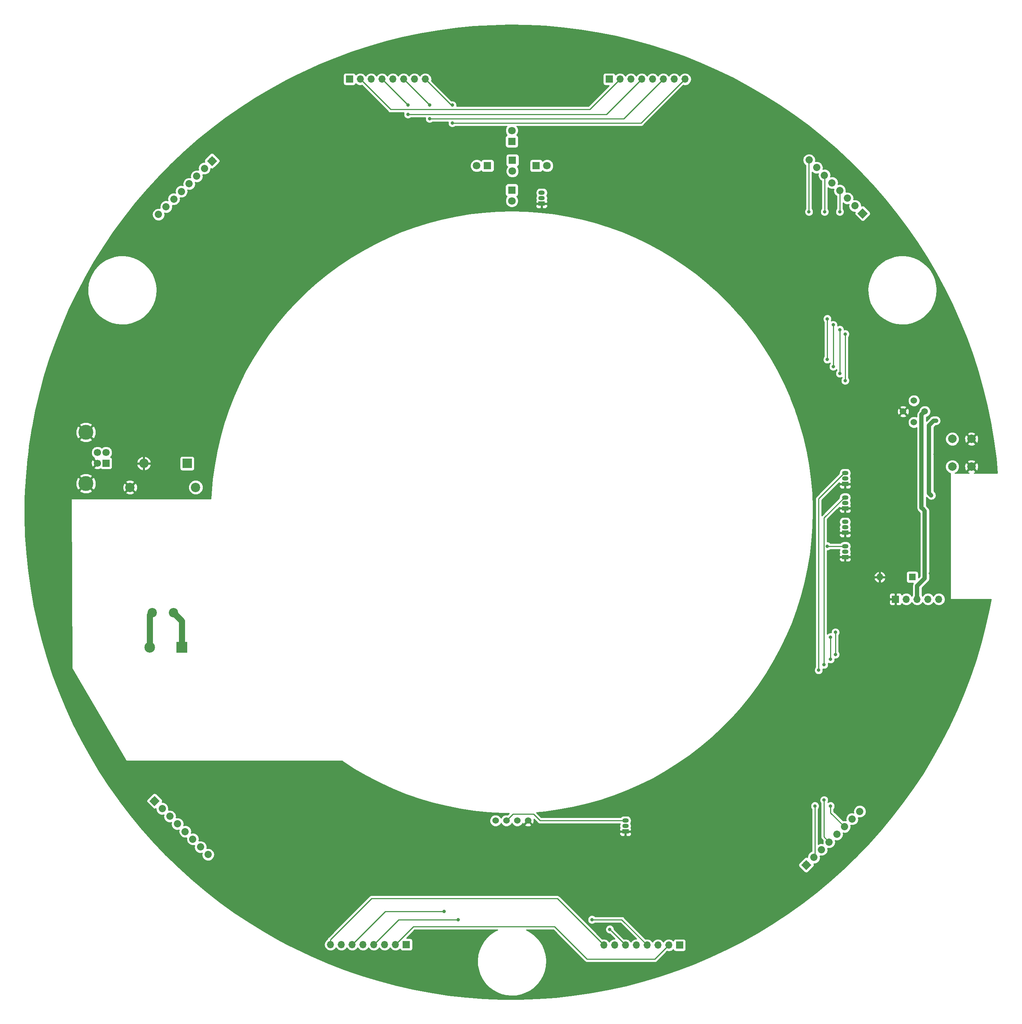
<source format=gbl>
G04 #@! TF.GenerationSoftware,KiCad,Pcbnew,(5.0.2)-1*
G04 #@! TF.CreationDate,2018-12-27T20:38:07+08:00*
G04 #@! TF.ProjectId,lighting,6c696768-7469-46e6-972e-6b696361645f,rev?*
G04 #@! TF.SameCoordinates,Original*
G04 #@! TF.FileFunction,Copper,L2,Bot*
G04 #@! TF.FilePolarity,Positive*
%FSLAX45Y45*%
G04 Gerber Fmt 4.5, Leading zero omitted, Abs format (unit mm)*
G04 Created by KiCad (PCBNEW (5.0.2)-1) date 12/27/2018 8:38:07 PM*
%MOMM*%
%LPD*%
G01*
G04 APERTURE LIST*
G04 #@! TA.AperFunction,ComponentPad*
%ADD10O,1.500000X1.050000*%
G04 #@! TD*
G04 #@! TA.AperFunction,ComponentPad*
%ADD11R,1.500000X1.050000*%
G04 #@! TD*
G04 #@! TA.AperFunction,ComponentPad*
%ADD12C,1.700000*%
G04 #@! TD*
G04 #@! TA.AperFunction,Conductor*
%ADD13C,0.100000*%
G04 #@! TD*
G04 #@! TA.AperFunction,Conductor*
%ADD14C,1.700000*%
G04 #@! TD*
G04 #@! TA.AperFunction,ComponentPad*
%ADD15O,1.700000X1.700000*%
G04 #@! TD*
G04 #@! TA.AperFunction,ComponentPad*
%ADD16R,1.700000X1.700000*%
G04 #@! TD*
G04 #@! TA.AperFunction,ComponentPad*
%ADD17C,3.500000*%
G04 #@! TD*
G04 #@! TA.AperFunction,ComponentPad*
%ADD18C,2.000000*%
G04 #@! TD*
G04 #@! TA.AperFunction,ComponentPad*
%ADD19C,2.500000*%
G04 #@! TD*
G04 #@! TA.AperFunction,ComponentPad*
%ADD20R,2.500000X2.500000*%
G04 #@! TD*
G04 #@! TA.AperFunction,ComponentPad*
%ADD21R,1.600000X1.600000*%
G04 #@! TD*
G04 #@! TA.AperFunction,ComponentPad*
%ADD22O,1.600000X1.600000*%
G04 #@! TD*
G04 #@! TA.AperFunction,ComponentPad*
%ADD23R,2.200000X2.200000*%
G04 #@! TD*
G04 #@! TA.AperFunction,ComponentPad*
%ADD24O,2.200000X2.200000*%
G04 #@! TD*
G04 #@! TA.AperFunction,ComponentPad*
%ADD25C,1.530000*%
G04 #@! TD*
G04 #@! TA.AperFunction,ComponentPad*
%ADD26R,1.800000X1.800000*%
G04 #@! TD*
G04 #@! TA.AperFunction,ComponentPad*
%ADD27C,1.800000*%
G04 #@! TD*
G04 #@! TA.AperFunction,ComponentPad*
%ADD28C,1.524000*%
G04 #@! TD*
G04 #@! TA.AperFunction,ComponentPad*
%ADD29C,2.200000*%
G04 #@! TD*
G04 #@! TA.AperFunction,ViaPad*
%ADD30C,0.800000*%
G04 #@! TD*
G04 #@! TA.AperFunction,Conductor*
%ADD31C,1.000000*%
G04 #@! TD*
G04 #@! TA.AperFunction,Conductor*
%ADD32C,0.250000*%
G04 #@! TD*
G04 #@! TA.AperFunction,Conductor*
%ADD33C,1.400000*%
G04 #@! TD*
G04 #@! TA.AperFunction,Conductor*
%ADD34C,0.254000*%
G04 #@! TD*
G04 APERTURE END LIST*
D10*
G04 #@! TO.P,Q7,2*
G04 #@! TO.N,Net-(Q7-Pad2)*
X24257000Y-21717000D03*
G04 #@! TO.P,Q7,3*
G04 #@! TO.N,IC_TRIG*
X24257000Y-21590000D03*
D11*
G04 #@! TO.P,Q7,1*
G04 #@! TO.N,0V*
X24257000Y-21844000D03*
G04 #@! TD*
D12*
G04 #@! TO.P,J10,1*
G04 #@! TO.N,Net-(J10-Pad1)*
X13204390Y-21129190D03*
D13*
G04 #@! TD*
G04 #@! TO.N,Net-(J10-Pad1)*
G04 #@! TO.C,J10*
G36*
X13204390Y-21249398D02*
X13084182Y-21129190D01*
X13204390Y-21008982D01*
X13324598Y-21129190D01*
X13204390Y-21249398D01*
X13204390Y-21249398D01*
G37*
D12*
G04 #@! TO.P,J10,2*
G04 #@! TO.N,LED1*
X13383995Y-21308795D03*
D14*
G04 #@! TD*
G04 #@! TO.N,LED1*
G04 #@! TO.C,J10*
X13383995Y-21308795D02*
X13383995Y-21308795D01*
D12*
G04 #@! TO.P,J10,3*
G04 #@! TO.N,Net-(J10-Pad3)*
X13563600Y-21488400D03*
D14*
G04 #@! TD*
G04 #@! TO.N,Net-(J10-Pad3)*
G04 #@! TO.C,J10*
X13563600Y-21488400D02*
X13563600Y-21488400D01*
D12*
G04 #@! TO.P,J10,4*
G04 #@! TO.N,LED2*
X13743205Y-21668005D03*
D14*
G04 #@! TD*
G04 #@! TO.N,LED2*
G04 #@! TO.C,J10*
X13743205Y-21668005D02*
X13743205Y-21668005D01*
D12*
G04 #@! TO.P,J10,5*
G04 #@! TO.N,Net-(J10-Pad5)*
X13922810Y-21847610D03*
D14*
G04 #@! TD*
G04 #@! TO.N,Net-(J10-Pad5)*
G04 #@! TO.C,J10*
X13922810Y-21847610D02*
X13922810Y-21847610D01*
D12*
G04 #@! TO.P,J10,6*
G04 #@! TO.N,LED3*
X14102415Y-22027215D03*
D14*
G04 #@! TD*
G04 #@! TO.N,LED3*
G04 #@! TO.C,J10*
X14102415Y-22027215D02*
X14102415Y-22027215D01*
D12*
G04 #@! TO.P,J10,7*
G04 #@! TO.N,Net-(J10-Pad7)*
X14282020Y-22206821D03*
D14*
G04 #@! TD*
G04 #@! TO.N,Net-(J10-Pad7)*
G04 #@! TO.C,J10*
X14282020Y-22206821D02*
X14282020Y-22206821D01*
D12*
G04 #@! TO.P,J10,8*
G04 #@! TO.N,LED4*
X14461626Y-22386426D03*
D14*
G04 #@! TD*
G04 #@! TO.N,LED4*
G04 #@! TO.C,J10*
X14461626Y-22386426D02*
X14461626Y-22386426D01*
D15*
G04 #@! TO.P,J11,8*
G04 #@! TO.N,LED4*
X25654000Y-4191000D03*
G04 #@! TO.P,J11,7*
G04 #@! TO.N,Net-(J11-Pad7)*
X25400000Y-4191000D03*
G04 #@! TO.P,J11,6*
G04 #@! TO.N,LED3*
X25146000Y-4191000D03*
G04 #@! TO.P,J11,5*
G04 #@! TO.N,Net-(J11-Pad5)*
X24892000Y-4191000D03*
G04 #@! TO.P,J11,4*
G04 #@! TO.N,LED2*
X24638000Y-4191000D03*
G04 #@! TO.P,J11,3*
G04 #@! TO.N,Net-(J11-Pad3)*
X24384000Y-4191000D03*
G04 #@! TO.P,J11,2*
G04 #@! TO.N,LED1*
X24130000Y-4191000D03*
D16*
G04 #@! TO.P,J11,1*
G04 #@! TO.N,Net-(J11-Pad1)*
X23876000Y-4191000D03*
G04 #@! TD*
G04 #@! TO.P,J9,1*
G04 #@! TO.N,Net-(J9-Pad1)*
X17780000Y-4191000D03*
D15*
G04 #@! TO.P,J9,2*
G04 #@! TO.N,LED1*
X18034000Y-4191000D03*
G04 #@! TO.P,J9,3*
G04 #@! TO.N,Net-(J9-Pad3)*
X18288000Y-4191000D03*
G04 #@! TO.P,J9,4*
G04 #@! TO.N,LED2*
X18542000Y-4191000D03*
G04 #@! TO.P,J9,5*
G04 #@! TO.N,Net-(J9-Pad5)*
X18796000Y-4191000D03*
G04 #@! TO.P,J9,6*
G04 #@! TO.N,LED3*
X19050000Y-4191000D03*
G04 #@! TO.P,J9,7*
G04 #@! TO.N,Net-(J9-Pad7)*
X19304000Y-4191000D03*
G04 #@! TO.P,J9,8*
G04 #@! TO.N,LED4*
X19558000Y-4191000D03*
G04 #@! TD*
G04 #@! TO.P,J8,8*
G04 #@! TO.N,LED4*
X17335500Y-24498300D03*
G04 #@! TO.P,J8,7*
G04 #@! TO.N,Net-(J8-Pad7)*
X17589500Y-24498300D03*
G04 #@! TO.P,J8,6*
G04 #@! TO.N,LED3*
X17843500Y-24498300D03*
G04 #@! TO.P,J8,5*
G04 #@! TO.N,Net-(J8-Pad5)*
X18097500Y-24498300D03*
G04 #@! TO.P,J8,4*
G04 #@! TO.N,LED2*
X18351500Y-24498300D03*
G04 #@! TO.P,J8,3*
G04 #@! TO.N,Net-(J8-Pad3)*
X18605500Y-24498300D03*
G04 #@! TO.P,J8,2*
G04 #@! TO.N,LED1*
X18859500Y-24498300D03*
D16*
G04 #@! TO.P,J8,1*
G04 #@! TO.N,Net-(J8-Pad1)*
X19113500Y-24498300D03*
G04 #@! TD*
G04 #@! TO.P,J6,1*
G04 #@! TO.N,Net-(J6-Pad1)*
X25527000Y-24511000D03*
D15*
G04 #@! TO.P,J6,2*
G04 #@! TO.N,LED1*
X25273000Y-24511000D03*
G04 #@! TO.P,J6,3*
G04 #@! TO.N,Net-(J6-Pad3)*
X25019000Y-24511000D03*
G04 #@! TO.P,J6,4*
G04 #@! TO.N,LED2*
X24765000Y-24511000D03*
G04 #@! TO.P,J6,5*
G04 #@! TO.N,Net-(J6-Pad5)*
X24511000Y-24511000D03*
G04 #@! TO.P,J6,6*
G04 #@! TO.N,LED3*
X24257000Y-24511000D03*
G04 #@! TO.P,J6,7*
G04 #@! TO.N,Net-(J6-Pad7)*
X24003000Y-24511000D03*
G04 #@! TO.P,J6,8*
G04 #@! TO.N,LED4*
X23749000Y-24511000D03*
G04 #@! TD*
D16*
G04 #@! TO.P,J3,1*
G04 #@! TO.N,5V*
X12065000Y-13204000D03*
D12*
G04 #@! TO.P,J3,2*
G04 #@! TO.N,Net-(J3-Pad2)*
X12065000Y-12954000D03*
G04 #@! TO.P,J3,3*
G04 #@! TO.N,Net-(J3-Pad3)*
X11865000Y-12954000D03*
G04 #@! TO.P,J3,4*
G04 #@! TO.N,0V*
X11865000Y-13204000D03*
D17*
G04 #@! TO.P,J3,5*
X11594000Y-13681000D03*
X11594000Y-12477000D03*
G04 #@! TD*
D18*
G04 #@! TO.P,SW1,2*
G04 #@! TO.N,0V*
X32377800Y-13284200D03*
G04 #@! TO.P,SW1,1*
G04 #@! TO.N,RST*
X31927800Y-13284200D03*
G04 #@! TO.P,SW1,2*
G04 #@! TO.N,0V*
X32377800Y-12634200D03*
G04 #@! TO.P,SW1,1*
G04 #@! TO.N,RST*
X31927800Y-12634200D03*
G04 #@! TD*
D16*
G04 #@! TO.P,J2,1*
G04 #@! TO.N,0V*
X30594300Y-16395700D03*
D15*
G04 #@! TO.P,J2,2*
G04 #@! TO.N,Net-(J2-Pad2)*
X30848300Y-16395700D03*
G04 #@! TO.P,J2,3*
G04 #@! TO.N,3V3*
X31102300Y-16395700D03*
G04 #@! TO.P,J2,4*
G04 #@! TO.N,RXD*
X31356300Y-16395700D03*
G04 #@! TO.P,J2,5*
G04 #@! TO.N,TXD*
X31610300Y-16395700D03*
G04 #@! TD*
D19*
G04 #@! TO.P,J7,2*
G04 #@! TO.N,Net-(J7-Pad2)*
X13093000Y-17526000D03*
D20*
G04 #@! TO.P,J7,1*
G04 #@! TO.N,Net-(J7-Pad1)*
X13843000Y-17526000D03*
G04 #@! TD*
D21*
G04 #@! TO.P,SW2,1*
G04 #@! TO.N,GPIO0*
X30988000Y-15875000D03*
D22*
G04 #@! TO.P,SW2,2*
G04 #@! TO.N,0V*
X30226000Y-15875000D03*
G04 #@! TD*
D23*
G04 #@! TO.P,D2,1*
G04 #@! TO.N,5V*
X13970000Y-13208000D03*
D24*
G04 #@! TO.P,D2,2*
G04 #@! TO.N,0V*
X12954000Y-13208000D03*
G04 #@! TD*
D25*
G04 #@! TO.P,U2,2*
G04 #@! TO.N,IC_TRIG*
X21463000Y-21590000D03*
G04 #@! TO.P,U2,3*
G04 #@! TO.N,IC_ECHO*
X21717000Y-21590000D03*
G04 #@! TO.P,U2,4*
G04 #@! TO.N,0V*
X21971000Y-21590000D03*
G04 #@! TO.P,U2,1*
G04 #@! TO.N,5V*
X21209000Y-21590000D03*
G04 #@! TD*
D26*
G04 #@! TO.P,Q5,1*
G04 #@! TO.N,3V3*
X21602700Y-6096000D03*
D27*
G04 #@! TO.P,Q5,2*
G04 #@! TO.N,ADC_IR*
X21602700Y-6350000D03*
G04 #@! TD*
D26*
G04 #@! TO.P,D3,1*
G04 #@! TO.N,IRD*
X21590000Y-5651500D03*
D27*
G04 #@! TO.P,D3,2*
G04 #@! TO.N,Net-(D3-Pad2)*
X21590000Y-5397500D03*
G04 #@! TD*
G04 #@! TO.P,D5,2*
G04 #@! TO.N,Net-(D5-Pad2)*
X21590000Y-7048500D03*
D26*
G04 #@! TO.P,D5,1*
G04 #@! TO.N,IRD*
X21590000Y-6794500D03*
G04 #@! TD*
G04 #@! TO.P,D4,1*
G04 #@! TO.N,IRD*
X22161500Y-6223000D03*
D27*
G04 #@! TO.P,D4,2*
G04 #@! TO.N,Net-(D4-Pad2)*
X22415500Y-6223000D03*
G04 #@! TD*
D10*
G04 #@! TO.P,Q6,2*
G04 #@! TO.N,Net-(Q6-Pad2)*
X22288500Y-6985000D03*
G04 #@! TO.P,Q6,3*
G04 #@! TO.N,IRD*
X22288500Y-6858000D03*
D11*
G04 #@! TO.P,Q6,1*
G04 #@! TO.N,0V*
X22288500Y-7112000D03*
G04 #@! TD*
D10*
G04 #@! TO.P,Q2,2*
G04 #@! TO.N,Net-(Q2-Pad2)*
X29413200Y-14135100D03*
G04 #@! TO.P,Q2,3*
G04 #@! TO.N,LED2*
X29413200Y-14008100D03*
D11*
G04 #@! TO.P,Q2,1*
G04 #@! TO.N,0V*
X29413200Y-14262100D03*
G04 #@! TD*
G04 #@! TO.P,Q3,1*
G04 #@! TO.N,0V*
X29413200Y-14833600D03*
D10*
G04 #@! TO.P,Q3,3*
G04 #@! TO.N,LED3*
X29413200Y-14579600D03*
G04 #@! TO.P,Q3,2*
G04 #@! TO.N,Net-(Q3-Pad2)*
X29413200Y-14706600D03*
G04 #@! TD*
G04 #@! TO.P,Q4,2*
G04 #@! TO.N,Net-(Q4-Pad2)*
X29413200Y-15278100D03*
G04 #@! TO.P,Q4,3*
G04 #@! TO.N,LED4*
X29413200Y-15151100D03*
D11*
G04 #@! TO.P,Q4,1*
G04 #@! TO.N,0V*
X29413200Y-15405100D03*
G04 #@! TD*
D12*
G04 #@! TO.P,J5,8*
G04 #@! TO.N,LED4*
X29756036Y-21374164D03*
D14*
G04 #@! TD*
G04 #@! TO.N,LED4*
G04 #@! TO.C,J5*
X29756036Y-21374164D02*
X29756036Y-21374164D01*
D12*
G04 #@! TO.P,J5,7*
G04 #@! TO.N,Net-(J5-Pad7)*
X29576431Y-21553769D03*
D14*
G04 #@! TD*
G04 #@! TO.N,Net-(J5-Pad7)*
G04 #@! TO.C,J5*
X29576431Y-21553769D02*
X29576431Y-21553769D01*
D12*
G04 #@! TO.P,J5,6*
G04 #@! TO.N,LED3*
X29396826Y-21733374D03*
D14*
G04 #@! TD*
G04 #@! TO.N,LED3*
G04 #@! TO.C,J5*
X29396826Y-21733374D02*
X29396826Y-21733374D01*
D12*
G04 #@! TO.P,J5,5*
G04 #@! TO.N,Net-(J5-Pad5)*
X29217220Y-21912980D03*
D14*
G04 #@! TD*
G04 #@! TO.N,Net-(J5-Pad5)*
G04 #@! TO.C,J5*
X29217220Y-21912980D02*
X29217220Y-21912980D01*
D12*
G04 #@! TO.P,J5,4*
G04 #@! TO.N,LED2*
X29037615Y-22092585D03*
D14*
G04 #@! TD*
G04 #@! TO.N,LED2*
G04 #@! TO.C,J5*
X29037615Y-22092585D02*
X29037615Y-22092585D01*
D12*
G04 #@! TO.P,J5,3*
G04 #@! TO.N,Net-(J5-Pad3)*
X28858010Y-22272190D03*
D14*
G04 #@! TD*
G04 #@! TO.N,Net-(J5-Pad3)*
G04 #@! TO.C,J5*
X28858010Y-22272190D02*
X28858010Y-22272190D01*
D12*
G04 #@! TO.P,J5,2*
G04 #@! TO.N,LED1*
X28678405Y-22451795D03*
D14*
G04 #@! TD*
G04 #@! TO.N,LED1*
G04 #@! TO.C,J5*
X28678405Y-22451795D02*
X28678405Y-22451795D01*
D12*
G04 #@! TO.P,J5,1*
G04 #@! TO.N,Net-(J5-Pad1)*
X28498800Y-22631400D03*
D13*
G04 #@! TD*
G04 #@! TO.N,Net-(J5-Pad1)*
G04 #@! TO.C,J5*
G36*
X28619008Y-22631400D02*
X28498800Y-22751608D01*
X28378592Y-22631400D01*
X28498800Y-22511192D01*
X28619008Y-22631400D01*
X28619008Y-22631400D01*
G37*
D12*
G04 #@! TO.P,J4,1*
G04 #@! TO.N,Net-(J4-Pad1)*
X14554200Y-6108700D03*
D13*
G04 #@! TD*
G04 #@! TO.N,Net-(J4-Pad1)*
G04 #@! TO.C,J4*
G36*
X14433992Y-6108700D02*
X14554200Y-5988492D01*
X14674408Y-6108700D01*
X14554200Y-6228908D01*
X14433992Y-6108700D01*
X14433992Y-6108700D01*
G37*
D12*
G04 #@! TO.P,J4,2*
G04 #@! TO.N,LED1*
X14374595Y-6288305D03*
D14*
G04 #@! TD*
G04 #@! TO.N,LED1*
G04 #@! TO.C,J4*
X14374595Y-6288305D02*
X14374595Y-6288305D01*
D12*
G04 #@! TO.P,J4,3*
G04 #@! TO.N,Net-(J4-Pad3)*
X14194990Y-6467910D03*
D14*
G04 #@! TD*
G04 #@! TO.N,Net-(J4-Pad3)*
G04 #@! TO.C,J4*
X14194990Y-6467910D02*
X14194990Y-6467910D01*
D12*
G04 #@! TO.P,J4,4*
G04 #@! TO.N,LED2*
X14015385Y-6647515D03*
D14*
G04 #@! TD*
G04 #@! TO.N,LED2*
G04 #@! TO.C,J4*
X14015385Y-6647515D02*
X14015385Y-6647515D01*
D12*
G04 #@! TO.P,J4,5*
G04 #@! TO.N,Net-(J4-Pad5)*
X13835779Y-6827120D03*
D14*
G04 #@! TD*
G04 #@! TO.N,Net-(J4-Pad5)*
G04 #@! TO.C,J4*
X13835779Y-6827120D02*
X13835779Y-6827120D01*
D12*
G04 #@! TO.P,J4,6*
G04 #@! TO.N,LED3*
X13656174Y-7006726D03*
D14*
G04 #@! TD*
G04 #@! TO.N,LED3*
G04 #@! TO.C,J4*
X13656174Y-7006726D02*
X13656174Y-7006726D01*
D12*
G04 #@! TO.P,J4,7*
G04 #@! TO.N,Net-(J4-Pad7)*
X13476569Y-7186331D03*
D14*
G04 #@! TD*
G04 #@! TO.N,Net-(J4-Pad7)*
G04 #@! TO.C,J4*
X13476569Y-7186331D02*
X13476569Y-7186331D01*
D12*
G04 #@! TO.P,J4,8*
G04 #@! TO.N,LED4*
X13296964Y-7365936D03*
D14*
G04 #@! TD*
G04 #@! TO.N,LED4*
G04 #@! TO.C,J4*
X13296964Y-7365936D02*
X13296964Y-7365936D01*
D12*
G04 #@! TO.P,J1,1*
G04 #@! TO.N,Net-(J1-Pad1)*
X29823210Y-7344210D03*
D13*
G04 #@! TD*
G04 #@! TO.N,Net-(J1-Pad1)*
G04 #@! TO.C,J1*
G36*
X29823210Y-7224002D02*
X29943418Y-7344210D01*
X29823210Y-7464418D01*
X29703002Y-7344210D01*
X29823210Y-7224002D01*
X29823210Y-7224002D01*
G37*
D12*
G04 #@! TO.P,J1,2*
G04 #@! TO.N,LED1*
X29643605Y-7164605D03*
D14*
G04 #@! TD*
G04 #@! TO.N,LED1*
G04 #@! TO.C,J1*
X29643605Y-7164605D02*
X29643605Y-7164605D01*
D12*
G04 #@! TO.P,J1,3*
G04 #@! TO.N,Net-(J1-Pad3)*
X29464000Y-6985000D03*
D14*
G04 #@! TD*
G04 #@! TO.N,Net-(J1-Pad3)*
G04 #@! TO.C,J1*
X29464000Y-6985000D02*
X29464000Y-6985000D01*
D12*
G04 #@! TO.P,J1,4*
G04 #@! TO.N,LED2*
X29284395Y-6805395D03*
D14*
G04 #@! TD*
G04 #@! TO.N,LED2*
G04 #@! TO.C,J1*
X29284395Y-6805395D02*
X29284395Y-6805395D01*
D12*
G04 #@! TO.P,J1,5*
G04 #@! TO.N,Net-(J1-Pad5)*
X29104790Y-6625790D03*
D14*
G04 #@! TD*
G04 #@! TO.N,Net-(J1-Pad5)*
G04 #@! TO.C,J1*
X29104790Y-6625790D02*
X29104790Y-6625790D01*
D12*
G04 #@! TO.P,J1,6*
G04 #@! TO.N,LED3*
X28925185Y-6446185D03*
D14*
G04 #@! TD*
G04 #@! TO.N,LED3*
G04 #@! TO.C,J1*
X28925185Y-6446185D02*
X28925185Y-6446185D01*
D12*
G04 #@! TO.P,J1,7*
G04 #@! TO.N,Net-(J1-Pad7)*
X28745579Y-6266579D03*
D14*
G04 #@! TD*
G04 #@! TO.N,Net-(J1-Pad7)*
G04 #@! TO.C,J1*
X28745579Y-6266579D02*
X28745579Y-6266579D01*
D12*
G04 #@! TO.P,J1,8*
G04 #@! TO.N,LED4*
X28565974Y-6086974D03*
D14*
G04 #@! TD*
G04 #@! TO.N,LED4*
G04 #@! TO.C,J1*
X28565974Y-6086974D02*
X28565974Y-6086974D01*
D10*
G04 #@! TO.P,Q1,2*
G04 #@! TO.N,Net-(Q1-Pad2)*
X29413200Y-13563600D03*
G04 #@! TO.P,Q1,3*
G04 #@! TO.N,LED1*
X29413200Y-13436600D03*
D11*
G04 #@! TO.P,Q1,1*
G04 #@! TO.N,0V*
X29413200Y-13690600D03*
G04 #@! TD*
D28*
G04 #@! TO.P,U3,3*
G04 #@! TO.N,0V*
X30772100Y-11988800D03*
G04 #@! TO.P,U3,4*
G04 #@! TO.N,N/C*
X31026100Y-11734800D03*
G04 #@! TO.P,U3,1*
G04 #@! TO.N,3V3*
X31280100Y-11988800D03*
G04 #@! TO.P,U3,2*
G04 #@! TO.N,Net-(C2-Pad1)*
X31026100Y-12242800D03*
G04 #@! TD*
D26*
G04 #@! TO.P,D1,1*
G04 #@! TO.N,IRD*
X21018500Y-6223000D03*
D27*
G04 #@! TO.P,D1,2*
G04 #@! TO.N,Net-(D1-Pad2)*
X20764500Y-6223000D03*
G04 #@! TD*
D29*
G04 #@! TO.P,PS1,4*
G04 #@! TO.N,5V*
X14168500Y-13770000D03*
G04 #@! TO.P,PS1,3*
G04 #@! TO.N,0V*
X12628500Y-13770000D03*
G04 #@! TO.P,PS1,2*
G04 #@! TO.N,Net-(J7-Pad1)*
X13648500Y-16710000D03*
G04 #@! TO.P,PS1,1*
G04 #@! TO.N,Net-(J7-Pad2)*
X13148500Y-16710000D03*
G04 #@! TD*
D30*
G04 #@! TO.N,3V3*
X31280100Y-14325600D03*
X31546800Y-12204700D03*
X31432500Y-13957300D03*
G04 #@! TO.N,0V*
X31381700Y-11341100D03*
X31410100Y-15786100D03*
X30543500Y-14871700D03*
X31521402Y-12992100D03*
G04 #@! TO.N,LED4*
X20193000Y-4800600D03*
X20193000Y-5219700D03*
X29184600Y-17170400D03*
X29184600Y-17691100D03*
X28994100Y-15151100D03*
X28994100Y-10769600D03*
X28994100Y-9817100D03*
X28562300Y-7302500D03*
G04 #@! TO.N,LED3*
X19659600Y-4800600D03*
X19659600Y-5118100D03*
X20002500Y-23723600D03*
X23888700Y-24142700D03*
X29070300Y-17284700D03*
X29070300Y-17805400D03*
X29070300Y-21247100D03*
X29133800Y-10934700D03*
X29133800Y-9956800D03*
X28930600Y-7302500D03*
G04 #@! TO.N,LED2*
X19151600Y-4800600D03*
X19151600Y-5016500D03*
X29286200Y-11099800D03*
X29286200Y-10071100D03*
X29286200Y-7302500D03*
X20332700Y-23914100D03*
X23469600Y-23914100D03*
X28917900Y-17932400D03*
X28917900Y-21107400D03*
G04 #@! TO.N,LED1*
X29413200Y-11264900D03*
X29413200Y-10172700D03*
X28790900Y-18059400D03*
X28702000Y-21247100D03*
G04 #@! TD*
D31*
G04 #@! TO.N,3V3*
X31280100Y-14382168D02*
X31280100Y-14325600D01*
X31280100Y-15904900D02*
X31280100Y-14382168D01*
X31102300Y-16082700D02*
X31280100Y-15904900D01*
X31102300Y-16395700D02*
X31102300Y-16082700D01*
X31280100Y-11988800D02*
X31203900Y-12065000D01*
X31203900Y-12065000D02*
X31203900Y-14249400D01*
X31203900Y-14249400D02*
X31240100Y-14285600D01*
X31240100Y-14285600D02*
X31280100Y-14325600D01*
X31490231Y-12204700D02*
X31381700Y-12313231D01*
X31546800Y-12204700D02*
X31490231Y-12204700D01*
X31381700Y-12313231D02*
X31381700Y-13906500D01*
X31381700Y-13906500D02*
X31432500Y-13957300D01*
D32*
G04 #@! TO.N,LED4*
X19558000Y-4191000D02*
X20167600Y-4800600D01*
X20167600Y-4800600D02*
X20193000Y-4800600D01*
X24625300Y-5219700D02*
X25654000Y-4191000D01*
X20193000Y-5219700D02*
X24625300Y-5219700D01*
X17335500Y-24378092D02*
X18294792Y-23418800D01*
X17335500Y-24498300D02*
X17335500Y-24378092D01*
X22656800Y-23418800D02*
X23749000Y-24511000D01*
X18294792Y-23418800D02*
X22656800Y-23418800D01*
X29184600Y-17170400D02*
X29184600Y-17691100D01*
X29413200Y-15151100D02*
X28994100Y-15151100D01*
X28994100Y-10769600D02*
X28994100Y-9817100D01*
X28562300Y-6090649D02*
X28565974Y-6086974D01*
X28562300Y-7302500D02*
X28562300Y-6090649D01*
G04 #@! TO.N,LED3*
X19050000Y-4191000D02*
X19659600Y-4800600D01*
X24218900Y-5118100D02*
X25146000Y-4191000D01*
X19659600Y-5118100D02*
X24218900Y-5118100D01*
X17843500Y-24498300D02*
X18618200Y-23723600D01*
X18618200Y-23723600D02*
X20002500Y-23723600D01*
X23928700Y-24182700D02*
X24257000Y-24511000D01*
X23888700Y-24142700D02*
X23928700Y-24182700D01*
X29070300Y-17284700D02*
X29070300Y-17805400D01*
X29070300Y-21406849D02*
X29396826Y-21733374D01*
X29070300Y-21247100D02*
X29070300Y-21406849D01*
X29133800Y-10934700D02*
X29133800Y-9956800D01*
X28930600Y-6451600D02*
X28925185Y-6446185D01*
X28930600Y-7302500D02*
X28930600Y-6451600D01*
G04 #@! TO.N,LED2*
X18542000Y-4191000D02*
X18659500Y-4308500D01*
X18659500Y-4308500D02*
X19151600Y-4800600D01*
X23812500Y-5016500D02*
X24638000Y-4191000D01*
X19151600Y-5016500D02*
X23812500Y-5016500D01*
X29286200Y-11099800D02*
X29286200Y-10071100D01*
X29286200Y-6807200D02*
X29284395Y-6805395D01*
X29286200Y-7302500D02*
X29286200Y-6807200D01*
X18351500Y-24498300D02*
X18935700Y-23914100D01*
X18935700Y-23914100D02*
X20332700Y-23914100D01*
X24168100Y-23914100D02*
X24765000Y-24511000D01*
X23469600Y-23914100D02*
X24168100Y-23914100D01*
X28917900Y-14487690D02*
X28917900Y-17932400D01*
X29413200Y-14008100D02*
X29397490Y-14008100D01*
X29397490Y-14008100D02*
X28917900Y-14487690D01*
X28917900Y-21972869D02*
X29037615Y-22092585D01*
X28917900Y-21107400D02*
X28917900Y-21972869D01*
G04 #@! TO.N,LED1*
X24045000Y-4276000D02*
X24130000Y-4191000D01*
X18034000Y-4191000D02*
X18745200Y-4902200D01*
X18745200Y-4902200D02*
X23418800Y-4902200D01*
X23418800Y-4902200D02*
X24045000Y-4276000D01*
X29413200Y-11264900D02*
X29413200Y-10172700D01*
X24942800Y-24841200D02*
X25273000Y-24511000D01*
X23355300Y-24841200D02*
X24942800Y-24841200D01*
X22593300Y-24079200D02*
X23355300Y-24841200D01*
X18859500Y-24498300D02*
X19278600Y-24079200D01*
X19278600Y-24079200D02*
X22593300Y-24079200D01*
X28790900Y-14036400D02*
X28790900Y-18059400D01*
X29413200Y-13436600D02*
X29390700Y-13436600D01*
X29390700Y-13436600D02*
X28790900Y-14036400D01*
X28702000Y-22428200D02*
X28678405Y-22451795D01*
X28702000Y-21247100D02*
X28702000Y-22428200D01*
G04 #@! TO.N,IC_TRIG*
X21539500Y-21513500D02*
X21463000Y-21590000D01*
X21615400Y-21437600D02*
X21539500Y-21513500D01*
X22098000Y-21437600D02*
X21615400Y-21437600D01*
X24257000Y-21590000D02*
X22250400Y-21590000D01*
X22250400Y-21590000D02*
X22098000Y-21437600D01*
D33*
G04 #@! TO.N,Net-(J7-Pad2)*
X13093000Y-16765500D02*
X13148500Y-16710000D01*
X13093000Y-17526000D02*
X13093000Y-16765500D01*
G04 #@! TO.N,Net-(J7-Pad1)*
X13843000Y-16904500D02*
X13648500Y-16710000D01*
X13843000Y-17526000D02*
X13843000Y-16904500D01*
G04 #@! TD*
D34*
G04 #@! TO.N,0V*
G36*
X21948994Y-2927639D02*
X22367347Y-2948466D01*
X22784656Y-2984609D01*
X23200360Y-3036020D01*
X23613901Y-3102628D01*
X24024724Y-3184346D01*
X24432277Y-3281063D01*
X24836011Y-3392649D01*
X25235386Y-3518955D01*
X25629864Y-3659810D01*
X26018916Y-3815026D01*
X26402018Y-3984394D01*
X26778657Y-4167686D01*
X27148327Y-4364657D01*
X27510531Y-4575042D01*
X27864782Y-4798558D01*
X28210604Y-5034904D01*
X28547534Y-5283765D01*
X28875119Y-5544804D01*
X29192918Y-5817672D01*
X29500504Y-6102002D01*
X29797465Y-6397413D01*
X30083402Y-6703506D01*
X30357930Y-7019872D01*
X30620682Y-7346085D01*
X30871303Y-7681707D01*
X31109457Y-8026288D01*
X31334824Y-8379364D01*
X31547103Y-8740461D01*
X31746006Y-9109094D01*
X31931268Y-9484769D01*
X32102640Y-9866979D01*
X32259891Y-10255213D01*
X32402810Y-10648948D01*
X32531204Y-11047656D01*
X32644903Y-11450800D01*
X32743753Y-11857841D01*
X32827620Y-12268230D01*
X32896393Y-12681417D01*
X32949980Y-13096847D01*
X32981199Y-13436600D01*
X32439971Y-13436600D01*
X32465226Y-13426139D01*
X32475093Y-13399453D01*
X32377800Y-13302160D01*
X32280507Y-13399453D01*
X32290374Y-13426139D01*
X32318532Y-13436600D01*
X31987120Y-13436600D01*
X32020415Y-13422809D01*
X32066409Y-13376815D01*
X32091300Y-13316722D01*
X32091300Y-13257746D01*
X32213209Y-13257746D01*
X32215614Y-13322746D01*
X32235861Y-13371626D01*
X32262547Y-13381493D01*
X32359839Y-13284200D01*
X32395760Y-13284200D01*
X32493053Y-13381493D01*
X32519739Y-13371626D01*
X32542391Y-13310654D01*
X32539986Y-13245654D01*
X32519739Y-13196774D01*
X32493053Y-13186907D01*
X32395760Y-13284200D01*
X32359839Y-13284200D01*
X32262547Y-13186907D01*
X32235861Y-13196774D01*
X32213209Y-13257746D01*
X32091300Y-13257746D01*
X32091300Y-13251678D01*
X32066409Y-13191585D01*
X32043771Y-13168947D01*
X32280507Y-13168947D01*
X32377800Y-13266239D01*
X32475093Y-13168947D01*
X32465226Y-13142261D01*
X32404254Y-13119609D01*
X32339254Y-13122014D01*
X32290374Y-13142261D01*
X32280507Y-13168947D01*
X32043771Y-13168947D01*
X32020415Y-13145591D01*
X31960322Y-13120700D01*
X31895278Y-13120700D01*
X31835185Y-13145591D01*
X31789191Y-13191585D01*
X31764300Y-13251678D01*
X31764300Y-13316722D01*
X31789191Y-13376815D01*
X31835185Y-13422809D01*
X31880013Y-13441377D01*
X31877967Y-13444440D01*
X31877000Y-13449300D01*
X31877000Y-16383000D01*
X31877967Y-16387860D01*
X31880720Y-16391980D01*
X31884840Y-16394733D01*
X31889700Y-16395700D01*
X32832662Y-16395700D01*
X32793519Y-16610026D01*
X32703216Y-17019047D01*
X32597985Y-17424485D01*
X32477968Y-17825794D01*
X32343326Y-18222436D01*
X32194240Y-18613877D01*
X32030911Y-18999593D01*
X31853557Y-19379065D01*
X31662417Y-19751783D01*
X31457748Y-20117246D01*
X31239824Y-20474964D01*
X31008938Y-20824457D01*
X30765401Y-21165254D01*
X30509539Y-21496898D01*
X30241696Y-21818944D01*
X29962233Y-22130959D01*
X29671523Y-22432523D01*
X29369959Y-22723233D01*
X29057944Y-23002696D01*
X28735898Y-23270539D01*
X28404254Y-23526401D01*
X28063457Y-23769938D01*
X27713964Y-24000824D01*
X27356246Y-24218748D01*
X26990783Y-24423417D01*
X26618065Y-24614557D01*
X26238593Y-24791911D01*
X25852877Y-24955240D01*
X25461436Y-25104326D01*
X25064794Y-25238968D01*
X24663485Y-25358985D01*
X24258047Y-25464216D01*
X23849026Y-25554519D01*
X23436970Y-25629774D01*
X23022433Y-25689879D01*
X22605973Y-25734753D01*
X22188148Y-25764337D01*
X21769519Y-25778590D01*
X21350649Y-25777493D01*
X20932101Y-25761049D01*
X20514436Y-25729278D01*
X20098216Y-25682223D01*
X19684000Y-25619949D01*
X19272344Y-25542537D01*
X18863801Y-25450094D01*
X18458920Y-25342741D01*
X18058245Y-25220625D01*
X17662313Y-25083908D01*
X17271658Y-24932775D01*
X16886802Y-24767428D01*
X16508264Y-24588090D01*
X16335412Y-24498300D01*
X17184091Y-24498300D01*
X17195616Y-24556242D01*
X17228438Y-24605362D01*
X17277558Y-24638184D01*
X17320874Y-24646800D01*
X17350126Y-24646800D01*
X17393442Y-24638184D01*
X17442563Y-24605362D01*
X17462500Y-24575524D01*
X17482438Y-24605362D01*
X17531558Y-24638184D01*
X17574874Y-24646800D01*
X17604126Y-24646800D01*
X17647442Y-24638184D01*
X17696563Y-24605362D01*
X17716500Y-24575524D01*
X17736438Y-24605362D01*
X17785558Y-24638184D01*
X17828874Y-24646800D01*
X17858126Y-24646800D01*
X17901442Y-24638184D01*
X17950563Y-24605362D01*
X17970500Y-24575524D01*
X17990438Y-24605362D01*
X18039558Y-24638184D01*
X18082874Y-24646800D01*
X18112126Y-24646800D01*
X18155442Y-24638184D01*
X18204563Y-24605362D01*
X18224500Y-24575524D01*
X18244438Y-24605362D01*
X18293558Y-24638184D01*
X18336874Y-24646800D01*
X18366126Y-24646800D01*
X18409442Y-24638184D01*
X18458563Y-24605362D01*
X18478500Y-24575524D01*
X18498438Y-24605362D01*
X18547558Y-24638184D01*
X18590874Y-24646800D01*
X18620126Y-24646800D01*
X18663442Y-24638184D01*
X18712563Y-24605362D01*
X18732500Y-24575524D01*
X18752438Y-24605362D01*
X18801558Y-24638184D01*
X18844874Y-24646800D01*
X18874126Y-24646800D01*
X18917442Y-24638184D01*
X18966563Y-24605362D01*
X18967782Y-24603538D01*
X18968684Y-24608076D01*
X18982719Y-24629081D01*
X19003724Y-24643116D01*
X19028500Y-24648044D01*
X19198500Y-24648044D01*
X19223277Y-24643116D01*
X19244281Y-24629081D01*
X19258316Y-24608076D01*
X19263244Y-24583300D01*
X19263244Y-24413300D01*
X19258316Y-24388523D01*
X19244281Y-24367519D01*
X19223277Y-24353484D01*
X19198500Y-24348556D01*
X19116724Y-24348556D01*
X19310080Y-24155200D01*
X21250115Y-24155200D01*
X21191872Y-24182545D01*
X21093628Y-24247448D01*
X21005782Y-24325853D01*
X20930175Y-24416119D01*
X20868389Y-24516353D01*
X20821721Y-24624457D01*
X20791146Y-24738165D01*
X20777307Y-24855096D01*
X20780492Y-24972800D01*
X20800634Y-25088811D01*
X20837313Y-25200699D01*
X20889760Y-25306121D01*
X20956875Y-25402867D01*
X21037254Y-25488912D01*
X21129211Y-25562452D01*
X21230821Y-25621947D01*
X21339956Y-25666151D01*
X21454329Y-25694138D01*
X21571543Y-25705321D01*
X21689145Y-25699467D01*
X21804669Y-25676697D01*
X21915696Y-25637489D01*
X22019901Y-25582665D01*
X22115100Y-25513372D01*
X22199299Y-25431062D01*
X22270734Y-25337460D01*
X22327908Y-25234526D01*
X22369625Y-25124416D01*
X22395010Y-25009438D01*
X22403531Y-24892000D01*
X22402340Y-24848005D01*
X22387481Y-24731200D01*
X22355915Y-24617763D01*
X22308305Y-24510070D01*
X22245648Y-24410379D01*
X22169255Y-24320777D01*
X22080728Y-24243141D01*
X21981922Y-24179097D01*
X21929845Y-24155200D01*
X22561820Y-24155200D01*
X23296267Y-24889648D01*
X23300507Y-24895993D01*
X23306852Y-24900233D01*
X23306853Y-24900233D01*
X23319390Y-24908610D01*
X23325646Y-24912790D01*
X23347815Y-24917200D01*
X23347815Y-24917200D01*
X23355300Y-24918689D01*
X23362785Y-24917200D01*
X24935315Y-24917200D01*
X24942800Y-24918689D01*
X24950285Y-24917200D01*
X24950285Y-24917200D01*
X24972454Y-24912790D01*
X24997593Y-24895993D01*
X25001833Y-24889647D01*
X25236359Y-24655121D01*
X25258374Y-24659500D01*
X25287626Y-24659500D01*
X25330942Y-24650884D01*
X25380062Y-24618062D01*
X25381282Y-24616238D01*
X25382184Y-24620776D01*
X25396219Y-24641781D01*
X25417223Y-24655816D01*
X25442000Y-24660744D01*
X25612000Y-24660744D01*
X25636776Y-24655816D01*
X25657781Y-24641781D01*
X25671816Y-24620776D01*
X25676744Y-24596000D01*
X25676744Y-24426000D01*
X25671816Y-24401223D01*
X25657781Y-24380219D01*
X25636776Y-24366184D01*
X25612000Y-24361256D01*
X25442000Y-24361256D01*
X25417223Y-24366184D01*
X25396219Y-24380219D01*
X25382184Y-24401223D01*
X25381282Y-24405762D01*
X25380062Y-24403937D01*
X25330942Y-24371116D01*
X25287626Y-24362500D01*
X25258374Y-24362500D01*
X25215058Y-24371116D01*
X25165937Y-24403937D01*
X25146000Y-24433776D01*
X25126062Y-24403937D01*
X25076942Y-24371116D01*
X25033626Y-24362500D01*
X25004374Y-24362500D01*
X24961058Y-24371116D01*
X24911937Y-24403937D01*
X24892000Y-24433776D01*
X24872062Y-24403937D01*
X24822942Y-24371116D01*
X24779626Y-24362500D01*
X24750374Y-24362500D01*
X24728359Y-24366879D01*
X24227133Y-23865653D01*
X24222893Y-23859307D01*
X24197754Y-23842510D01*
X24175585Y-23838100D01*
X24175585Y-23838100D01*
X24168100Y-23836611D01*
X24160615Y-23838100D01*
X23539971Y-23838100D01*
X23528228Y-23826357D01*
X23490187Y-23810600D01*
X23449013Y-23810600D01*
X23410972Y-23826357D01*
X23381857Y-23855472D01*
X23366100Y-23893513D01*
X23366100Y-23934687D01*
X23381857Y-23972728D01*
X23410972Y-24001843D01*
X23449013Y-24017600D01*
X23490187Y-24017600D01*
X23528228Y-24001843D01*
X23539971Y-23990100D01*
X24136620Y-23990100D01*
X24509020Y-24362500D01*
X24496374Y-24362500D01*
X24453058Y-24371116D01*
X24403937Y-24403937D01*
X24384000Y-24433776D01*
X24364062Y-24403937D01*
X24314942Y-24371116D01*
X24271626Y-24362500D01*
X24242374Y-24362500D01*
X24220359Y-24366879D01*
X23992200Y-24138720D01*
X23992200Y-24122113D01*
X23976443Y-24084072D01*
X23947328Y-24054957D01*
X23909287Y-24039200D01*
X23868113Y-24039200D01*
X23830072Y-24054957D01*
X23800957Y-24084072D01*
X23785200Y-24122113D01*
X23785200Y-24163287D01*
X23800957Y-24201328D01*
X23830072Y-24230443D01*
X23868113Y-24246200D01*
X23884720Y-24246200D01*
X24001020Y-24362500D01*
X23988374Y-24362500D01*
X23945058Y-24371116D01*
X23895937Y-24403937D01*
X23876000Y-24433776D01*
X23856062Y-24403937D01*
X23806942Y-24371116D01*
X23763626Y-24362500D01*
X23734374Y-24362500D01*
X23712359Y-24366879D01*
X22715833Y-23370353D01*
X22711593Y-23364007D01*
X22686454Y-23347210D01*
X22664285Y-23342800D01*
X22664285Y-23342800D01*
X22656800Y-23341311D01*
X22649315Y-23342800D01*
X18302277Y-23342800D01*
X18294792Y-23341311D01*
X18287307Y-23342800D01*
X18287307Y-23342800D01*
X18265138Y-23347210D01*
X18239999Y-23364007D01*
X18235759Y-23370353D01*
X17287053Y-24319059D01*
X17280707Y-24323299D01*
X17276467Y-24329645D01*
X17276467Y-24329645D01*
X17263910Y-24348438D01*
X17259529Y-24370463D01*
X17228438Y-24391237D01*
X17195616Y-24440358D01*
X17184091Y-24498300D01*
X16335412Y-24498300D01*
X16136552Y-24395001D01*
X15772166Y-24188421D01*
X15415593Y-23968627D01*
X15067315Y-23735914D01*
X14727797Y-23490596D01*
X14397497Y-23233001D01*
X14076858Y-22963476D01*
X13766311Y-22682382D01*
X13713976Y-22631400D01*
X28313848Y-22631400D01*
X28318776Y-22656176D01*
X28332811Y-22677181D01*
X28453019Y-22797389D01*
X28474023Y-22811424D01*
X28498800Y-22816352D01*
X28523576Y-22811424D01*
X28544581Y-22797389D01*
X28664789Y-22677181D01*
X28678824Y-22656176D01*
X28683752Y-22631400D01*
X28678824Y-22606623D01*
X28674595Y-22600295D01*
X28693031Y-22600295D01*
X28736347Y-22591679D01*
X28785468Y-22558857D01*
X28818289Y-22509737D01*
X28829814Y-22451795D01*
X28822813Y-22416598D01*
X28843385Y-22420690D01*
X28872636Y-22420690D01*
X28915952Y-22412074D01*
X28965073Y-22379252D01*
X28997894Y-22330132D01*
X29009419Y-22272190D01*
X29002418Y-22236993D01*
X29022990Y-22241085D01*
X29052241Y-22241085D01*
X29095557Y-22232469D01*
X29144678Y-22199647D01*
X29177499Y-22150526D01*
X29189025Y-22092585D01*
X29182023Y-22057388D01*
X29202595Y-22061480D01*
X29231846Y-22061480D01*
X29275162Y-22052863D01*
X29324283Y-22020042D01*
X29357104Y-21970921D01*
X29368630Y-21912980D01*
X29361629Y-21877783D01*
X29382200Y-21881874D01*
X29411451Y-21881874D01*
X29454767Y-21873258D01*
X29503888Y-21840437D01*
X29536709Y-21791316D01*
X29548235Y-21733374D01*
X29541234Y-21698177D01*
X29561805Y-21702269D01*
X29591056Y-21702269D01*
X29634372Y-21693653D01*
X29683493Y-21660832D01*
X29716315Y-21611711D01*
X29727840Y-21553769D01*
X29720839Y-21518572D01*
X29741410Y-21522664D01*
X29770661Y-21522664D01*
X29813978Y-21514048D01*
X29863098Y-21481227D01*
X29895920Y-21432106D01*
X29907445Y-21374164D01*
X29895920Y-21316222D01*
X29863098Y-21267102D01*
X29813978Y-21234280D01*
X29770661Y-21225664D01*
X29741410Y-21225664D01*
X29698094Y-21234280D01*
X29648973Y-21267102D01*
X29616152Y-21316222D01*
X29604627Y-21374164D01*
X29611628Y-21409361D01*
X29591056Y-21405269D01*
X29561805Y-21405269D01*
X29518489Y-21413885D01*
X29469368Y-21446707D01*
X29436547Y-21495828D01*
X29425021Y-21553769D01*
X29432023Y-21588966D01*
X29411451Y-21584874D01*
X29382200Y-21584874D01*
X29360185Y-21589254D01*
X29146300Y-21375369D01*
X29146300Y-21317471D01*
X29158043Y-21305728D01*
X29173800Y-21267687D01*
X29173800Y-21226513D01*
X29158043Y-21188472D01*
X29128928Y-21159357D01*
X29090887Y-21143600D01*
X29049713Y-21143600D01*
X29011672Y-21159357D01*
X29006097Y-21164932D01*
X29021400Y-21127987D01*
X29021400Y-21086813D01*
X29005643Y-21048772D01*
X28976528Y-21019657D01*
X28938487Y-21003900D01*
X28897313Y-21003900D01*
X28859272Y-21019657D01*
X28830157Y-21048772D01*
X28814400Y-21086813D01*
X28814400Y-21127987D01*
X28830157Y-21166028D01*
X28841900Y-21177771D01*
X28841900Y-21965384D01*
X28840411Y-21972869D01*
X28841900Y-21980354D01*
X28846310Y-22002523D01*
X28863107Y-22027662D01*
X28869453Y-22031902D01*
X28893494Y-22055944D01*
X28886206Y-22092585D01*
X28893207Y-22127782D01*
X28872636Y-22123690D01*
X28843385Y-22123690D01*
X28800068Y-22132306D01*
X28778000Y-22147052D01*
X28778000Y-21317471D01*
X28789743Y-21305728D01*
X28805500Y-21267687D01*
X28805500Y-21226513D01*
X28789743Y-21188472D01*
X28760628Y-21159357D01*
X28722587Y-21143600D01*
X28681413Y-21143600D01*
X28643372Y-21159357D01*
X28614257Y-21188472D01*
X28598500Y-21226513D01*
X28598500Y-21267687D01*
X28614257Y-21305728D01*
X28626000Y-21317471D01*
X28626000Y-22310810D01*
X28620463Y-22311911D01*
X28571343Y-22344732D01*
X28538521Y-22393853D01*
X28526996Y-22451795D01*
X28527424Y-22453947D01*
X28523576Y-22451376D01*
X28498800Y-22446448D01*
X28474023Y-22451376D01*
X28453019Y-22465411D01*
X28332811Y-22585619D01*
X28318776Y-22606623D01*
X28313848Y-22631400D01*
X13713976Y-22631400D01*
X13466273Y-22390098D01*
X13177146Y-22087016D01*
X12899320Y-21773542D01*
X12633167Y-21450098D01*
X12388258Y-21129190D01*
X13019438Y-21129190D01*
X13024366Y-21153966D01*
X13038401Y-21174971D01*
X13158609Y-21295179D01*
X13179613Y-21309214D01*
X13204390Y-21314142D01*
X13229166Y-21309214D01*
X13233014Y-21306643D01*
X13232586Y-21308795D01*
X13244111Y-21366737D01*
X13276932Y-21415857D01*
X13326053Y-21448679D01*
X13369369Y-21457295D01*
X13398620Y-21457295D01*
X13419192Y-21453203D01*
X13412191Y-21488400D01*
X13423716Y-21546342D01*
X13456537Y-21595463D01*
X13505658Y-21628284D01*
X13548974Y-21636900D01*
X13578226Y-21636900D01*
X13598797Y-21632808D01*
X13591796Y-21668005D01*
X13603321Y-21725947D01*
X13636143Y-21775068D01*
X13685263Y-21807889D01*
X13728580Y-21816505D01*
X13757831Y-21816505D01*
X13778402Y-21812413D01*
X13771401Y-21847610D01*
X13782926Y-21905552D01*
X13815748Y-21954673D01*
X13864868Y-21987494D01*
X13908185Y-21996110D01*
X13937436Y-21996110D01*
X13958007Y-21992018D01*
X13951006Y-22027215D01*
X13962531Y-22085157D01*
X13995353Y-22134278D01*
X14044474Y-22167099D01*
X14087790Y-22175715D01*
X14117041Y-22175715D01*
X14137612Y-22171624D01*
X14130611Y-22206821D01*
X14142137Y-22264762D01*
X14174958Y-22313883D01*
X14224079Y-22346704D01*
X14267395Y-22355321D01*
X14296646Y-22355321D01*
X14317218Y-22351229D01*
X14310216Y-22386426D01*
X14321742Y-22444367D01*
X14354563Y-22493488D01*
X14403684Y-22526310D01*
X14447000Y-22534926D01*
X14476251Y-22534926D01*
X14519567Y-22526310D01*
X14568688Y-22493488D01*
X14601510Y-22444367D01*
X14613035Y-22386426D01*
X14601510Y-22328484D01*
X14568688Y-22279363D01*
X14519567Y-22246542D01*
X14476251Y-22237926D01*
X14447000Y-22237926D01*
X14426429Y-22242018D01*
X14433430Y-22206821D01*
X14421904Y-22148879D01*
X14389083Y-22099758D01*
X14339962Y-22066937D01*
X14296646Y-22058321D01*
X14267395Y-22058321D01*
X14246823Y-22062412D01*
X14253825Y-22027215D01*
X14242299Y-21969274D01*
X14209478Y-21920153D01*
X14160357Y-21887332D01*
X14117041Y-21878715D01*
X14087790Y-21878715D01*
X14067218Y-21882807D01*
X14069254Y-21872575D01*
X24118500Y-21872575D01*
X24118500Y-21909131D01*
X24128167Y-21932470D01*
X24146030Y-21950333D01*
X24169369Y-21960000D01*
X24228425Y-21960000D01*
X24244300Y-21944125D01*
X24244300Y-21856700D01*
X24269700Y-21856700D01*
X24269700Y-21944125D01*
X24285575Y-21960000D01*
X24344631Y-21960000D01*
X24367970Y-21950333D01*
X24385833Y-21932470D01*
X24395500Y-21909131D01*
X24395500Y-21872575D01*
X24379625Y-21856700D01*
X24269700Y-21856700D01*
X24244300Y-21856700D01*
X24134375Y-21856700D01*
X24118500Y-21872575D01*
X14069254Y-21872575D01*
X14074219Y-21847610D01*
X14062694Y-21789669D01*
X14029873Y-21740548D01*
X13980752Y-21707726D01*
X13937436Y-21699110D01*
X13908185Y-21699110D01*
X13887613Y-21703202D01*
X13894614Y-21668005D01*
X13883089Y-21610063D01*
X13850268Y-21560943D01*
X13801147Y-21528121D01*
X13757831Y-21519505D01*
X13728580Y-21519505D01*
X13708008Y-21523597D01*
X13715009Y-21488400D01*
X13703484Y-21430458D01*
X13670662Y-21381338D01*
X13621542Y-21348516D01*
X13578226Y-21339900D01*
X13548974Y-21339900D01*
X13528403Y-21343992D01*
X13535404Y-21308795D01*
X13523879Y-21250853D01*
X13491057Y-21201732D01*
X13441937Y-21168911D01*
X13398620Y-21160295D01*
X13380185Y-21160295D01*
X13384414Y-21153966D01*
X13389342Y-21129190D01*
X13384414Y-21104413D01*
X13370379Y-21083409D01*
X13250171Y-20963201D01*
X13229166Y-20949166D01*
X13204390Y-20944238D01*
X13179613Y-20949166D01*
X13158609Y-20963201D01*
X13038401Y-21083409D01*
X13024366Y-21104413D01*
X13019438Y-21129190D01*
X12388258Y-21129190D01*
X12379046Y-21117119D01*
X12137296Y-20775051D01*
X11908244Y-20424354D01*
X11692196Y-20065500D01*
X11489443Y-19698970D01*
X11300257Y-19325256D01*
X11124892Y-18944861D01*
X10963585Y-18558296D01*
X10816550Y-18166079D01*
X10683987Y-17768737D01*
X10566073Y-17366805D01*
X10462967Y-16960822D01*
X10374806Y-16551334D01*
X10301710Y-16138889D01*
X10243776Y-15724044D01*
X10201083Y-15307354D01*
X10173688Y-14889380D01*
X10161627Y-14470682D01*
X10164916Y-14051824D01*
X10165023Y-14049436D01*
X11242675Y-14049436D01*
X11261725Y-18005486D01*
X11263465Y-18011841D01*
X12536640Y-20186716D01*
X12538620Y-20189280D01*
X12542740Y-20192033D01*
X12547600Y-20193000D01*
X17603272Y-20193000D01*
X17614384Y-20200941D01*
X17894368Y-20381724D01*
X18182556Y-20549117D01*
X18478310Y-20702749D01*
X18780973Y-20842279D01*
X19089872Y-20967396D01*
X19404323Y-21077823D01*
X19723626Y-21173315D01*
X20047073Y-21253659D01*
X20373946Y-21318678D01*
X20703518Y-21368227D01*
X21035059Y-21402196D01*
X21367832Y-21420510D01*
X21523785Y-21421735D01*
X21494151Y-21451368D01*
X21490848Y-21450000D01*
X21435152Y-21450000D01*
X21383696Y-21471314D01*
X21344314Y-21510696D01*
X21336000Y-21530767D01*
X21327686Y-21510696D01*
X21288304Y-21471314D01*
X21236848Y-21450000D01*
X21181152Y-21450000D01*
X21129696Y-21471314D01*
X21090314Y-21510696D01*
X21069000Y-21562152D01*
X21069000Y-21617848D01*
X21090314Y-21669304D01*
X21129696Y-21708686D01*
X21181152Y-21730000D01*
X21236848Y-21730000D01*
X21288304Y-21708686D01*
X21327686Y-21669304D01*
X21336000Y-21649233D01*
X21344314Y-21669304D01*
X21383696Y-21708686D01*
X21435152Y-21730000D01*
X21490848Y-21730000D01*
X21542304Y-21708686D01*
X21581686Y-21669304D01*
X21590000Y-21649233D01*
X21598314Y-21669304D01*
X21637696Y-21708686D01*
X21689152Y-21730000D01*
X21744848Y-21730000D01*
X21796304Y-21708686D01*
X21816751Y-21688239D01*
X21890722Y-21688239D01*
X21897705Y-21712488D01*
X21950159Y-21731213D01*
X22005785Y-21728440D01*
X22044295Y-21712488D01*
X22051278Y-21688239D01*
X21971000Y-21607961D01*
X21890722Y-21688239D01*
X21816751Y-21688239D01*
X21835686Y-21669304D01*
X21843344Y-21650818D01*
X21848512Y-21663295D01*
X21872761Y-21670278D01*
X21953040Y-21590000D01*
X21951625Y-21588586D01*
X21969586Y-21570625D01*
X21971000Y-21572040D01*
X21972414Y-21570625D01*
X21990375Y-21588586D01*
X21988961Y-21590000D01*
X22069239Y-21670278D01*
X22093488Y-21663295D01*
X22112213Y-21610841D01*
X22109508Y-21556588D01*
X22191367Y-21638448D01*
X22195607Y-21644793D01*
X22201952Y-21649033D01*
X22201953Y-21649033D01*
X22214490Y-21657410D01*
X22220746Y-21661590D01*
X22242915Y-21666000D01*
X22242915Y-21666000D01*
X22250400Y-21667489D01*
X22257885Y-21666000D01*
X24129065Y-21666000D01*
X24125230Y-21671739D01*
X24116227Y-21717000D01*
X24125230Y-21762261D01*
X24125322Y-21762398D01*
X24118500Y-21778869D01*
X24118500Y-21815425D01*
X24134375Y-21831300D01*
X24214529Y-21831300D01*
X24223075Y-21833000D01*
X24290925Y-21833000D01*
X24299471Y-21831300D01*
X24379625Y-21831300D01*
X24395500Y-21815425D01*
X24395500Y-21778869D01*
X24388678Y-21762398D01*
X24388769Y-21762261D01*
X24397772Y-21717000D01*
X24388769Y-21671739D01*
X24376583Y-21653500D01*
X24388769Y-21635261D01*
X24397772Y-21590000D01*
X24388769Y-21544739D01*
X24363131Y-21506369D01*
X24324761Y-21480731D01*
X24290925Y-21474000D01*
X24223075Y-21474000D01*
X24189239Y-21480731D01*
X24150869Y-21506369D01*
X24145770Y-21514000D01*
X22281880Y-21514000D01*
X22166461Y-21398581D01*
X22366151Y-21381286D01*
X22696461Y-21336920D01*
X23024314Y-21277043D01*
X23348984Y-21201789D01*
X23669747Y-21111324D01*
X23985893Y-21005850D01*
X24296720Y-20885600D01*
X24601537Y-20750842D01*
X24899668Y-20601874D01*
X25190450Y-20439028D01*
X25473238Y-20262666D01*
X25747405Y-20073177D01*
X26012341Y-19870984D01*
X26267459Y-19656536D01*
X26512191Y-19430307D01*
X26745995Y-19192802D01*
X26968351Y-18944546D01*
X27178766Y-18686092D01*
X27376773Y-18418012D01*
X27561931Y-18140903D01*
X27623395Y-18038813D01*
X28687400Y-18038813D01*
X28687400Y-18079987D01*
X28703157Y-18118028D01*
X28732272Y-18147143D01*
X28770313Y-18162900D01*
X28811487Y-18162900D01*
X28849528Y-18147143D01*
X28878643Y-18118028D01*
X28894400Y-18079987D01*
X28894400Y-18038813D01*
X28892340Y-18033841D01*
X28897313Y-18035900D01*
X28938487Y-18035900D01*
X28976528Y-18020143D01*
X29005643Y-17991028D01*
X29021400Y-17952987D01*
X29021400Y-17911813D01*
X29014080Y-17894141D01*
X29049713Y-17908900D01*
X29090887Y-17908900D01*
X29128928Y-17893143D01*
X29158043Y-17864028D01*
X29173800Y-17825987D01*
X29173800Y-17794600D01*
X29205187Y-17794600D01*
X29243228Y-17778843D01*
X29272343Y-17749728D01*
X29288100Y-17711687D01*
X29288100Y-17670513D01*
X29272343Y-17632472D01*
X29260600Y-17620729D01*
X29260600Y-17240771D01*
X29272343Y-17229028D01*
X29288100Y-17190987D01*
X29288100Y-17149813D01*
X29272343Y-17111772D01*
X29243228Y-17082657D01*
X29205187Y-17066900D01*
X29164013Y-17066900D01*
X29125972Y-17082657D01*
X29096857Y-17111772D01*
X29081100Y-17149813D01*
X29081100Y-17181200D01*
X29049713Y-17181200D01*
X29011672Y-17196957D01*
X28993900Y-17214729D01*
X28993900Y-16424275D01*
X30445800Y-16424275D01*
X30445800Y-16493331D01*
X30455467Y-16516670D01*
X30473330Y-16534533D01*
X30496669Y-16544200D01*
X30565725Y-16544200D01*
X30581600Y-16528325D01*
X30581600Y-16408400D01*
X30461675Y-16408400D01*
X30445800Y-16424275D01*
X28993900Y-16424275D01*
X28993900Y-16298069D01*
X30445800Y-16298069D01*
X30445800Y-16367125D01*
X30461675Y-16383000D01*
X30581600Y-16383000D01*
X30581600Y-16263075D01*
X30607000Y-16263075D01*
X30607000Y-16383000D01*
X30609000Y-16383000D01*
X30609000Y-16408400D01*
X30607000Y-16408400D01*
X30607000Y-16528325D01*
X30622875Y-16544200D01*
X30691931Y-16544200D01*
X30715270Y-16534533D01*
X30733133Y-16516670D01*
X30739790Y-16500597D01*
X30741237Y-16502762D01*
X30790358Y-16535584D01*
X30833674Y-16544200D01*
X30862926Y-16544200D01*
X30906242Y-16535584D01*
X30955362Y-16502762D01*
X30975300Y-16472924D01*
X30995237Y-16502762D01*
X31044358Y-16535584D01*
X31087674Y-16544200D01*
X31116926Y-16544200D01*
X31160242Y-16535584D01*
X31209362Y-16502762D01*
X31229300Y-16472924D01*
X31249237Y-16502762D01*
X31298358Y-16535584D01*
X31341674Y-16544200D01*
X31370926Y-16544200D01*
X31414242Y-16535584D01*
X31463362Y-16502762D01*
X31483300Y-16472924D01*
X31503237Y-16502762D01*
X31552358Y-16535584D01*
X31595674Y-16544200D01*
X31624926Y-16544200D01*
X31668242Y-16535584D01*
X31717362Y-16502762D01*
X31750184Y-16453642D01*
X31761709Y-16395700D01*
X31750184Y-16337758D01*
X31717362Y-16288637D01*
X31668242Y-16255816D01*
X31624926Y-16247200D01*
X31595674Y-16247200D01*
X31552358Y-16255816D01*
X31503237Y-16288637D01*
X31483300Y-16318476D01*
X31463362Y-16288637D01*
X31414242Y-16255816D01*
X31370926Y-16247200D01*
X31341674Y-16247200D01*
X31298358Y-16255816D01*
X31249237Y-16288637D01*
X31229300Y-16318476D01*
X31215800Y-16298272D01*
X31215800Y-16129713D01*
X31352452Y-15993061D01*
X31361929Y-15986729D01*
X31387015Y-15949186D01*
X31393600Y-15916078D01*
X31393600Y-15916078D01*
X31395823Y-15904900D01*
X31393600Y-15893722D01*
X31393600Y-14336778D01*
X31395823Y-14325600D01*
X31387015Y-14281315D01*
X31387014Y-14281314D01*
X31361929Y-14243771D01*
X31352452Y-14237439D01*
X31317400Y-14202387D01*
X31317400Y-14002713D01*
X31360148Y-14045461D01*
X31388214Y-14064214D01*
X31432500Y-14073023D01*
X31476785Y-14064214D01*
X31514329Y-14039129D01*
X31539414Y-14001585D01*
X31548223Y-13957300D01*
X31539414Y-13913014D01*
X31520661Y-13884948D01*
X31495200Y-13859487D01*
X31495200Y-12601678D01*
X31764300Y-12601678D01*
X31764300Y-12666722D01*
X31789191Y-12726815D01*
X31835185Y-12772809D01*
X31895278Y-12797700D01*
X31960322Y-12797700D01*
X32020415Y-12772809D01*
X32043771Y-12749453D01*
X32280507Y-12749453D01*
X32290374Y-12776139D01*
X32351346Y-12798791D01*
X32416346Y-12796386D01*
X32465226Y-12776139D01*
X32475093Y-12749453D01*
X32377800Y-12652160D01*
X32280507Y-12749453D01*
X32043771Y-12749453D01*
X32066409Y-12726815D01*
X32091300Y-12666722D01*
X32091300Y-12607746D01*
X32213209Y-12607746D01*
X32215614Y-12672746D01*
X32235861Y-12721626D01*
X32262547Y-12731493D01*
X32359839Y-12634200D01*
X32395760Y-12634200D01*
X32493053Y-12731493D01*
X32519739Y-12721626D01*
X32542391Y-12660654D01*
X32539986Y-12595654D01*
X32519739Y-12546774D01*
X32493053Y-12536907D01*
X32395760Y-12634200D01*
X32359839Y-12634200D01*
X32262547Y-12536907D01*
X32235861Y-12546774D01*
X32213209Y-12607746D01*
X32091300Y-12607746D01*
X32091300Y-12601678D01*
X32066409Y-12541585D01*
X32043771Y-12518947D01*
X32280507Y-12518947D01*
X32377800Y-12616239D01*
X32475093Y-12518947D01*
X32465226Y-12492261D01*
X32404254Y-12469609D01*
X32339254Y-12472014D01*
X32290374Y-12492261D01*
X32280507Y-12518947D01*
X32043771Y-12518947D01*
X32020415Y-12495591D01*
X31960322Y-12470700D01*
X31895278Y-12470700D01*
X31835185Y-12495591D01*
X31789191Y-12541585D01*
X31764300Y-12601678D01*
X31495200Y-12601678D01*
X31495200Y-12360245D01*
X31537245Y-12318200D01*
X31557978Y-12318200D01*
X31591085Y-12311615D01*
X31628629Y-12286529D01*
X31653715Y-12248985D01*
X31662523Y-12204700D01*
X31653715Y-12160414D01*
X31628629Y-12122871D01*
X31591085Y-12097785D01*
X31557978Y-12091200D01*
X31501410Y-12091200D01*
X31490231Y-12088976D01*
X31445946Y-12097785D01*
X31408403Y-12122871D01*
X31402070Y-12132348D01*
X31317400Y-12217018D01*
X31317400Y-12124560D01*
X31359234Y-12107232D01*
X31398532Y-12067934D01*
X31419800Y-12016588D01*
X31419800Y-11961012D01*
X31398532Y-11909666D01*
X31359234Y-11870368D01*
X31307888Y-11849100D01*
X31252312Y-11849100D01*
X31200966Y-11870368D01*
X31161668Y-11909666D01*
X31140400Y-11961012D01*
X31140400Y-11967987D01*
X31131548Y-11976839D01*
X31122071Y-11983171D01*
X31099743Y-12016588D01*
X31096985Y-12020714D01*
X31088177Y-12065000D01*
X31090400Y-12076178D01*
X31090400Y-12118224D01*
X31053888Y-12103100D01*
X30998312Y-12103100D01*
X30946966Y-12124368D01*
X30907668Y-12163666D01*
X30886400Y-12215012D01*
X30886400Y-12270588D01*
X30907668Y-12321934D01*
X30946966Y-12361232D01*
X30998312Y-12382500D01*
X31053888Y-12382500D01*
X31090400Y-12367376D01*
X31090400Y-14238221D01*
X31088177Y-14249400D01*
X31096985Y-14293685D01*
X31096986Y-14293686D01*
X31122071Y-14331229D01*
X31131548Y-14337561D01*
X31166600Y-14372613D01*
X31166600Y-14393347D01*
X31166600Y-14393347D01*
X31166600Y-15857887D01*
X31132744Y-15891743D01*
X31132744Y-15795000D01*
X31127816Y-15770223D01*
X31113781Y-15749219D01*
X31092776Y-15735184D01*
X31068000Y-15730256D01*
X30908000Y-15730256D01*
X30883223Y-15735184D01*
X30862219Y-15749219D01*
X30848184Y-15770223D01*
X30843256Y-15795000D01*
X30843256Y-15955000D01*
X30848184Y-15979776D01*
X30862219Y-16000781D01*
X30883223Y-16014816D01*
X30908000Y-16019744D01*
X31007861Y-16019744D01*
X30995385Y-16038415D01*
X30986576Y-16082700D01*
X30988800Y-16093879D01*
X30988800Y-16298272D01*
X30975300Y-16318476D01*
X30955362Y-16288637D01*
X30906242Y-16255816D01*
X30862926Y-16247200D01*
X30833674Y-16247200D01*
X30790358Y-16255816D01*
X30741237Y-16288637D01*
X30739790Y-16290803D01*
X30733133Y-16274730D01*
X30715270Y-16256867D01*
X30691931Y-16247200D01*
X30622875Y-16247200D01*
X30607000Y-16263075D01*
X30581600Y-16263075D01*
X30565725Y-16247200D01*
X30496669Y-16247200D01*
X30473330Y-16256867D01*
X30455467Y-16274730D01*
X30445800Y-16298069D01*
X28993900Y-16298069D01*
X28993900Y-15909904D01*
X30086810Y-15909904D01*
X30102896Y-15948742D01*
X30140487Y-15990239D01*
X30191096Y-16014191D01*
X30213300Y-16002063D01*
X30213300Y-15887700D01*
X30238700Y-15887700D01*
X30238700Y-16002063D01*
X30260904Y-16014191D01*
X30311513Y-15990239D01*
X30349104Y-15948742D01*
X30365190Y-15909904D01*
X30352991Y-15887700D01*
X30238700Y-15887700D01*
X30213300Y-15887700D01*
X30099008Y-15887700D01*
X30086810Y-15909904D01*
X28993900Y-15909904D01*
X28993900Y-15840096D01*
X30086810Y-15840096D01*
X30099008Y-15862300D01*
X30213300Y-15862300D01*
X30213300Y-15747937D01*
X30238700Y-15747937D01*
X30238700Y-15862300D01*
X30352991Y-15862300D01*
X30365190Y-15840096D01*
X30349104Y-15801258D01*
X30311513Y-15759761D01*
X30260904Y-15735809D01*
X30238700Y-15747937D01*
X30213300Y-15747937D01*
X30191096Y-15735809D01*
X30140487Y-15759761D01*
X30102896Y-15801258D01*
X30086810Y-15840096D01*
X28993900Y-15840096D01*
X28993900Y-15433675D01*
X29274700Y-15433675D01*
X29274700Y-15470231D01*
X29284367Y-15493570D01*
X29302230Y-15511433D01*
X29325569Y-15521100D01*
X29384625Y-15521100D01*
X29400500Y-15505225D01*
X29400500Y-15417800D01*
X29425900Y-15417800D01*
X29425900Y-15505225D01*
X29441775Y-15521100D01*
X29500831Y-15521100D01*
X29524170Y-15511433D01*
X29542033Y-15493570D01*
X29551700Y-15470231D01*
X29551700Y-15433675D01*
X29535825Y-15417800D01*
X29425900Y-15417800D01*
X29400500Y-15417800D01*
X29290575Y-15417800D01*
X29274700Y-15433675D01*
X28993900Y-15433675D01*
X28993900Y-15254600D01*
X29014687Y-15254600D01*
X29052728Y-15238843D01*
X29064471Y-15227100D01*
X29285265Y-15227100D01*
X29281430Y-15232839D01*
X29272427Y-15278100D01*
X29281430Y-15323361D01*
X29281522Y-15323498D01*
X29274700Y-15339969D01*
X29274700Y-15376525D01*
X29290575Y-15392400D01*
X29370729Y-15392400D01*
X29379275Y-15394100D01*
X29447125Y-15394100D01*
X29455671Y-15392400D01*
X29535825Y-15392400D01*
X29551700Y-15376525D01*
X29551700Y-15339969D01*
X29544878Y-15323498D01*
X29544969Y-15323361D01*
X29553972Y-15278100D01*
X29544969Y-15232839D01*
X29532783Y-15214600D01*
X29544969Y-15196361D01*
X29553972Y-15151100D01*
X29544969Y-15105839D01*
X29519331Y-15067469D01*
X29480961Y-15041830D01*
X29447125Y-15035100D01*
X29379275Y-15035100D01*
X29345439Y-15041830D01*
X29307069Y-15067469D01*
X29301970Y-15075100D01*
X29064471Y-15075100D01*
X29052728Y-15063357D01*
X29014687Y-15047600D01*
X28993900Y-15047600D01*
X28993900Y-14862175D01*
X29274700Y-14862175D01*
X29274700Y-14898731D01*
X29284367Y-14922070D01*
X29302230Y-14939933D01*
X29325569Y-14949600D01*
X29384625Y-14949600D01*
X29400500Y-14933725D01*
X29400500Y-14846300D01*
X29425900Y-14846300D01*
X29425900Y-14933725D01*
X29441775Y-14949600D01*
X29500831Y-14949600D01*
X29524170Y-14939933D01*
X29542033Y-14922070D01*
X29551700Y-14898731D01*
X29551700Y-14862175D01*
X29535825Y-14846300D01*
X29425900Y-14846300D01*
X29400500Y-14846300D01*
X29290575Y-14846300D01*
X29274700Y-14862175D01*
X28993900Y-14862175D01*
X28993900Y-14579600D01*
X29272427Y-14579600D01*
X29281430Y-14624861D01*
X29293617Y-14643100D01*
X29281430Y-14661339D01*
X29272427Y-14706600D01*
X29281430Y-14751861D01*
X29281522Y-14751998D01*
X29274700Y-14768469D01*
X29274700Y-14805025D01*
X29290575Y-14820900D01*
X29370729Y-14820900D01*
X29379275Y-14822600D01*
X29447125Y-14822600D01*
X29455671Y-14820900D01*
X29535825Y-14820900D01*
X29551700Y-14805025D01*
X29551700Y-14768469D01*
X29544878Y-14751998D01*
X29544969Y-14751861D01*
X29553972Y-14706600D01*
X29544969Y-14661339D01*
X29532783Y-14643100D01*
X29544969Y-14624861D01*
X29553972Y-14579600D01*
X29544969Y-14534339D01*
X29519331Y-14495969D01*
X29480961Y-14470330D01*
X29447125Y-14463600D01*
X29379275Y-14463600D01*
X29345439Y-14470330D01*
X29307069Y-14495969D01*
X29281430Y-14534339D01*
X29272427Y-14579600D01*
X28993900Y-14579600D01*
X28993900Y-14519171D01*
X29222396Y-14290675D01*
X29274700Y-14290675D01*
X29274700Y-14327231D01*
X29284367Y-14350570D01*
X29302230Y-14368433D01*
X29325569Y-14378100D01*
X29384625Y-14378100D01*
X29400500Y-14362225D01*
X29400500Y-14274800D01*
X29425900Y-14274800D01*
X29425900Y-14362225D01*
X29441775Y-14378100D01*
X29500831Y-14378100D01*
X29524170Y-14368433D01*
X29542033Y-14350570D01*
X29551700Y-14327231D01*
X29551700Y-14290675D01*
X29535825Y-14274800D01*
X29425900Y-14274800D01*
X29400500Y-14274800D01*
X29290575Y-14274800D01*
X29274700Y-14290675D01*
X29222396Y-14290675D01*
X29277123Y-14235948D01*
X29290575Y-14249400D01*
X29370729Y-14249400D01*
X29379275Y-14251100D01*
X29447125Y-14251100D01*
X29455671Y-14249400D01*
X29535825Y-14249400D01*
X29551700Y-14233525D01*
X29551700Y-14196969D01*
X29544878Y-14180498D01*
X29544969Y-14180361D01*
X29553972Y-14135100D01*
X29544969Y-14089839D01*
X29532783Y-14071600D01*
X29544969Y-14053361D01*
X29553972Y-14008100D01*
X29544969Y-13962839D01*
X29519331Y-13924469D01*
X29480961Y-13898830D01*
X29447125Y-13892100D01*
X29379275Y-13892100D01*
X29345439Y-13898830D01*
X29307069Y-13924469D01*
X29281430Y-13962839D01*
X29272427Y-14008100D01*
X29275345Y-14022766D01*
X28869453Y-14428657D01*
X28866900Y-14430363D01*
X28866900Y-14067880D01*
X29215605Y-13719175D01*
X29274700Y-13719175D01*
X29274700Y-13755731D01*
X29284367Y-13779070D01*
X29302230Y-13796933D01*
X29325569Y-13806600D01*
X29384625Y-13806600D01*
X29400500Y-13790725D01*
X29400500Y-13703300D01*
X29425900Y-13703300D01*
X29425900Y-13790725D01*
X29441775Y-13806600D01*
X29500831Y-13806600D01*
X29524170Y-13796933D01*
X29542033Y-13779070D01*
X29551700Y-13755731D01*
X29551700Y-13719175D01*
X29535825Y-13703300D01*
X29425900Y-13703300D01*
X29400500Y-13703300D01*
X29290575Y-13703300D01*
X29274700Y-13719175D01*
X29215605Y-13719175D01*
X29274700Y-13660080D01*
X29274700Y-13662025D01*
X29290575Y-13677900D01*
X29370729Y-13677900D01*
X29379275Y-13679600D01*
X29447125Y-13679600D01*
X29455671Y-13677900D01*
X29535825Y-13677900D01*
X29551700Y-13662025D01*
X29551700Y-13625469D01*
X29544878Y-13608998D01*
X29544969Y-13608861D01*
X29553972Y-13563600D01*
X29544969Y-13518339D01*
X29532783Y-13500100D01*
X29544969Y-13481861D01*
X29553972Y-13436600D01*
X29544969Y-13391339D01*
X29519331Y-13352969D01*
X29480961Y-13327330D01*
X29447125Y-13320600D01*
X29379275Y-13320600D01*
X29345439Y-13327330D01*
X29307069Y-13352969D01*
X29281430Y-13391339D01*
X29272427Y-13436600D01*
X29274218Y-13445602D01*
X28742453Y-13977367D01*
X28736107Y-13981607D01*
X28719310Y-14006746D01*
X28714900Y-14028915D01*
X28714900Y-14028915D01*
X28713411Y-14036400D01*
X28714900Y-14043885D01*
X28714900Y-17989029D01*
X28703157Y-18000772D01*
X28687400Y-18038813D01*
X27623395Y-18038813D01*
X27733831Y-17855379D01*
X27892089Y-17562075D01*
X28036355Y-17261641D01*
X28166309Y-16954745D01*
X28281662Y-16642068D01*
X28382157Y-16324304D01*
X28467572Y-16002159D01*
X28537718Y-15676348D01*
X28592437Y-15347594D01*
X28631610Y-15016628D01*
X28655148Y-14684184D01*
X28663000Y-14351000D01*
X28662127Y-14239902D01*
X28649043Y-13906883D01*
X28620286Y-13574849D01*
X28575920Y-13244539D01*
X28516043Y-12916685D01*
X28440789Y-12592016D01*
X28350324Y-12271253D01*
X28288793Y-12086821D01*
X30692039Y-12086821D01*
X30698986Y-12111040D01*
X30751330Y-12129714D01*
X30806837Y-12126936D01*
X30845214Y-12111040D01*
X30852161Y-12086821D01*
X30772100Y-12006760D01*
X30692039Y-12086821D01*
X28288793Y-12086821D01*
X28249161Y-11968030D01*
X30631186Y-11968030D01*
X30633964Y-12023537D01*
X30649860Y-12061914D01*
X30674079Y-12068861D01*
X30754139Y-11988800D01*
X30790060Y-11988800D01*
X30870121Y-12068861D01*
X30894340Y-12061914D01*
X30913014Y-12009570D01*
X30910236Y-11954063D01*
X30894340Y-11915686D01*
X30870121Y-11908739D01*
X30790060Y-11988800D01*
X30754139Y-11988800D01*
X30674079Y-11908739D01*
X30649860Y-11915686D01*
X30631186Y-11968030D01*
X28249161Y-11968030D01*
X28244850Y-11955107D01*
X28219963Y-11890779D01*
X30692039Y-11890779D01*
X30772100Y-11970839D01*
X30852161Y-11890779D01*
X30845214Y-11866560D01*
X30792870Y-11847886D01*
X30737363Y-11850664D01*
X30698986Y-11866560D01*
X30692039Y-11890779D01*
X28219963Y-11890779D01*
X28148869Y-11707012D01*
X30886400Y-11707012D01*
X30886400Y-11762588D01*
X30907668Y-11813934D01*
X30946966Y-11853232D01*
X30998312Y-11874500D01*
X31053888Y-11874500D01*
X31105234Y-11853232D01*
X31144532Y-11813934D01*
X31165800Y-11762588D01*
X31165800Y-11707012D01*
X31144532Y-11655666D01*
X31105234Y-11616368D01*
X31053888Y-11595100D01*
X30998312Y-11595100D01*
X30946966Y-11616368D01*
X30907668Y-11655666D01*
X30886400Y-11707012D01*
X28148869Y-11707012D01*
X28124600Y-11644280D01*
X27989842Y-11339463D01*
X27840874Y-11041332D01*
X27678028Y-10750550D01*
X27501665Y-10467762D01*
X27312177Y-10193595D01*
X27109984Y-9928659D01*
X26998904Y-9796513D01*
X28890600Y-9796513D01*
X28890600Y-9837687D01*
X28906357Y-9875728D01*
X28918100Y-9887471D01*
X28918100Y-10699229D01*
X28906357Y-10710972D01*
X28890600Y-10749013D01*
X28890600Y-10790187D01*
X28906357Y-10828228D01*
X28935472Y-10857343D01*
X28973513Y-10873100D01*
X29014687Y-10873100D01*
X29052728Y-10857343D01*
X29057800Y-10852271D01*
X29057800Y-10864329D01*
X29046057Y-10876072D01*
X29030300Y-10914113D01*
X29030300Y-10955287D01*
X29046057Y-10993328D01*
X29075172Y-11022443D01*
X29113213Y-11038200D01*
X29154387Y-11038200D01*
X29192428Y-11022443D01*
X29210200Y-11004671D01*
X29210200Y-11029429D01*
X29198457Y-11041172D01*
X29182700Y-11079213D01*
X29182700Y-11120387D01*
X29198457Y-11158428D01*
X29227572Y-11187543D01*
X29265613Y-11203300D01*
X29306787Y-11203300D01*
X29337200Y-11190703D01*
X29337200Y-11194529D01*
X29325457Y-11206272D01*
X29309700Y-11244313D01*
X29309700Y-11285487D01*
X29325457Y-11323528D01*
X29354572Y-11352643D01*
X29392613Y-11368400D01*
X29433787Y-11368400D01*
X29471828Y-11352643D01*
X29500943Y-11323528D01*
X29516700Y-11285487D01*
X29516700Y-11244313D01*
X29500943Y-11206272D01*
X29489200Y-11194529D01*
X29489200Y-10243071D01*
X29500943Y-10231328D01*
X29516700Y-10193287D01*
X29516700Y-10152113D01*
X29500943Y-10114072D01*
X29471828Y-10084957D01*
X29433787Y-10069200D01*
X29392613Y-10069200D01*
X29389700Y-10070406D01*
X29389700Y-10050513D01*
X29373943Y-10012472D01*
X29344828Y-9983357D01*
X29306787Y-9967600D01*
X29265613Y-9967600D01*
X29236330Y-9979729D01*
X29237300Y-9977387D01*
X29237300Y-9936213D01*
X29221543Y-9898172D01*
X29192428Y-9869057D01*
X29154387Y-9853300D01*
X29113213Y-9853300D01*
X29086560Y-9864340D01*
X29097600Y-9837687D01*
X29097600Y-9796513D01*
X29081843Y-9758472D01*
X29052728Y-9729357D01*
X29014687Y-9713600D01*
X28973513Y-9713600D01*
X28935472Y-9729357D01*
X28906357Y-9758472D01*
X28890600Y-9796513D01*
X26998904Y-9796513D01*
X26895536Y-9673541D01*
X26669307Y-9428809D01*
X26431802Y-9195005D01*
X26333653Y-9107096D01*
X29942776Y-9107096D01*
X29945961Y-9224800D01*
X29966104Y-9340811D01*
X30002782Y-9452699D01*
X30055229Y-9558121D01*
X30122344Y-9654867D01*
X30202723Y-9740912D01*
X30294680Y-9814452D01*
X30396290Y-9873947D01*
X30505425Y-9918152D01*
X30619798Y-9946138D01*
X30737012Y-9957322D01*
X30854614Y-9951467D01*
X30970138Y-9928697D01*
X31081165Y-9889489D01*
X31185370Y-9834665D01*
X31280569Y-9765372D01*
X31364768Y-9683062D01*
X31436203Y-9589460D01*
X31493377Y-9486526D01*
X31535094Y-9376416D01*
X31560479Y-9261438D01*
X31569000Y-9144000D01*
X31567810Y-9100005D01*
X31552950Y-8983200D01*
X31521385Y-8869763D01*
X31473774Y-8762070D01*
X31411117Y-8662379D01*
X31334724Y-8572777D01*
X31246197Y-8495141D01*
X31147391Y-8431097D01*
X31040374Y-8381988D01*
X30927388Y-8348842D01*
X30810802Y-8332353D01*
X30693056Y-8332867D01*
X30576617Y-8350372D01*
X30463926Y-8384503D01*
X30357341Y-8434545D01*
X30259097Y-8499448D01*
X30171251Y-8577853D01*
X30095644Y-8668119D01*
X30033858Y-8768353D01*
X29987190Y-8876457D01*
X29956615Y-8990165D01*
X29942776Y-9107096D01*
X26333653Y-9107096D01*
X26183546Y-8972649D01*
X25925092Y-8762234D01*
X25657012Y-8564227D01*
X25379903Y-8379069D01*
X25094379Y-8207169D01*
X24801075Y-8048911D01*
X24500641Y-7904645D01*
X24193745Y-7774691D01*
X23881068Y-7659338D01*
X23563304Y-7558843D01*
X23241159Y-7473428D01*
X22915348Y-7403282D01*
X22586594Y-7348563D01*
X22255628Y-7309390D01*
X21923184Y-7285852D01*
X21590000Y-7278000D01*
X21256816Y-7285852D01*
X20924372Y-7309390D01*
X20593406Y-7348563D01*
X20264652Y-7403282D01*
X19938841Y-7473428D01*
X19616696Y-7558843D01*
X19298932Y-7659338D01*
X18986255Y-7774691D01*
X18679359Y-7904645D01*
X18378925Y-8048911D01*
X18085621Y-8207169D01*
X17800097Y-8379069D01*
X17522988Y-8564227D01*
X17254908Y-8762234D01*
X16996454Y-8972649D01*
X16748198Y-9195005D01*
X16510693Y-9428809D01*
X16284464Y-9673541D01*
X16070016Y-9928659D01*
X15867823Y-10193595D01*
X15678334Y-10467762D01*
X15501972Y-10750550D01*
X15339126Y-11041332D01*
X15190158Y-11339463D01*
X15055400Y-11644280D01*
X14935150Y-11955107D01*
X14829676Y-12271253D01*
X14739211Y-12592016D01*
X14663957Y-12916685D01*
X14604080Y-13244539D01*
X14559714Y-13574849D01*
X14530957Y-13906883D01*
X14525950Y-14034324D01*
X11255366Y-14036675D01*
X11250458Y-14037665D01*
X11246352Y-14040438D01*
X11243618Y-14044571D01*
X11242675Y-14049436D01*
X10165023Y-14049436D01*
X10173884Y-13850453D01*
X11442508Y-13850453D01*
X11461536Y-13884927D01*
X11549659Y-13920096D01*
X11644532Y-13918864D01*
X11708213Y-13892487D01*
X12523974Y-13892487D01*
X12535064Y-13920210D01*
X12599659Y-13944532D01*
X12668645Y-13942284D01*
X12721936Y-13920210D01*
X12733026Y-13892487D01*
X12628500Y-13787960D01*
X12523974Y-13892487D01*
X11708213Y-13892487D01*
X11726464Y-13884927D01*
X11745492Y-13850453D01*
X11594000Y-13698960D01*
X11442508Y-13850453D01*
X10173884Y-13850453D01*
X10183406Y-13636659D01*
X11354904Y-13636659D01*
X11356136Y-13731532D01*
X11390073Y-13813464D01*
X11424547Y-13832492D01*
X11576039Y-13681000D01*
X11611960Y-13681000D01*
X11763453Y-13832492D01*
X11797927Y-13813464D01*
X11826783Y-13741159D01*
X12453968Y-13741159D01*
X12456216Y-13810145D01*
X12478290Y-13863436D01*
X12506013Y-13874526D01*
X12610539Y-13770000D01*
X12646460Y-13770000D01*
X12750987Y-13874526D01*
X12778710Y-13863436D01*
X12803032Y-13798841D01*
X12800967Y-13735489D01*
X13995000Y-13735489D01*
X13995000Y-13804511D01*
X14021414Y-13868280D01*
X14070220Y-13917086D01*
X14133989Y-13943500D01*
X14203011Y-13943500D01*
X14266780Y-13917086D01*
X14315586Y-13868280D01*
X14342000Y-13804511D01*
X14342000Y-13735489D01*
X14315586Y-13671720D01*
X14266780Y-13622914D01*
X14203011Y-13596500D01*
X14133989Y-13596500D01*
X14070220Y-13622914D01*
X14021414Y-13671720D01*
X13995000Y-13735489D01*
X12800967Y-13735489D01*
X12800784Y-13729855D01*
X12778710Y-13676564D01*
X12750987Y-13665474D01*
X12646460Y-13770000D01*
X12610539Y-13770000D01*
X12506013Y-13665474D01*
X12478290Y-13676564D01*
X12453968Y-13741159D01*
X11826783Y-13741159D01*
X11833096Y-13725341D01*
X11832085Y-13647513D01*
X12523974Y-13647513D01*
X12628500Y-13752039D01*
X12733026Y-13647513D01*
X12721936Y-13619790D01*
X12657341Y-13595468D01*
X12588355Y-13597716D01*
X12535064Y-13619790D01*
X12523974Y-13647513D01*
X11832085Y-13647513D01*
X11831864Y-13630468D01*
X11797927Y-13548536D01*
X11763453Y-13529508D01*
X11611960Y-13681000D01*
X11576039Y-13681000D01*
X11424547Y-13529508D01*
X11390073Y-13548536D01*
X11354904Y-13636659D01*
X10183406Y-13636659D01*
X10183553Y-13633367D01*
X10193461Y-13511547D01*
X11442508Y-13511547D01*
X11594000Y-13663039D01*
X11745492Y-13511547D01*
X11726464Y-13477073D01*
X11638341Y-13441904D01*
X11543468Y-13443136D01*
X11461536Y-13477073D01*
X11442508Y-13511547D01*
X10193461Y-13511547D01*
X10217510Y-13215875D01*
X10221622Y-13181128D01*
X11715328Y-13181128D01*
X11717968Y-13240146D01*
X11735474Y-13282408D01*
X11760604Y-13290435D01*
X11847039Y-13204000D01*
X11760604Y-13117565D01*
X11735474Y-13125592D01*
X11715328Y-13181128D01*
X10221622Y-13181128D01*
X10252001Y-12924461D01*
X11716500Y-12924461D01*
X11716500Y-12983538D01*
X11739108Y-13038118D01*
X11780881Y-13079892D01*
X11784396Y-13081348D01*
X11778565Y-13099604D01*
X11865000Y-13186039D01*
X11866414Y-13184625D01*
X11884375Y-13202586D01*
X11882960Y-13204000D01*
X11884375Y-13205414D01*
X11866414Y-13223375D01*
X11865000Y-13221960D01*
X11778565Y-13308396D01*
X11786592Y-13333526D01*
X11842128Y-13353672D01*
X11901146Y-13351031D01*
X11936576Y-13336356D01*
X11955223Y-13348816D01*
X11980000Y-13353744D01*
X12150000Y-13353744D01*
X12174776Y-13348816D01*
X12195781Y-13334781D01*
X12209816Y-13313776D01*
X12214744Y-13289000D01*
X12214744Y-13247612D01*
X12785082Y-13247612D01*
X12806547Y-13299433D01*
X12852761Y-13348901D01*
X12914388Y-13376918D01*
X12941300Y-13365160D01*
X12941300Y-13220700D01*
X12966700Y-13220700D01*
X12966700Y-13365160D01*
X12993612Y-13376918D01*
X13055239Y-13348901D01*
X13101453Y-13299433D01*
X13122917Y-13247612D01*
X13111112Y-13220700D01*
X12966700Y-13220700D01*
X12941300Y-13220700D01*
X12796887Y-13220700D01*
X12785082Y-13247612D01*
X12214744Y-13247612D01*
X12214744Y-13168388D01*
X12785082Y-13168388D01*
X12796887Y-13195300D01*
X12941300Y-13195300D01*
X12941300Y-13050840D01*
X12966700Y-13050840D01*
X12966700Y-13195300D01*
X13111112Y-13195300D01*
X13122917Y-13168388D01*
X13101453Y-13116567D01*
X13084108Y-13098000D01*
X13795256Y-13098000D01*
X13795256Y-13318000D01*
X13800184Y-13342776D01*
X13814219Y-13363781D01*
X13835223Y-13377816D01*
X13860000Y-13382744D01*
X14080000Y-13382744D01*
X14104776Y-13377816D01*
X14125781Y-13363781D01*
X14139816Y-13342776D01*
X14144744Y-13318000D01*
X14144744Y-13098000D01*
X14139816Y-13073223D01*
X14125781Y-13052219D01*
X14104776Y-13038184D01*
X14080000Y-13033256D01*
X13860000Y-13033256D01*
X13835223Y-13038184D01*
X13814219Y-13052219D01*
X13800184Y-13073223D01*
X13795256Y-13098000D01*
X13084108Y-13098000D01*
X13055239Y-13067099D01*
X12993612Y-13039082D01*
X12966700Y-13050840D01*
X12941300Y-13050840D01*
X12914388Y-13039082D01*
X12852761Y-13067099D01*
X12806547Y-13116567D01*
X12785082Y-13168388D01*
X12214744Y-13168388D01*
X12214744Y-13119000D01*
X12209816Y-13094223D01*
X12195781Y-13073219D01*
X12174776Y-13059184D01*
X12170648Y-13058363D01*
X12190892Y-13038118D01*
X12213500Y-12983538D01*
X12213500Y-12924461D01*
X12190892Y-12869881D01*
X12149118Y-12828108D01*
X12094538Y-12805500D01*
X12035461Y-12805500D01*
X11980881Y-12828108D01*
X11965000Y-12843989D01*
X11949118Y-12828108D01*
X11894538Y-12805500D01*
X11835461Y-12805500D01*
X11780881Y-12828108D01*
X11739108Y-12869881D01*
X11716500Y-12924461D01*
X10252001Y-12924461D01*
X10266743Y-12799907D01*
X10290636Y-12646453D01*
X11442508Y-12646453D01*
X11461536Y-12680927D01*
X11549659Y-12716096D01*
X11644532Y-12714864D01*
X11726464Y-12680927D01*
X11745492Y-12646453D01*
X11594000Y-12494960D01*
X11442508Y-12646453D01*
X10290636Y-12646453D01*
X10323924Y-12432659D01*
X11354904Y-12432659D01*
X11356136Y-12527532D01*
X11390073Y-12609464D01*
X11424547Y-12628492D01*
X11576039Y-12477000D01*
X11611960Y-12477000D01*
X11763453Y-12628492D01*
X11797927Y-12609464D01*
X11833096Y-12521341D01*
X11831864Y-12426468D01*
X11797927Y-12344536D01*
X11763453Y-12325508D01*
X11611960Y-12477000D01*
X11576039Y-12477000D01*
X11424547Y-12325508D01*
X11390073Y-12344536D01*
X11354904Y-12432659D01*
X10323924Y-12432659D01*
X10331186Y-12386022D01*
X10346368Y-12307547D01*
X11442508Y-12307547D01*
X11594000Y-12459039D01*
X11745492Y-12307547D01*
X11726464Y-12273073D01*
X11638341Y-12237904D01*
X11543468Y-12239136D01*
X11461536Y-12273073D01*
X11442508Y-12307547D01*
X10346368Y-12307547D01*
X10410751Y-11974777D01*
X10505333Y-11566724D01*
X10614804Y-11162411D01*
X10739016Y-10762380D01*
X10877804Y-10367170D01*
X11030981Y-9977311D01*
X11198340Y-9593327D01*
X11379658Y-9215733D01*
X11436815Y-9107096D01*
X11633307Y-9107096D01*
X11636491Y-9224800D01*
X11656634Y-9340811D01*
X11693313Y-9452699D01*
X11745760Y-9558121D01*
X11812875Y-9654867D01*
X11893253Y-9740912D01*
X11985211Y-9814452D01*
X12086821Y-9873947D01*
X12195956Y-9918152D01*
X12310328Y-9946138D01*
X12427543Y-9957322D01*
X12545144Y-9951467D01*
X12660669Y-9928697D01*
X12771696Y-9889489D01*
X12875901Y-9834665D01*
X12971100Y-9765372D01*
X13055299Y-9683062D01*
X13126734Y-9589460D01*
X13183908Y-9486526D01*
X13225625Y-9376416D01*
X13251010Y-9261438D01*
X13259531Y-9144000D01*
X13258340Y-9100005D01*
X13243481Y-8983200D01*
X13211915Y-8869763D01*
X13164305Y-8762070D01*
X13101648Y-8662379D01*
X13025255Y-8572777D01*
X12936728Y-8495141D01*
X12837921Y-8431097D01*
X12730904Y-8381988D01*
X12617919Y-8348842D01*
X12501332Y-8332353D01*
X12383587Y-8332867D01*
X12267148Y-8350372D01*
X12154457Y-8384503D01*
X12047872Y-8434545D01*
X11949628Y-8499448D01*
X11861782Y-8577853D01*
X11786174Y-8668119D01*
X11724389Y-8768353D01*
X11677721Y-8876457D01*
X11647146Y-8990165D01*
X11633307Y-9107096D01*
X11436815Y-9107096D01*
X11574691Y-8845037D01*
X11783176Y-8481737D01*
X12004834Y-8126320D01*
X12239367Y-7779265D01*
X12486460Y-7441037D01*
X12545664Y-7365936D01*
X13145555Y-7365936D01*
X13157080Y-7423878D01*
X13189902Y-7472998D01*
X13239022Y-7505820D01*
X13282338Y-7514436D01*
X13311590Y-7514436D01*
X13354906Y-7505820D01*
X13404027Y-7472998D01*
X13436848Y-7423878D01*
X13448373Y-7365936D01*
X13441372Y-7330739D01*
X13461944Y-7334831D01*
X13491195Y-7334831D01*
X13534511Y-7326215D01*
X13583632Y-7293393D01*
X13616453Y-7244272D01*
X13627978Y-7186331D01*
X13620977Y-7151134D01*
X13641549Y-7155226D01*
X13670800Y-7155226D01*
X13714116Y-7146609D01*
X13763237Y-7113788D01*
X13796058Y-7064667D01*
X13807584Y-7006726D01*
X13800582Y-6971529D01*
X13821154Y-6975620D01*
X13850405Y-6975620D01*
X13893721Y-6967004D01*
X13942842Y-6934183D01*
X13975663Y-6885062D01*
X13987189Y-6827120D01*
X13980188Y-6791923D01*
X14000759Y-6796015D01*
X14030010Y-6796015D01*
X14073326Y-6787399D01*
X14122447Y-6754578D01*
X14155268Y-6705457D01*
X14155459Y-6704500D01*
X21435256Y-6704500D01*
X21435256Y-6884500D01*
X21440184Y-6909276D01*
X21454219Y-6930281D01*
X21475224Y-6944316D01*
X21476791Y-6944627D01*
X21459869Y-6961549D01*
X21436500Y-7017967D01*
X21436500Y-7079033D01*
X21459869Y-7135451D01*
X21503049Y-7178631D01*
X21559467Y-7202000D01*
X21620533Y-7202000D01*
X21676951Y-7178631D01*
X21715007Y-7140575D01*
X22150000Y-7140575D01*
X22150000Y-7177131D01*
X22159667Y-7200470D01*
X22177530Y-7218333D01*
X22200869Y-7228000D01*
X22259925Y-7228000D01*
X22275800Y-7212125D01*
X22275800Y-7124700D01*
X22301200Y-7124700D01*
X22301200Y-7212125D01*
X22317075Y-7228000D01*
X22376131Y-7228000D01*
X22399470Y-7218333D01*
X22417333Y-7200470D01*
X22427000Y-7177131D01*
X22427000Y-7140575D01*
X22411125Y-7124700D01*
X22301200Y-7124700D01*
X22275800Y-7124700D01*
X22165875Y-7124700D01*
X22150000Y-7140575D01*
X21715007Y-7140575D01*
X21720131Y-7135451D01*
X21743500Y-7079033D01*
X21743500Y-7017967D01*
X21720131Y-6961549D01*
X21703209Y-6944627D01*
X21704777Y-6944316D01*
X21725781Y-6930281D01*
X21739816Y-6909276D01*
X21744744Y-6884500D01*
X21744744Y-6858000D01*
X22147728Y-6858000D01*
X22156731Y-6903261D01*
X22168917Y-6921500D01*
X22156731Y-6939739D01*
X22147728Y-6985000D01*
X22156731Y-7030261D01*
X22156822Y-7030398D01*
X22150000Y-7046869D01*
X22150000Y-7083425D01*
X22165875Y-7099300D01*
X22246029Y-7099300D01*
X22254575Y-7101000D01*
X22322425Y-7101000D01*
X22330971Y-7099300D01*
X22411125Y-7099300D01*
X22427000Y-7083425D01*
X22427000Y-7046869D01*
X22420178Y-7030398D01*
X22420269Y-7030261D01*
X22429272Y-6985000D01*
X22420269Y-6939739D01*
X22408083Y-6921500D01*
X22420269Y-6903261D01*
X22429272Y-6858000D01*
X22420269Y-6812739D01*
X22394631Y-6774369D01*
X22356261Y-6748730D01*
X22322425Y-6742000D01*
X22254575Y-6742000D01*
X22220739Y-6748730D01*
X22182369Y-6774369D01*
X22156731Y-6812739D01*
X22147728Y-6858000D01*
X21744744Y-6858000D01*
X21744744Y-6704500D01*
X21739816Y-6679723D01*
X21725781Y-6658719D01*
X21704777Y-6644684D01*
X21680000Y-6639756D01*
X21500000Y-6639756D01*
X21475224Y-6644684D01*
X21454219Y-6658719D01*
X21440184Y-6679723D01*
X21435256Y-6704500D01*
X14155459Y-6704500D01*
X14166794Y-6647515D01*
X14159793Y-6612318D01*
X14180364Y-6616410D01*
X14209615Y-6616410D01*
X14252932Y-6607794D01*
X14302052Y-6574973D01*
X14334874Y-6525852D01*
X14346399Y-6467910D01*
X14339398Y-6432713D01*
X14359969Y-6436805D01*
X14389220Y-6436805D01*
X14432537Y-6428189D01*
X14481657Y-6395368D01*
X14514479Y-6346247D01*
X14526004Y-6288305D01*
X14525576Y-6286153D01*
X14529423Y-6288724D01*
X14554200Y-6293652D01*
X14578976Y-6288724D01*
X14599981Y-6274689D01*
X14682203Y-6192467D01*
X20611000Y-6192467D01*
X20611000Y-6253533D01*
X20634369Y-6309951D01*
X20677549Y-6353131D01*
X20733967Y-6376500D01*
X20795033Y-6376500D01*
X20851451Y-6353131D01*
X20868373Y-6336209D01*
X20868684Y-6337776D01*
X20882719Y-6358781D01*
X20903724Y-6372816D01*
X20928500Y-6377744D01*
X21108500Y-6377744D01*
X21133277Y-6372816D01*
X21154281Y-6358781D01*
X21168316Y-6337776D01*
X21173244Y-6313000D01*
X21173244Y-6133000D01*
X21168316Y-6108223D01*
X21154281Y-6087219D01*
X21133277Y-6073184D01*
X21108500Y-6068256D01*
X20928500Y-6068256D01*
X20903724Y-6073184D01*
X20882719Y-6087219D01*
X20868684Y-6108223D01*
X20868373Y-6109791D01*
X20851451Y-6092869D01*
X20795033Y-6069500D01*
X20733967Y-6069500D01*
X20677549Y-6092869D01*
X20634369Y-6136049D01*
X20611000Y-6192467D01*
X14682203Y-6192467D01*
X14720189Y-6154481D01*
X14734224Y-6133476D01*
X14739152Y-6108700D01*
X14734224Y-6083923D01*
X14720189Y-6062919D01*
X14663270Y-6006000D01*
X21447956Y-6006000D01*
X21447956Y-6186000D01*
X21452884Y-6210776D01*
X21466919Y-6231781D01*
X21487924Y-6245816D01*
X21489491Y-6246127D01*
X21472569Y-6263049D01*
X21449200Y-6319467D01*
X21449200Y-6380533D01*
X21472569Y-6436951D01*
X21515749Y-6480131D01*
X21572167Y-6503500D01*
X21633233Y-6503500D01*
X21689651Y-6480131D01*
X21732831Y-6436951D01*
X21756200Y-6380533D01*
X21756200Y-6319467D01*
X21732831Y-6263049D01*
X21715909Y-6246127D01*
X21717477Y-6245816D01*
X21738481Y-6231781D01*
X21752516Y-6210776D01*
X21757444Y-6186000D01*
X21757444Y-6133000D01*
X22006756Y-6133000D01*
X22006756Y-6313000D01*
X22011684Y-6337776D01*
X22025719Y-6358781D01*
X22046724Y-6372816D01*
X22071500Y-6377744D01*
X22251500Y-6377744D01*
X22276277Y-6372816D01*
X22297281Y-6358781D01*
X22311316Y-6337776D01*
X22311628Y-6336209D01*
X22328549Y-6353131D01*
X22384967Y-6376500D01*
X22446033Y-6376500D01*
X22502451Y-6353131D01*
X22545631Y-6309951D01*
X22569000Y-6253533D01*
X22569000Y-6192467D01*
X22545631Y-6136049D01*
X22502451Y-6092869D01*
X22488220Y-6086974D01*
X28414565Y-6086974D01*
X28426090Y-6144916D01*
X28458912Y-6194037D01*
X28486300Y-6212337D01*
X28486300Y-7232129D01*
X28474557Y-7243872D01*
X28458800Y-7281913D01*
X28458800Y-7323087D01*
X28474557Y-7361128D01*
X28503672Y-7390243D01*
X28541713Y-7406000D01*
X28582887Y-7406000D01*
X28620928Y-7390243D01*
X28650043Y-7361128D01*
X28665800Y-7323087D01*
X28665800Y-7281913D01*
X28650043Y-7243872D01*
X28638300Y-7232129D01*
X28638300Y-6373317D01*
X28638517Y-6373642D01*
X28687638Y-6406463D01*
X28730954Y-6415079D01*
X28760205Y-6415079D01*
X28780776Y-6410988D01*
X28773775Y-6446185D01*
X28785301Y-6504126D01*
X28818122Y-6553247D01*
X28854600Y-6577621D01*
X28854600Y-7232129D01*
X28842857Y-7243872D01*
X28827100Y-7281913D01*
X28827100Y-7323087D01*
X28842857Y-7361128D01*
X28871972Y-7390243D01*
X28910013Y-7406000D01*
X28951187Y-7406000D01*
X28989228Y-7390243D01*
X29018343Y-7361128D01*
X29034100Y-7323087D01*
X29034100Y-7281913D01*
X29018343Y-7243872D01*
X29006600Y-7232129D01*
X29006600Y-6738781D01*
X29046848Y-6765674D01*
X29090164Y-6774290D01*
X29119415Y-6774290D01*
X29139987Y-6770198D01*
X29132986Y-6805395D01*
X29144511Y-6863337D01*
X29177332Y-6912457D01*
X29210200Y-6934419D01*
X29210200Y-7232129D01*
X29198457Y-7243872D01*
X29182700Y-7281913D01*
X29182700Y-7323087D01*
X29198457Y-7361128D01*
X29227572Y-7390243D01*
X29265613Y-7406000D01*
X29306787Y-7406000D01*
X29344828Y-7390243D01*
X29373943Y-7361128D01*
X29389700Y-7323087D01*
X29389700Y-7281913D01*
X29373943Y-7243872D01*
X29362200Y-7232129D01*
X29362200Y-7095579D01*
X29406058Y-7124884D01*
X29449374Y-7133500D01*
X29478626Y-7133500D01*
X29499197Y-7129408D01*
X29492196Y-7164605D01*
X29503721Y-7222547D01*
X29536543Y-7271668D01*
X29585663Y-7304489D01*
X29628979Y-7313105D01*
X29647415Y-7313105D01*
X29643186Y-7319434D01*
X29638258Y-7344210D01*
X29643186Y-7368987D01*
X29657221Y-7389991D01*
X29777429Y-7510199D01*
X29798434Y-7524234D01*
X29823210Y-7529162D01*
X29847987Y-7524234D01*
X29868991Y-7510199D01*
X29989199Y-7389991D01*
X30003234Y-7368987D01*
X30008162Y-7344210D01*
X30003234Y-7319434D01*
X29989199Y-7298429D01*
X29868991Y-7178221D01*
X29847987Y-7164186D01*
X29823210Y-7159258D01*
X29798434Y-7164186D01*
X29794586Y-7166757D01*
X29795014Y-7164605D01*
X29783489Y-7106663D01*
X29750668Y-7057543D01*
X29701547Y-7024721D01*
X29658231Y-7016105D01*
X29628979Y-7016105D01*
X29608408Y-7020197D01*
X29615409Y-6985000D01*
X29603884Y-6927058D01*
X29571062Y-6877937D01*
X29521942Y-6845116D01*
X29478626Y-6836500D01*
X29449374Y-6836500D01*
X29428803Y-6840592D01*
X29435804Y-6805395D01*
X29424279Y-6747453D01*
X29391457Y-6698332D01*
X29342337Y-6665511D01*
X29299020Y-6656895D01*
X29269769Y-6656895D01*
X29249198Y-6660987D01*
X29256199Y-6625790D01*
X29244674Y-6567848D01*
X29211852Y-6518727D01*
X29162731Y-6485906D01*
X29119415Y-6477290D01*
X29090164Y-6477290D01*
X29069593Y-6481382D01*
X29076594Y-6446185D01*
X29065068Y-6388243D01*
X29032247Y-6339122D01*
X28983126Y-6306301D01*
X28939810Y-6297685D01*
X28910559Y-6297685D01*
X28889988Y-6301776D01*
X28896989Y-6266579D01*
X28885463Y-6208638D01*
X28852642Y-6159517D01*
X28803521Y-6126696D01*
X28760205Y-6118079D01*
X28730954Y-6118079D01*
X28710382Y-6122171D01*
X28717383Y-6086974D01*
X28705858Y-6029032D01*
X28673037Y-5979912D01*
X28623916Y-5947090D01*
X28580600Y-5938474D01*
X28551349Y-5938474D01*
X28508032Y-5947090D01*
X28458912Y-5979912D01*
X28426090Y-6029032D01*
X28414565Y-6086974D01*
X22488220Y-6086974D01*
X22446033Y-6069500D01*
X22384967Y-6069500D01*
X22328549Y-6092869D01*
X22311628Y-6109791D01*
X22311316Y-6108223D01*
X22297281Y-6087219D01*
X22276277Y-6073184D01*
X22251500Y-6068256D01*
X22071500Y-6068256D01*
X22046724Y-6073184D01*
X22025719Y-6087219D01*
X22011684Y-6108223D01*
X22006756Y-6133000D01*
X21757444Y-6133000D01*
X21757444Y-6006000D01*
X21752516Y-5981223D01*
X21738481Y-5960219D01*
X21717477Y-5946184D01*
X21692700Y-5941256D01*
X21512700Y-5941256D01*
X21487924Y-5946184D01*
X21466919Y-5960219D01*
X21452884Y-5981223D01*
X21447956Y-6006000D01*
X14663270Y-6006000D01*
X14599981Y-5942711D01*
X14578976Y-5928676D01*
X14554200Y-5923748D01*
X14529423Y-5928676D01*
X14508419Y-5942711D01*
X14388211Y-6062919D01*
X14374176Y-6083923D01*
X14369248Y-6108700D01*
X14374176Y-6133476D01*
X14378405Y-6139805D01*
X14359969Y-6139805D01*
X14316653Y-6148421D01*
X14267532Y-6181243D01*
X14234711Y-6230363D01*
X14223186Y-6288305D01*
X14230187Y-6323502D01*
X14209615Y-6319410D01*
X14180364Y-6319410D01*
X14137048Y-6328026D01*
X14087927Y-6360848D01*
X14055106Y-6409968D01*
X14043581Y-6467910D01*
X14050582Y-6503107D01*
X14030010Y-6499015D01*
X14000759Y-6499015D01*
X13957443Y-6507631D01*
X13908322Y-6540453D01*
X13875501Y-6589574D01*
X13863975Y-6647515D01*
X13870976Y-6682712D01*
X13850405Y-6678620D01*
X13821154Y-6678620D01*
X13777838Y-6687237D01*
X13728717Y-6720058D01*
X13695896Y-6769179D01*
X13684370Y-6827120D01*
X13691371Y-6862317D01*
X13670800Y-6858226D01*
X13641549Y-6858226D01*
X13598233Y-6866842D01*
X13549112Y-6899663D01*
X13516290Y-6948784D01*
X13504765Y-7006726D01*
X13511766Y-7041923D01*
X13491195Y-7037831D01*
X13461944Y-7037831D01*
X13418627Y-7046447D01*
X13369507Y-7079268D01*
X13336685Y-7128389D01*
X13325160Y-7186331D01*
X13332161Y-7221528D01*
X13311590Y-7217436D01*
X13282338Y-7217436D01*
X13239022Y-7226052D01*
X13189902Y-7258873D01*
X13157080Y-7307994D01*
X13145555Y-7365936D01*
X12545664Y-7365936D01*
X12745780Y-7112090D01*
X13016981Y-6792867D01*
X13299696Y-6483796D01*
X13593548Y-6185292D01*
X13898140Y-5897756D01*
X14213064Y-5621575D01*
X14537897Y-5357120D01*
X14872202Y-5104745D01*
X15215531Y-4864790D01*
X15567422Y-4637576D01*
X15927403Y-4423410D01*
X16294990Y-4222579D01*
X16528301Y-4106000D01*
X17630256Y-4106000D01*
X17630256Y-4276000D01*
X17635184Y-4300777D01*
X17649219Y-4321781D01*
X17670224Y-4335816D01*
X17695000Y-4340744D01*
X17865000Y-4340744D01*
X17889777Y-4335816D01*
X17910781Y-4321781D01*
X17924816Y-4300777D01*
X17925718Y-4296238D01*
X17926938Y-4298063D01*
X17976058Y-4330884D01*
X18019374Y-4339500D01*
X18048626Y-4339500D01*
X18070641Y-4335121D01*
X18686167Y-4950647D01*
X18690407Y-4956993D01*
X18715546Y-4973790D01*
X18737715Y-4978200D01*
X18737715Y-4978200D01*
X18745200Y-4979689D01*
X18752685Y-4978200D01*
X19055437Y-4978200D01*
X19048100Y-4995913D01*
X19048100Y-5037087D01*
X19063857Y-5075128D01*
X19092972Y-5104243D01*
X19131013Y-5120000D01*
X19172187Y-5120000D01*
X19210228Y-5104243D01*
X19221971Y-5092500D01*
X19558176Y-5092500D01*
X19556100Y-5097513D01*
X19556100Y-5138687D01*
X19571857Y-5176728D01*
X19600972Y-5205843D01*
X19639013Y-5221600D01*
X19680187Y-5221600D01*
X19718228Y-5205843D01*
X19729971Y-5194100D01*
X20091576Y-5194100D01*
X20089500Y-5199113D01*
X20089500Y-5240287D01*
X20105257Y-5278328D01*
X20134372Y-5307443D01*
X20172413Y-5323200D01*
X20213587Y-5323200D01*
X20251628Y-5307443D01*
X20263371Y-5295700D01*
X21474718Y-5295700D01*
X21459869Y-5310549D01*
X21436500Y-5366967D01*
X21436500Y-5428033D01*
X21459869Y-5484451D01*
X21476791Y-5501373D01*
X21475224Y-5501684D01*
X21454219Y-5515719D01*
X21440184Y-5536724D01*
X21435256Y-5561500D01*
X21435256Y-5741500D01*
X21440184Y-5766276D01*
X21454219Y-5787281D01*
X21475224Y-5801316D01*
X21500000Y-5806244D01*
X21680000Y-5806244D01*
X21704777Y-5801316D01*
X21725781Y-5787281D01*
X21739816Y-5766276D01*
X21744744Y-5741500D01*
X21744744Y-5561500D01*
X21739816Y-5536724D01*
X21725781Y-5515719D01*
X21704777Y-5501684D01*
X21703209Y-5501373D01*
X21720131Y-5484451D01*
X21743500Y-5428033D01*
X21743500Y-5366967D01*
X21720131Y-5310549D01*
X21705282Y-5295700D01*
X24617815Y-5295700D01*
X24625300Y-5297189D01*
X24632785Y-5295700D01*
X24632785Y-5295700D01*
X24654954Y-5291290D01*
X24680093Y-5274493D01*
X24684333Y-5268147D01*
X25617359Y-4335121D01*
X25639374Y-4339500D01*
X25668626Y-4339500D01*
X25711942Y-4330884D01*
X25761062Y-4298063D01*
X25793884Y-4248942D01*
X25805409Y-4191000D01*
X25793884Y-4133058D01*
X25761062Y-4083937D01*
X25711942Y-4051116D01*
X25668626Y-4042500D01*
X25639374Y-4042500D01*
X25596058Y-4051116D01*
X25546937Y-4083937D01*
X25527000Y-4113776D01*
X25507062Y-4083937D01*
X25457942Y-4051116D01*
X25414626Y-4042500D01*
X25385374Y-4042500D01*
X25342058Y-4051116D01*
X25292937Y-4083937D01*
X25273000Y-4113776D01*
X25253062Y-4083937D01*
X25203942Y-4051116D01*
X25160626Y-4042500D01*
X25131374Y-4042500D01*
X25088058Y-4051116D01*
X25038937Y-4083937D01*
X25019000Y-4113776D01*
X24999062Y-4083937D01*
X24949942Y-4051116D01*
X24906626Y-4042500D01*
X24877374Y-4042500D01*
X24834058Y-4051116D01*
X24784937Y-4083937D01*
X24765000Y-4113776D01*
X24745062Y-4083937D01*
X24695942Y-4051116D01*
X24652626Y-4042500D01*
X24623374Y-4042500D01*
X24580058Y-4051116D01*
X24530937Y-4083937D01*
X24511000Y-4113776D01*
X24491062Y-4083937D01*
X24441942Y-4051116D01*
X24398626Y-4042500D01*
X24369374Y-4042500D01*
X24326058Y-4051116D01*
X24276937Y-4083937D01*
X24257000Y-4113776D01*
X24237062Y-4083937D01*
X24187942Y-4051116D01*
X24144626Y-4042500D01*
X24115374Y-4042500D01*
X24072058Y-4051116D01*
X24022937Y-4083937D01*
X24021718Y-4085762D01*
X24020816Y-4081223D01*
X24006781Y-4060219D01*
X23985776Y-4046184D01*
X23961000Y-4041256D01*
X23791000Y-4041256D01*
X23766223Y-4046184D01*
X23745219Y-4060219D01*
X23731184Y-4081223D01*
X23726256Y-4106000D01*
X23726256Y-4276000D01*
X23731184Y-4300777D01*
X23745219Y-4321781D01*
X23766223Y-4335816D01*
X23791000Y-4340744D01*
X23872776Y-4340744D01*
X23387320Y-4826200D01*
X20294424Y-4826200D01*
X20296500Y-4821187D01*
X20296500Y-4780013D01*
X20280743Y-4741972D01*
X20251628Y-4712857D01*
X20213587Y-4697100D01*
X20172413Y-4697100D01*
X20171824Y-4697344D01*
X19702121Y-4227641D01*
X19709409Y-4191000D01*
X19697884Y-4133058D01*
X19665063Y-4083937D01*
X19615942Y-4051116D01*
X19572626Y-4042500D01*
X19543374Y-4042500D01*
X19500058Y-4051116D01*
X19450938Y-4083937D01*
X19431000Y-4113776D01*
X19411063Y-4083937D01*
X19361942Y-4051116D01*
X19318626Y-4042500D01*
X19289374Y-4042500D01*
X19246058Y-4051116D01*
X19196938Y-4083937D01*
X19177000Y-4113776D01*
X19157063Y-4083937D01*
X19107942Y-4051116D01*
X19064626Y-4042500D01*
X19035374Y-4042500D01*
X18992058Y-4051116D01*
X18942938Y-4083937D01*
X18923000Y-4113776D01*
X18903063Y-4083937D01*
X18853942Y-4051116D01*
X18810626Y-4042500D01*
X18781374Y-4042500D01*
X18738058Y-4051116D01*
X18688938Y-4083937D01*
X18669000Y-4113776D01*
X18649063Y-4083937D01*
X18599942Y-4051116D01*
X18556626Y-4042500D01*
X18527374Y-4042500D01*
X18484058Y-4051116D01*
X18434938Y-4083937D01*
X18415000Y-4113776D01*
X18395063Y-4083937D01*
X18345942Y-4051116D01*
X18302626Y-4042500D01*
X18273374Y-4042500D01*
X18230058Y-4051116D01*
X18180938Y-4083937D01*
X18161000Y-4113776D01*
X18141063Y-4083937D01*
X18091942Y-4051116D01*
X18048626Y-4042500D01*
X18019374Y-4042500D01*
X17976058Y-4051116D01*
X17926938Y-4083937D01*
X17925718Y-4085762D01*
X17924816Y-4081223D01*
X17910781Y-4060219D01*
X17889777Y-4046184D01*
X17865000Y-4041256D01*
X17695000Y-4041256D01*
X17670224Y-4046184D01*
X17649219Y-4060219D01*
X17635184Y-4081223D01*
X17630256Y-4106000D01*
X16528301Y-4106000D01*
X16669689Y-4035353D01*
X17050997Y-3861982D01*
X17438402Y-3702701D01*
X17831383Y-3557722D01*
X18229413Y-3427242D01*
X18631957Y-3311434D01*
X19038474Y-3210454D01*
X19448419Y-3124439D01*
X19861240Y-3053503D01*
X20276383Y-2997743D01*
X20693291Y-2957232D01*
X21111403Y-2932025D01*
X21530158Y-2922157D01*
X21948994Y-2927639D01*
X21948994Y-2927639D01*
G37*
X21948994Y-2927639D02*
X22367347Y-2948466D01*
X22784656Y-2984609D01*
X23200360Y-3036020D01*
X23613901Y-3102628D01*
X24024724Y-3184346D01*
X24432277Y-3281063D01*
X24836011Y-3392649D01*
X25235386Y-3518955D01*
X25629864Y-3659810D01*
X26018916Y-3815026D01*
X26402018Y-3984394D01*
X26778657Y-4167686D01*
X27148327Y-4364657D01*
X27510531Y-4575042D01*
X27864782Y-4798558D01*
X28210604Y-5034904D01*
X28547534Y-5283765D01*
X28875119Y-5544804D01*
X29192918Y-5817672D01*
X29500504Y-6102002D01*
X29797465Y-6397413D01*
X30083402Y-6703506D01*
X30357930Y-7019872D01*
X30620682Y-7346085D01*
X30871303Y-7681707D01*
X31109457Y-8026288D01*
X31334824Y-8379364D01*
X31547103Y-8740461D01*
X31746006Y-9109094D01*
X31931268Y-9484769D01*
X32102640Y-9866979D01*
X32259891Y-10255213D01*
X32402810Y-10648948D01*
X32531204Y-11047656D01*
X32644903Y-11450800D01*
X32743753Y-11857841D01*
X32827620Y-12268230D01*
X32896393Y-12681417D01*
X32949980Y-13096847D01*
X32981199Y-13436600D01*
X32439971Y-13436600D01*
X32465226Y-13426139D01*
X32475093Y-13399453D01*
X32377800Y-13302160D01*
X32280507Y-13399453D01*
X32290374Y-13426139D01*
X32318532Y-13436600D01*
X31987120Y-13436600D01*
X32020415Y-13422809D01*
X32066409Y-13376815D01*
X32091300Y-13316722D01*
X32091300Y-13257746D01*
X32213209Y-13257746D01*
X32215614Y-13322746D01*
X32235861Y-13371626D01*
X32262547Y-13381493D01*
X32359839Y-13284200D01*
X32395760Y-13284200D01*
X32493053Y-13381493D01*
X32519739Y-13371626D01*
X32542391Y-13310654D01*
X32539986Y-13245654D01*
X32519739Y-13196774D01*
X32493053Y-13186907D01*
X32395760Y-13284200D01*
X32359839Y-13284200D01*
X32262547Y-13186907D01*
X32235861Y-13196774D01*
X32213209Y-13257746D01*
X32091300Y-13257746D01*
X32091300Y-13251678D01*
X32066409Y-13191585D01*
X32043771Y-13168947D01*
X32280507Y-13168947D01*
X32377800Y-13266239D01*
X32475093Y-13168947D01*
X32465226Y-13142261D01*
X32404254Y-13119609D01*
X32339254Y-13122014D01*
X32290374Y-13142261D01*
X32280507Y-13168947D01*
X32043771Y-13168947D01*
X32020415Y-13145591D01*
X31960322Y-13120700D01*
X31895278Y-13120700D01*
X31835185Y-13145591D01*
X31789191Y-13191585D01*
X31764300Y-13251678D01*
X31764300Y-13316722D01*
X31789191Y-13376815D01*
X31835185Y-13422809D01*
X31880013Y-13441377D01*
X31877967Y-13444440D01*
X31877000Y-13449300D01*
X31877000Y-16383000D01*
X31877967Y-16387860D01*
X31880720Y-16391980D01*
X31884840Y-16394733D01*
X31889700Y-16395700D01*
X32832662Y-16395700D01*
X32793519Y-16610026D01*
X32703216Y-17019047D01*
X32597985Y-17424485D01*
X32477968Y-17825794D01*
X32343326Y-18222436D01*
X32194240Y-18613877D01*
X32030911Y-18999593D01*
X31853557Y-19379065D01*
X31662417Y-19751783D01*
X31457748Y-20117246D01*
X31239824Y-20474964D01*
X31008938Y-20824457D01*
X30765401Y-21165254D01*
X30509539Y-21496898D01*
X30241696Y-21818944D01*
X29962233Y-22130959D01*
X29671523Y-22432523D01*
X29369959Y-22723233D01*
X29057944Y-23002696D01*
X28735898Y-23270539D01*
X28404254Y-23526401D01*
X28063457Y-23769938D01*
X27713964Y-24000824D01*
X27356246Y-24218748D01*
X26990783Y-24423417D01*
X26618065Y-24614557D01*
X26238593Y-24791911D01*
X25852877Y-24955240D01*
X25461436Y-25104326D01*
X25064794Y-25238968D01*
X24663485Y-25358985D01*
X24258047Y-25464216D01*
X23849026Y-25554519D01*
X23436970Y-25629774D01*
X23022433Y-25689879D01*
X22605973Y-25734753D01*
X22188148Y-25764337D01*
X21769519Y-25778590D01*
X21350649Y-25777493D01*
X20932101Y-25761049D01*
X20514436Y-25729278D01*
X20098216Y-25682223D01*
X19684000Y-25619949D01*
X19272344Y-25542537D01*
X18863801Y-25450094D01*
X18458920Y-25342741D01*
X18058245Y-25220625D01*
X17662313Y-25083908D01*
X17271658Y-24932775D01*
X16886802Y-24767428D01*
X16508264Y-24588090D01*
X16335412Y-24498300D01*
X17184091Y-24498300D01*
X17195616Y-24556242D01*
X17228438Y-24605362D01*
X17277558Y-24638184D01*
X17320874Y-24646800D01*
X17350126Y-24646800D01*
X17393442Y-24638184D01*
X17442563Y-24605362D01*
X17462500Y-24575524D01*
X17482438Y-24605362D01*
X17531558Y-24638184D01*
X17574874Y-24646800D01*
X17604126Y-24646800D01*
X17647442Y-24638184D01*
X17696563Y-24605362D01*
X17716500Y-24575524D01*
X17736438Y-24605362D01*
X17785558Y-24638184D01*
X17828874Y-24646800D01*
X17858126Y-24646800D01*
X17901442Y-24638184D01*
X17950563Y-24605362D01*
X17970500Y-24575524D01*
X17990438Y-24605362D01*
X18039558Y-24638184D01*
X18082874Y-24646800D01*
X18112126Y-24646800D01*
X18155442Y-24638184D01*
X18204563Y-24605362D01*
X18224500Y-24575524D01*
X18244438Y-24605362D01*
X18293558Y-24638184D01*
X18336874Y-24646800D01*
X18366126Y-24646800D01*
X18409442Y-24638184D01*
X18458563Y-24605362D01*
X18478500Y-24575524D01*
X18498438Y-24605362D01*
X18547558Y-24638184D01*
X18590874Y-24646800D01*
X18620126Y-24646800D01*
X18663442Y-24638184D01*
X18712563Y-24605362D01*
X18732500Y-24575524D01*
X18752438Y-24605362D01*
X18801558Y-24638184D01*
X18844874Y-24646800D01*
X18874126Y-24646800D01*
X18917442Y-24638184D01*
X18966563Y-24605362D01*
X18967782Y-24603538D01*
X18968684Y-24608076D01*
X18982719Y-24629081D01*
X19003724Y-24643116D01*
X19028500Y-24648044D01*
X19198500Y-24648044D01*
X19223277Y-24643116D01*
X19244281Y-24629081D01*
X19258316Y-24608076D01*
X19263244Y-24583300D01*
X19263244Y-24413300D01*
X19258316Y-24388523D01*
X19244281Y-24367519D01*
X19223277Y-24353484D01*
X19198500Y-24348556D01*
X19116724Y-24348556D01*
X19310080Y-24155200D01*
X21250115Y-24155200D01*
X21191872Y-24182545D01*
X21093628Y-24247448D01*
X21005782Y-24325853D01*
X20930175Y-24416119D01*
X20868389Y-24516353D01*
X20821721Y-24624457D01*
X20791146Y-24738165D01*
X20777307Y-24855096D01*
X20780492Y-24972800D01*
X20800634Y-25088811D01*
X20837313Y-25200699D01*
X20889760Y-25306121D01*
X20956875Y-25402867D01*
X21037254Y-25488912D01*
X21129211Y-25562452D01*
X21230821Y-25621947D01*
X21339956Y-25666151D01*
X21454329Y-25694138D01*
X21571543Y-25705321D01*
X21689145Y-25699467D01*
X21804669Y-25676697D01*
X21915696Y-25637489D01*
X22019901Y-25582665D01*
X22115100Y-25513372D01*
X22199299Y-25431062D01*
X22270734Y-25337460D01*
X22327908Y-25234526D01*
X22369625Y-25124416D01*
X22395010Y-25009438D01*
X22403531Y-24892000D01*
X22402340Y-24848005D01*
X22387481Y-24731200D01*
X22355915Y-24617763D01*
X22308305Y-24510070D01*
X22245648Y-24410379D01*
X22169255Y-24320777D01*
X22080728Y-24243141D01*
X21981922Y-24179097D01*
X21929845Y-24155200D01*
X22561820Y-24155200D01*
X23296267Y-24889648D01*
X23300507Y-24895993D01*
X23306852Y-24900233D01*
X23306853Y-24900233D01*
X23319390Y-24908610D01*
X23325646Y-24912790D01*
X23347815Y-24917200D01*
X23347815Y-24917200D01*
X23355300Y-24918689D01*
X23362785Y-24917200D01*
X24935315Y-24917200D01*
X24942800Y-24918689D01*
X24950285Y-24917200D01*
X24950285Y-24917200D01*
X24972454Y-24912790D01*
X24997593Y-24895993D01*
X25001833Y-24889647D01*
X25236359Y-24655121D01*
X25258374Y-24659500D01*
X25287626Y-24659500D01*
X25330942Y-24650884D01*
X25380062Y-24618062D01*
X25381282Y-24616238D01*
X25382184Y-24620776D01*
X25396219Y-24641781D01*
X25417223Y-24655816D01*
X25442000Y-24660744D01*
X25612000Y-24660744D01*
X25636776Y-24655816D01*
X25657781Y-24641781D01*
X25671816Y-24620776D01*
X25676744Y-24596000D01*
X25676744Y-24426000D01*
X25671816Y-24401223D01*
X25657781Y-24380219D01*
X25636776Y-24366184D01*
X25612000Y-24361256D01*
X25442000Y-24361256D01*
X25417223Y-24366184D01*
X25396219Y-24380219D01*
X25382184Y-24401223D01*
X25381282Y-24405762D01*
X25380062Y-24403937D01*
X25330942Y-24371116D01*
X25287626Y-24362500D01*
X25258374Y-24362500D01*
X25215058Y-24371116D01*
X25165937Y-24403937D01*
X25146000Y-24433776D01*
X25126062Y-24403937D01*
X25076942Y-24371116D01*
X25033626Y-24362500D01*
X25004374Y-24362500D01*
X24961058Y-24371116D01*
X24911937Y-24403937D01*
X24892000Y-24433776D01*
X24872062Y-24403937D01*
X24822942Y-24371116D01*
X24779626Y-24362500D01*
X24750374Y-24362500D01*
X24728359Y-24366879D01*
X24227133Y-23865653D01*
X24222893Y-23859307D01*
X24197754Y-23842510D01*
X24175585Y-23838100D01*
X24175585Y-23838100D01*
X24168100Y-23836611D01*
X24160615Y-23838100D01*
X23539971Y-23838100D01*
X23528228Y-23826357D01*
X23490187Y-23810600D01*
X23449013Y-23810600D01*
X23410972Y-23826357D01*
X23381857Y-23855472D01*
X23366100Y-23893513D01*
X23366100Y-23934687D01*
X23381857Y-23972728D01*
X23410972Y-24001843D01*
X23449013Y-24017600D01*
X23490187Y-24017600D01*
X23528228Y-24001843D01*
X23539971Y-23990100D01*
X24136620Y-23990100D01*
X24509020Y-24362500D01*
X24496374Y-24362500D01*
X24453058Y-24371116D01*
X24403937Y-24403937D01*
X24384000Y-24433776D01*
X24364062Y-24403937D01*
X24314942Y-24371116D01*
X24271626Y-24362500D01*
X24242374Y-24362500D01*
X24220359Y-24366879D01*
X23992200Y-24138720D01*
X23992200Y-24122113D01*
X23976443Y-24084072D01*
X23947328Y-24054957D01*
X23909287Y-24039200D01*
X23868113Y-24039200D01*
X23830072Y-24054957D01*
X23800957Y-24084072D01*
X23785200Y-24122113D01*
X23785200Y-24163287D01*
X23800957Y-24201328D01*
X23830072Y-24230443D01*
X23868113Y-24246200D01*
X23884720Y-24246200D01*
X24001020Y-24362500D01*
X23988374Y-24362500D01*
X23945058Y-24371116D01*
X23895937Y-24403937D01*
X23876000Y-24433776D01*
X23856062Y-24403937D01*
X23806942Y-24371116D01*
X23763626Y-24362500D01*
X23734374Y-24362500D01*
X23712359Y-24366879D01*
X22715833Y-23370353D01*
X22711593Y-23364007D01*
X22686454Y-23347210D01*
X22664285Y-23342800D01*
X22664285Y-23342800D01*
X22656800Y-23341311D01*
X22649315Y-23342800D01*
X18302277Y-23342800D01*
X18294792Y-23341311D01*
X18287307Y-23342800D01*
X18287307Y-23342800D01*
X18265138Y-23347210D01*
X18239999Y-23364007D01*
X18235759Y-23370353D01*
X17287053Y-24319059D01*
X17280707Y-24323299D01*
X17276467Y-24329645D01*
X17276467Y-24329645D01*
X17263910Y-24348438D01*
X17259529Y-24370463D01*
X17228438Y-24391237D01*
X17195616Y-24440358D01*
X17184091Y-24498300D01*
X16335412Y-24498300D01*
X16136552Y-24395001D01*
X15772166Y-24188421D01*
X15415593Y-23968627D01*
X15067315Y-23735914D01*
X14727797Y-23490596D01*
X14397497Y-23233001D01*
X14076858Y-22963476D01*
X13766311Y-22682382D01*
X13713976Y-22631400D01*
X28313848Y-22631400D01*
X28318776Y-22656176D01*
X28332811Y-22677181D01*
X28453019Y-22797389D01*
X28474023Y-22811424D01*
X28498800Y-22816352D01*
X28523576Y-22811424D01*
X28544581Y-22797389D01*
X28664789Y-22677181D01*
X28678824Y-22656176D01*
X28683752Y-22631400D01*
X28678824Y-22606623D01*
X28674595Y-22600295D01*
X28693031Y-22600295D01*
X28736347Y-22591679D01*
X28785468Y-22558857D01*
X28818289Y-22509737D01*
X28829814Y-22451795D01*
X28822813Y-22416598D01*
X28843385Y-22420690D01*
X28872636Y-22420690D01*
X28915952Y-22412074D01*
X28965073Y-22379252D01*
X28997894Y-22330132D01*
X29009419Y-22272190D01*
X29002418Y-22236993D01*
X29022990Y-22241085D01*
X29052241Y-22241085D01*
X29095557Y-22232469D01*
X29144678Y-22199647D01*
X29177499Y-22150526D01*
X29189025Y-22092585D01*
X29182023Y-22057388D01*
X29202595Y-22061480D01*
X29231846Y-22061480D01*
X29275162Y-22052863D01*
X29324283Y-22020042D01*
X29357104Y-21970921D01*
X29368630Y-21912980D01*
X29361629Y-21877783D01*
X29382200Y-21881874D01*
X29411451Y-21881874D01*
X29454767Y-21873258D01*
X29503888Y-21840437D01*
X29536709Y-21791316D01*
X29548235Y-21733374D01*
X29541234Y-21698177D01*
X29561805Y-21702269D01*
X29591056Y-21702269D01*
X29634372Y-21693653D01*
X29683493Y-21660832D01*
X29716315Y-21611711D01*
X29727840Y-21553769D01*
X29720839Y-21518572D01*
X29741410Y-21522664D01*
X29770661Y-21522664D01*
X29813978Y-21514048D01*
X29863098Y-21481227D01*
X29895920Y-21432106D01*
X29907445Y-21374164D01*
X29895920Y-21316222D01*
X29863098Y-21267102D01*
X29813978Y-21234280D01*
X29770661Y-21225664D01*
X29741410Y-21225664D01*
X29698094Y-21234280D01*
X29648973Y-21267102D01*
X29616152Y-21316222D01*
X29604627Y-21374164D01*
X29611628Y-21409361D01*
X29591056Y-21405269D01*
X29561805Y-21405269D01*
X29518489Y-21413885D01*
X29469368Y-21446707D01*
X29436547Y-21495828D01*
X29425021Y-21553769D01*
X29432023Y-21588966D01*
X29411451Y-21584874D01*
X29382200Y-21584874D01*
X29360185Y-21589254D01*
X29146300Y-21375369D01*
X29146300Y-21317471D01*
X29158043Y-21305728D01*
X29173800Y-21267687D01*
X29173800Y-21226513D01*
X29158043Y-21188472D01*
X29128928Y-21159357D01*
X29090887Y-21143600D01*
X29049713Y-21143600D01*
X29011672Y-21159357D01*
X29006097Y-21164932D01*
X29021400Y-21127987D01*
X29021400Y-21086813D01*
X29005643Y-21048772D01*
X28976528Y-21019657D01*
X28938487Y-21003900D01*
X28897313Y-21003900D01*
X28859272Y-21019657D01*
X28830157Y-21048772D01*
X28814400Y-21086813D01*
X28814400Y-21127987D01*
X28830157Y-21166028D01*
X28841900Y-21177771D01*
X28841900Y-21965384D01*
X28840411Y-21972869D01*
X28841900Y-21980354D01*
X28846310Y-22002523D01*
X28863107Y-22027662D01*
X28869453Y-22031902D01*
X28893494Y-22055944D01*
X28886206Y-22092585D01*
X28893207Y-22127782D01*
X28872636Y-22123690D01*
X28843385Y-22123690D01*
X28800068Y-22132306D01*
X28778000Y-22147052D01*
X28778000Y-21317471D01*
X28789743Y-21305728D01*
X28805500Y-21267687D01*
X28805500Y-21226513D01*
X28789743Y-21188472D01*
X28760628Y-21159357D01*
X28722587Y-21143600D01*
X28681413Y-21143600D01*
X28643372Y-21159357D01*
X28614257Y-21188472D01*
X28598500Y-21226513D01*
X28598500Y-21267687D01*
X28614257Y-21305728D01*
X28626000Y-21317471D01*
X28626000Y-22310810D01*
X28620463Y-22311911D01*
X28571343Y-22344732D01*
X28538521Y-22393853D01*
X28526996Y-22451795D01*
X28527424Y-22453947D01*
X28523576Y-22451376D01*
X28498800Y-22446448D01*
X28474023Y-22451376D01*
X28453019Y-22465411D01*
X28332811Y-22585619D01*
X28318776Y-22606623D01*
X28313848Y-22631400D01*
X13713976Y-22631400D01*
X13466273Y-22390098D01*
X13177146Y-22087016D01*
X12899320Y-21773542D01*
X12633167Y-21450098D01*
X12388258Y-21129190D01*
X13019438Y-21129190D01*
X13024366Y-21153966D01*
X13038401Y-21174971D01*
X13158609Y-21295179D01*
X13179613Y-21309214D01*
X13204390Y-21314142D01*
X13229166Y-21309214D01*
X13233014Y-21306643D01*
X13232586Y-21308795D01*
X13244111Y-21366737D01*
X13276932Y-21415857D01*
X13326053Y-21448679D01*
X13369369Y-21457295D01*
X13398620Y-21457295D01*
X13419192Y-21453203D01*
X13412191Y-21488400D01*
X13423716Y-21546342D01*
X13456537Y-21595463D01*
X13505658Y-21628284D01*
X13548974Y-21636900D01*
X13578226Y-21636900D01*
X13598797Y-21632808D01*
X13591796Y-21668005D01*
X13603321Y-21725947D01*
X13636143Y-21775068D01*
X13685263Y-21807889D01*
X13728580Y-21816505D01*
X13757831Y-21816505D01*
X13778402Y-21812413D01*
X13771401Y-21847610D01*
X13782926Y-21905552D01*
X13815748Y-21954673D01*
X13864868Y-21987494D01*
X13908185Y-21996110D01*
X13937436Y-21996110D01*
X13958007Y-21992018D01*
X13951006Y-22027215D01*
X13962531Y-22085157D01*
X13995353Y-22134278D01*
X14044474Y-22167099D01*
X14087790Y-22175715D01*
X14117041Y-22175715D01*
X14137612Y-22171624D01*
X14130611Y-22206821D01*
X14142137Y-22264762D01*
X14174958Y-22313883D01*
X14224079Y-22346704D01*
X14267395Y-22355321D01*
X14296646Y-22355321D01*
X14317218Y-22351229D01*
X14310216Y-22386426D01*
X14321742Y-22444367D01*
X14354563Y-22493488D01*
X14403684Y-22526310D01*
X14447000Y-22534926D01*
X14476251Y-22534926D01*
X14519567Y-22526310D01*
X14568688Y-22493488D01*
X14601510Y-22444367D01*
X14613035Y-22386426D01*
X14601510Y-22328484D01*
X14568688Y-22279363D01*
X14519567Y-22246542D01*
X14476251Y-22237926D01*
X14447000Y-22237926D01*
X14426429Y-22242018D01*
X14433430Y-22206821D01*
X14421904Y-22148879D01*
X14389083Y-22099758D01*
X14339962Y-22066937D01*
X14296646Y-22058321D01*
X14267395Y-22058321D01*
X14246823Y-22062412D01*
X14253825Y-22027215D01*
X14242299Y-21969274D01*
X14209478Y-21920153D01*
X14160357Y-21887332D01*
X14117041Y-21878715D01*
X14087790Y-21878715D01*
X14067218Y-21882807D01*
X14069254Y-21872575D01*
X24118500Y-21872575D01*
X24118500Y-21909131D01*
X24128167Y-21932470D01*
X24146030Y-21950333D01*
X24169369Y-21960000D01*
X24228425Y-21960000D01*
X24244300Y-21944125D01*
X24244300Y-21856700D01*
X24269700Y-21856700D01*
X24269700Y-21944125D01*
X24285575Y-21960000D01*
X24344631Y-21960000D01*
X24367970Y-21950333D01*
X24385833Y-21932470D01*
X24395500Y-21909131D01*
X24395500Y-21872575D01*
X24379625Y-21856700D01*
X24269700Y-21856700D01*
X24244300Y-21856700D01*
X24134375Y-21856700D01*
X24118500Y-21872575D01*
X14069254Y-21872575D01*
X14074219Y-21847610D01*
X14062694Y-21789669D01*
X14029873Y-21740548D01*
X13980752Y-21707726D01*
X13937436Y-21699110D01*
X13908185Y-21699110D01*
X13887613Y-21703202D01*
X13894614Y-21668005D01*
X13883089Y-21610063D01*
X13850268Y-21560943D01*
X13801147Y-21528121D01*
X13757831Y-21519505D01*
X13728580Y-21519505D01*
X13708008Y-21523597D01*
X13715009Y-21488400D01*
X13703484Y-21430458D01*
X13670662Y-21381338D01*
X13621542Y-21348516D01*
X13578226Y-21339900D01*
X13548974Y-21339900D01*
X13528403Y-21343992D01*
X13535404Y-21308795D01*
X13523879Y-21250853D01*
X13491057Y-21201732D01*
X13441937Y-21168911D01*
X13398620Y-21160295D01*
X13380185Y-21160295D01*
X13384414Y-21153966D01*
X13389342Y-21129190D01*
X13384414Y-21104413D01*
X13370379Y-21083409D01*
X13250171Y-20963201D01*
X13229166Y-20949166D01*
X13204390Y-20944238D01*
X13179613Y-20949166D01*
X13158609Y-20963201D01*
X13038401Y-21083409D01*
X13024366Y-21104413D01*
X13019438Y-21129190D01*
X12388258Y-21129190D01*
X12379046Y-21117119D01*
X12137296Y-20775051D01*
X11908244Y-20424354D01*
X11692196Y-20065500D01*
X11489443Y-19698970D01*
X11300257Y-19325256D01*
X11124892Y-18944861D01*
X10963585Y-18558296D01*
X10816550Y-18166079D01*
X10683987Y-17768737D01*
X10566073Y-17366805D01*
X10462967Y-16960822D01*
X10374806Y-16551334D01*
X10301710Y-16138889D01*
X10243776Y-15724044D01*
X10201083Y-15307354D01*
X10173688Y-14889380D01*
X10161627Y-14470682D01*
X10164916Y-14051824D01*
X10165023Y-14049436D01*
X11242675Y-14049436D01*
X11261725Y-18005486D01*
X11263465Y-18011841D01*
X12536640Y-20186716D01*
X12538620Y-20189280D01*
X12542740Y-20192033D01*
X12547600Y-20193000D01*
X17603272Y-20193000D01*
X17614384Y-20200941D01*
X17894368Y-20381724D01*
X18182556Y-20549117D01*
X18478310Y-20702749D01*
X18780973Y-20842279D01*
X19089872Y-20967396D01*
X19404323Y-21077823D01*
X19723626Y-21173315D01*
X20047073Y-21253659D01*
X20373946Y-21318678D01*
X20703518Y-21368227D01*
X21035059Y-21402196D01*
X21367832Y-21420510D01*
X21523785Y-21421735D01*
X21494151Y-21451368D01*
X21490848Y-21450000D01*
X21435152Y-21450000D01*
X21383696Y-21471314D01*
X21344314Y-21510696D01*
X21336000Y-21530767D01*
X21327686Y-21510696D01*
X21288304Y-21471314D01*
X21236848Y-21450000D01*
X21181152Y-21450000D01*
X21129696Y-21471314D01*
X21090314Y-21510696D01*
X21069000Y-21562152D01*
X21069000Y-21617848D01*
X21090314Y-21669304D01*
X21129696Y-21708686D01*
X21181152Y-21730000D01*
X21236848Y-21730000D01*
X21288304Y-21708686D01*
X21327686Y-21669304D01*
X21336000Y-21649233D01*
X21344314Y-21669304D01*
X21383696Y-21708686D01*
X21435152Y-21730000D01*
X21490848Y-21730000D01*
X21542304Y-21708686D01*
X21581686Y-21669304D01*
X21590000Y-21649233D01*
X21598314Y-21669304D01*
X21637696Y-21708686D01*
X21689152Y-21730000D01*
X21744848Y-21730000D01*
X21796304Y-21708686D01*
X21816751Y-21688239D01*
X21890722Y-21688239D01*
X21897705Y-21712488D01*
X21950159Y-21731213D01*
X22005785Y-21728440D01*
X22044295Y-21712488D01*
X22051278Y-21688239D01*
X21971000Y-21607961D01*
X21890722Y-21688239D01*
X21816751Y-21688239D01*
X21835686Y-21669304D01*
X21843344Y-21650818D01*
X21848512Y-21663295D01*
X21872761Y-21670278D01*
X21953040Y-21590000D01*
X21951625Y-21588586D01*
X21969586Y-21570625D01*
X21971000Y-21572040D01*
X21972414Y-21570625D01*
X21990375Y-21588586D01*
X21988961Y-21590000D01*
X22069239Y-21670278D01*
X22093488Y-21663295D01*
X22112213Y-21610841D01*
X22109508Y-21556588D01*
X22191367Y-21638448D01*
X22195607Y-21644793D01*
X22201952Y-21649033D01*
X22201953Y-21649033D01*
X22214490Y-21657410D01*
X22220746Y-21661590D01*
X22242915Y-21666000D01*
X22242915Y-21666000D01*
X22250400Y-21667489D01*
X22257885Y-21666000D01*
X24129065Y-21666000D01*
X24125230Y-21671739D01*
X24116227Y-21717000D01*
X24125230Y-21762261D01*
X24125322Y-21762398D01*
X24118500Y-21778869D01*
X24118500Y-21815425D01*
X24134375Y-21831300D01*
X24214529Y-21831300D01*
X24223075Y-21833000D01*
X24290925Y-21833000D01*
X24299471Y-21831300D01*
X24379625Y-21831300D01*
X24395500Y-21815425D01*
X24395500Y-21778869D01*
X24388678Y-21762398D01*
X24388769Y-21762261D01*
X24397772Y-21717000D01*
X24388769Y-21671739D01*
X24376583Y-21653500D01*
X24388769Y-21635261D01*
X24397772Y-21590000D01*
X24388769Y-21544739D01*
X24363131Y-21506369D01*
X24324761Y-21480731D01*
X24290925Y-21474000D01*
X24223075Y-21474000D01*
X24189239Y-21480731D01*
X24150869Y-21506369D01*
X24145770Y-21514000D01*
X22281880Y-21514000D01*
X22166461Y-21398581D01*
X22366151Y-21381286D01*
X22696461Y-21336920D01*
X23024314Y-21277043D01*
X23348984Y-21201789D01*
X23669747Y-21111324D01*
X23985893Y-21005850D01*
X24296720Y-20885600D01*
X24601537Y-20750842D01*
X24899668Y-20601874D01*
X25190450Y-20439028D01*
X25473238Y-20262666D01*
X25747405Y-20073177D01*
X26012341Y-19870984D01*
X26267459Y-19656536D01*
X26512191Y-19430307D01*
X26745995Y-19192802D01*
X26968351Y-18944546D01*
X27178766Y-18686092D01*
X27376773Y-18418012D01*
X27561931Y-18140903D01*
X27623395Y-18038813D01*
X28687400Y-18038813D01*
X28687400Y-18079987D01*
X28703157Y-18118028D01*
X28732272Y-18147143D01*
X28770313Y-18162900D01*
X28811487Y-18162900D01*
X28849528Y-18147143D01*
X28878643Y-18118028D01*
X28894400Y-18079987D01*
X28894400Y-18038813D01*
X28892340Y-18033841D01*
X28897313Y-18035900D01*
X28938487Y-18035900D01*
X28976528Y-18020143D01*
X29005643Y-17991028D01*
X29021400Y-17952987D01*
X29021400Y-17911813D01*
X29014080Y-17894141D01*
X29049713Y-17908900D01*
X29090887Y-17908900D01*
X29128928Y-17893143D01*
X29158043Y-17864028D01*
X29173800Y-17825987D01*
X29173800Y-17794600D01*
X29205187Y-17794600D01*
X29243228Y-17778843D01*
X29272343Y-17749728D01*
X29288100Y-17711687D01*
X29288100Y-17670513D01*
X29272343Y-17632472D01*
X29260600Y-17620729D01*
X29260600Y-17240771D01*
X29272343Y-17229028D01*
X29288100Y-17190987D01*
X29288100Y-17149813D01*
X29272343Y-17111772D01*
X29243228Y-17082657D01*
X29205187Y-17066900D01*
X29164013Y-17066900D01*
X29125972Y-17082657D01*
X29096857Y-17111772D01*
X29081100Y-17149813D01*
X29081100Y-17181200D01*
X29049713Y-17181200D01*
X29011672Y-17196957D01*
X28993900Y-17214729D01*
X28993900Y-16424275D01*
X30445800Y-16424275D01*
X30445800Y-16493331D01*
X30455467Y-16516670D01*
X30473330Y-16534533D01*
X30496669Y-16544200D01*
X30565725Y-16544200D01*
X30581600Y-16528325D01*
X30581600Y-16408400D01*
X30461675Y-16408400D01*
X30445800Y-16424275D01*
X28993900Y-16424275D01*
X28993900Y-16298069D01*
X30445800Y-16298069D01*
X30445800Y-16367125D01*
X30461675Y-16383000D01*
X30581600Y-16383000D01*
X30581600Y-16263075D01*
X30607000Y-16263075D01*
X30607000Y-16383000D01*
X30609000Y-16383000D01*
X30609000Y-16408400D01*
X30607000Y-16408400D01*
X30607000Y-16528325D01*
X30622875Y-16544200D01*
X30691931Y-16544200D01*
X30715270Y-16534533D01*
X30733133Y-16516670D01*
X30739790Y-16500597D01*
X30741237Y-16502762D01*
X30790358Y-16535584D01*
X30833674Y-16544200D01*
X30862926Y-16544200D01*
X30906242Y-16535584D01*
X30955362Y-16502762D01*
X30975300Y-16472924D01*
X30995237Y-16502762D01*
X31044358Y-16535584D01*
X31087674Y-16544200D01*
X31116926Y-16544200D01*
X31160242Y-16535584D01*
X31209362Y-16502762D01*
X31229300Y-16472924D01*
X31249237Y-16502762D01*
X31298358Y-16535584D01*
X31341674Y-16544200D01*
X31370926Y-16544200D01*
X31414242Y-16535584D01*
X31463362Y-16502762D01*
X31483300Y-16472924D01*
X31503237Y-16502762D01*
X31552358Y-16535584D01*
X31595674Y-16544200D01*
X31624926Y-16544200D01*
X31668242Y-16535584D01*
X31717362Y-16502762D01*
X31750184Y-16453642D01*
X31761709Y-16395700D01*
X31750184Y-16337758D01*
X31717362Y-16288637D01*
X31668242Y-16255816D01*
X31624926Y-16247200D01*
X31595674Y-16247200D01*
X31552358Y-16255816D01*
X31503237Y-16288637D01*
X31483300Y-16318476D01*
X31463362Y-16288637D01*
X31414242Y-16255816D01*
X31370926Y-16247200D01*
X31341674Y-16247200D01*
X31298358Y-16255816D01*
X31249237Y-16288637D01*
X31229300Y-16318476D01*
X31215800Y-16298272D01*
X31215800Y-16129713D01*
X31352452Y-15993061D01*
X31361929Y-15986729D01*
X31387015Y-15949186D01*
X31393600Y-15916078D01*
X31393600Y-15916078D01*
X31395823Y-15904900D01*
X31393600Y-15893722D01*
X31393600Y-14336778D01*
X31395823Y-14325600D01*
X31387015Y-14281315D01*
X31387014Y-14281314D01*
X31361929Y-14243771D01*
X31352452Y-14237439D01*
X31317400Y-14202387D01*
X31317400Y-14002713D01*
X31360148Y-14045461D01*
X31388214Y-14064214D01*
X31432500Y-14073023D01*
X31476785Y-14064214D01*
X31514329Y-14039129D01*
X31539414Y-14001585D01*
X31548223Y-13957300D01*
X31539414Y-13913014D01*
X31520661Y-13884948D01*
X31495200Y-13859487D01*
X31495200Y-12601678D01*
X31764300Y-12601678D01*
X31764300Y-12666722D01*
X31789191Y-12726815D01*
X31835185Y-12772809D01*
X31895278Y-12797700D01*
X31960322Y-12797700D01*
X32020415Y-12772809D01*
X32043771Y-12749453D01*
X32280507Y-12749453D01*
X32290374Y-12776139D01*
X32351346Y-12798791D01*
X32416346Y-12796386D01*
X32465226Y-12776139D01*
X32475093Y-12749453D01*
X32377800Y-12652160D01*
X32280507Y-12749453D01*
X32043771Y-12749453D01*
X32066409Y-12726815D01*
X32091300Y-12666722D01*
X32091300Y-12607746D01*
X32213209Y-12607746D01*
X32215614Y-12672746D01*
X32235861Y-12721626D01*
X32262547Y-12731493D01*
X32359839Y-12634200D01*
X32395760Y-12634200D01*
X32493053Y-12731493D01*
X32519739Y-12721626D01*
X32542391Y-12660654D01*
X32539986Y-12595654D01*
X32519739Y-12546774D01*
X32493053Y-12536907D01*
X32395760Y-12634200D01*
X32359839Y-12634200D01*
X32262547Y-12536907D01*
X32235861Y-12546774D01*
X32213209Y-12607746D01*
X32091300Y-12607746D01*
X32091300Y-12601678D01*
X32066409Y-12541585D01*
X32043771Y-12518947D01*
X32280507Y-12518947D01*
X32377800Y-12616239D01*
X32475093Y-12518947D01*
X32465226Y-12492261D01*
X32404254Y-12469609D01*
X32339254Y-12472014D01*
X32290374Y-12492261D01*
X32280507Y-12518947D01*
X32043771Y-12518947D01*
X32020415Y-12495591D01*
X31960322Y-12470700D01*
X31895278Y-12470700D01*
X31835185Y-12495591D01*
X31789191Y-12541585D01*
X31764300Y-12601678D01*
X31495200Y-12601678D01*
X31495200Y-12360245D01*
X31537245Y-12318200D01*
X31557978Y-12318200D01*
X31591085Y-12311615D01*
X31628629Y-12286529D01*
X31653715Y-12248985D01*
X31662523Y-12204700D01*
X31653715Y-12160414D01*
X31628629Y-12122871D01*
X31591085Y-12097785D01*
X31557978Y-12091200D01*
X31501410Y-12091200D01*
X31490231Y-12088976D01*
X31445946Y-12097785D01*
X31408403Y-12122871D01*
X31402070Y-12132348D01*
X31317400Y-12217018D01*
X31317400Y-12124560D01*
X31359234Y-12107232D01*
X31398532Y-12067934D01*
X31419800Y-12016588D01*
X31419800Y-11961012D01*
X31398532Y-11909666D01*
X31359234Y-11870368D01*
X31307888Y-11849100D01*
X31252312Y-11849100D01*
X31200966Y-11870368D01*
X31161668Y-11909666D01*
X31140400Y-11961012D01*
X31140400Y-11967987D01*
X31131548Y-11976839D01*
X31122071Y-11983171D01*
X31099743Y-12016588D01*
X31096985Y-12020714D01*
X31088177Y-12065000D01*
X31090400Y-12076178D01*
X31090400Y-12118224D01*
X31053888Y-12103100D01*
X30998312Y-12103100D01*
X30946966Y-12124368D01*
X30907668Y-12163666D01*
X30886400Y-12215012D01*
X30886400Y-12270588D01*
X30907668Y-12321934D01*
X30946966Y-12361232D01*
X30998312Y-12382500D01*
X31053888Y-12382500D01*
X31090400Y-12367376D01*
X31090400Y-14238221D01*
X31088177Y-14249400D01*
X31096985Y-14293685D01*
X31096986Y-14293686D01*
X31122071Y-14331229D01*
X31131548Y-14337561D01*
X31166600Y-14372613D01*
X31166600Y-14393347D01*
X31166600Y-14393347D01*
X31166600Y-15857887D01*
X31132744Y-15891743D01*
X31132744Y-15795000D01*
X31127816Y-15770223D01*
X31113781Y-15749219D01*
X31092776Y-15735184D01*
X31068000Y-15730256D01*
X30908000Y-15730256D01*
X30883223Y-15735184D01*
X30862219Y-15749219D01*
X30848184Y-15770223D01*
X30843256Y-15795000D01*
X30843256Y-15955000D01*
X30848184Y-15979776D01*
X30862219Y-16000781D01*
X30883223Y-16014816D01*
X30908000Y-16019744D01*
X31007861Y-16019744D01*
X30995385Y-16038415D01*
X30986576Y-16082700D01*
X30988800Y-16093879D01*
X30988800Y-16298272D01*
X30975300Y-16318476D01*
X30955362Y-16288637D01*
X30906242Y-16255816D01*
X30862926Y-16247200D01*
X30833674Y-16247200D01*
X30790358Y-16255816D01*
X30741237Y-16288637D01*
X30739790Y-16290803D01*
X30733133Y-16274730D01*
X30715270Y-16256867D01*
X30691931Y-16247200D01*
X30622875Y-16247200D01*
X30607000Y-16263075D01*
X30581600Y-16263075D01*
X30565725Y-16247200D01*
X30496669Y-16247200D01*
X30473330Y-16256867D01*
X30455467Y-16274730D01*
X30445800Y-16298069D01*
X28993900Y-16298069D01*
X28993900Y-15909904D01*
X30086810Y-15909904D01*
X30102896Y-15948742D01*
X30140487Y-15990239D01*
X30191096Y-16014191D01*
X30213300Y-16002063D01*
X30213300Y-15887700D01*
X30238700Y-15887700D01*
X30238700Y-16002063D01*
X30260904Y-16014191D01*
X30311513Y-15990239D01*
X30349104Y-15948742D01*
X30365190Y-15909904D01*
X30352991Y-15887700D01*
X30238700Y-15887700D01*
X30213300Y-15887700D01*
X30099008Y-15887700D01*
X30086810Y-15909904D01*
X28993900Y-15909904D01*
X28993900Y-15840096D01*
X30086810Y-15840096D01*
X30099008Y-15862300D01*
X30213300Y-15862300D01*
X30213300Y-15747937D01*
X30238700Y-15747937D01*
X30238700Y-15862300D01*
X30352991Y-15862300D01*
X30365190Y-15840096D01*
X30349104Y-15801258D01*
X30311513Y-15759761D01*
X30260904Y-15735809D01*
X30238700Y-15747937D01*
X30213300Y-15747937D01*
X30191096Y-15735809D01*
X30140487Y-15759761D01*
X30102896Y-15801258D01*
X30086810Y-15840096D01*
X28993900Y-15840096D01*
X28993900Y-15433675D01*
X29274700Y-15433675D01*
X29274700Y-15470231D01*
X29284367Y-15493570D01*
X29302230Y-15511433D01*
X29325569Y-15521100D01*
X29384625Y-15521100D01*
X29400500Y-15505225D01*
X29400500Y-15417800D01*
X29425900Y-15417800D01*
X29425900Y-15505225D01*
X29441775Y-15521100D01*
X29500831Y-15521100D01*
X29524170Y-15511433D01*
X29542033Y-15493570D01*
X29551700Y-15470231D01*
X29551700Y-15433675D01*
X29535825Y-15417800D01*
X29425900Y-15417800D01*
X29400500Y-15417800D01*
X29290575Y-15417800D01*
X29274700Y-15433675D01*
X28993900Y-15433675D01*
X28993900Y-15254600D01*
X29014687Y-15254600D01*
X29052728Y-15238843D01*
X29064471Y-15227100D01*
X29285265Y-15227100D01*
X29281430Y-15232839D01*
X29272427Y-15278100D01*
X29281430Y-15323361D01*
X29281522Y-15323498D01*
X29274700Y-15339969D01*
X29274700Y-15376525D01*
X29290575Y-15392400D01*
X29370729Y-15392400D01*
X29379275Y-15394100D01*
X29447125Y-15394100D01*
X29455671Y-15392400D01*
X29535825Y-15392400D01*
X29551700Y-15376525D01*
X29551700Y-15339969D01*
X29544878Y-15323498D01*
X29544969Y-15323361D01*
X29553972Y-15278100D01*
X29544969Y-15232839D01*
X29532783Y-15214600D01*
X29544969Y-15196361D01*
X29553972Y-15151100D01*
X29544969Y-15105839D01*
X29519331Y-15067469D01*
X29480961Y-15041830D01*
X29447125Y-15035100D01*
X29379275Y-15035100D01*
X29345439Y-15041830D01*
X29307069Y-15067469D01*
X29301970Y-15075100D01*
X29064471Y-15075100D01*
X29052728Y-15063357D01*
X29014687Y-15047600D01*
X28993900Y-15047600D01*
X28993900Y-14862175D01*
X29274700Y-14862175D01*
X29274700Y-14898731D01*
X29284367Y-14922070D01*
X29302230Y-14939933D01*
X29325569Y-14949600D01*
X29384625Y-14949600D01*
X29400500Y-14933725D01*
X29400500Y-14846300D01*
X29425900Y-14846300D01*
X29425900Y-14933725D01*
X29441775Y-14949600D01*
X29500831Y-14949600D01*
X29524170Y-14939933D01*
X29542033Y-14922070D01*
X29551700Y-14898731D01*
X29551700Y-14862175D01*
X29535825Y-14846300D01*
X29425900Y-14846300D01*
X29400500Y-14846300D01*
X29290575Y-14846300D01*
X29274700Y-14862175D01*
X28993900Y-14862175D01*
X28993900Y-14579600D01*
X29272427Y-14579600D01*
X29281430Y-14624861D01*
X29293617Y-14643100D01*
X29281430Y-14661339D01*
X29272427Y-14706600D01*
X29281430Y-14751861D01*
X29281522Y-14751998D01*
X29274700Y-14768469D01*
X29274700Y-14805025D01*
X29290575Y-14820900D01*
X29370729Y-14820900D01*
X29379275Y-14822600D01*
X29447125Y-14822600D01*
X29455671Y-14820900D01*
X29535825Y-14820900D01*
X29551700Y-14805025D01*
X29551700Y-14768469D01*
X29544878Y-14751998D01*
X29544969Y-14751861D01*
X29553972Y-14706600D01*
X29544969Y-14661339D01*
X29532783Y-14643100D01*
X29544969Y-14624861D01*
X29553972Y-14579600D01*
X29544969Y-14534339D01*
X29519331Y-14495969D01*
X29480961Y-14470330D01*
X29447125Y-14463600D01*
X29379275Y-14463600D01*
X29345439Y-14470330D01*
X29307069Y-14495969D01*
X29281430Y-14534339D01*
X29272427Y-14579600D01*
X28993900Y-14579600D01*
X28993900Y-14519171D01*
X29222396Y-14290675D01*
X29274700Y-14290675D01*
X29274700Y-14327231D01*
X29284367Y-14350570D01*
X29302230Y-14368433D01*
X29325569Y-14378100D01*
X29384625Y-14378100D01*
X29400500Y-14362225D01*
X29400500Y-14274800D01*
X29425900Y-14274800D01*
X29425900Y-14362225D01*
X29441775Y-14378100D01*
X29500831Y-14378100D01*
X29524170Y-14368433D01*
X29542033Y-14350570D01*
X29551700Y-14327231D01*
X29551700Y-14290675D01*
X29535825Y-14274800D01*
X29425900Y-14274800D01*
X29400500Y-14274800D01*
X29290575Y-14274800D01*
X29274700Y-14290675D01*
X29222396Y-14290675D01*
X29277123Y-14235948D01*
X29290575Y-14249400D01*
X29370729Y-14249400D01*
X29379275Y-14251100D01*
X29447125Y-14251100D01*
X29455671Y-14249400D01*
X29535825Y-14249400D01*
X29551700Y-14233525D01*
X29551700Y-14196969D01*
X29544878Y-14180498D01*
X29544969Y-14180361D01*
X29553972Y-14135100D01*
X29544969Y-14089839D01*
X29532783Y-14071600D01*
X29544969Y-14053361D01*
X29553972Y-14008100D01*
X29544969Y-13962839D01*
X29519331Y-13924469D01*
X29480961Y-13898830D01*
X29447125Y-13892100D01*
X29379275Y-13892100D01*
X29345439Y-13898830D01*
X29307069Y-13924469D01*
X29281430Y-13962839D01*
X29272427Y-14008100D01*
X29275345Y-14022766D01*
X28869453Y-14428657D01*
X28866900Y-14430363D01*
X28866900Y-14067880D01*
X29215605Y-13719175D01*
X29274700Y-13719175D01*
X29274700Y-13755731D01*
X29284367Y-13779070D01*
X29302230Y-13796933D01*
X29325569Y-13806600D01*
X29384625Y-13806600D01*
X29400500Y-13790725D01*
X29400500Y-13703300D01*
X29425900Y-13703300D01*
X29425900Y-13790725D01*
X29441775Y-13806600D01*
X29500831Y-13806600D01*
X29524170Y-13796933D01*
X29542033Y-13779070D01*
X29551700Y-13755731D01*
X29551700Y-13719175D01*
X29535825Y-13703300D01*
X29425900Y-13703300D01*
X29400500Y-13703300D01*
X29290575Y-13703300D01*
X29274700Y-13719175D01*
X29215605Y-13719175D01*
X29274700Y-13660080D01*
X29274700Y-13662025D01*
X29290575Y-13677900D01*
X29370729Y-13677900D01*
X29379275Y-13679600D01*
X29447125Y-13679600D01*
X29455671Y-13677900D01*
X29535825Y-13677900D01*
X29551700Y-13662025D01*
X29551700Y-13625469D01*
X29544878Y-13608998D01*
X29544969Y-13608861D01*
X29553972Y-13563600D01*
X29544969Y-13518339D01*
X29532783Y-13500100D01*
X29544969Y-13481861D01*
X29553972Y-13436600D01*
X29544969Y-13391339D01*
X29519331Y-13352969D01*
X29480961Y-13327330D01*
X29447125Y-13320600D01*
X29379275Y-13320600D01*
X29345439Y-13327330D01*
X29307069Y-13352969D01*
X29281430Y-13391339D01*
X29272427Y-13436600D01*
X29274218Y-13445602D01*
X28742453Y-13977367D01*
X28736107Y-13981607D01*
X28719310Y-14006746D01*
X28714900Y-14028915D01*
X28714900Y-14028915D01*
X28713411Y-14036400D01*
X28714900Y-14043885D01*
X28714900Y-17989029D01*
X28703157Y-18000772D01*
X28687400Y-18038813D01*
X27623395Y-18038813D01*
X27733831Y-17855379D01*
X27892089Y-17562075D01*
X28036355Y-17261641D01*
X28166309Y-16954745D01*
X28281662Y-16642068D01*
X28382157Y-16324304D01*
X28467572Y-16002159D01*
X28537718Y-15676348D01*
X28592437Y-15347594D01*
X28631610Y-15016628D01*
X28655148Y-14684184D01*
X28663000Y-14351000D01*
X28662127Y-14239902D01*
X28649043Y-13906883D01*
X28620286Y-13574849D01*
X28575920Y-13244539D01*
X28516043Y-12916685D01*
X28440789Y-12592016D01*
X28350324Y-12271253D01*
X28288793Y-12086821D01*
X30692039Y-12086821D01*
X30698986Y-12111040D01*
X30751330Y-12129714D01*
X30806837Y-12126936D01*
X30845214Y-12111040D01*
X30852161Y-12086821D01*
X30772100Y-12006760D01*
X30692039Y-12086821D01*
X28288793Y-12086821D01*
X28249161Y-11968030D01*
X30631186Y-11968030D01*
X30633964Y-12023537D01*
X30649860Y-12061914D01*
X30674079Y-12068861D01*
X30754139Y-11988800D01*
X30790060Y-11988800D01*
X30870121Y-12068861D01*
X30894340Y-12061914D01*
X30913014Y-12009570D01*
X30910236Y-11954063D01*
X30894340Y-11915686D01*
X30870121Y-11908739D01*
X30790060Y-11988800D01*
X30754139Y-11988800D01*
X30674079Y-11908739D01*
X30649860Y-11915686D01*
X30631186Y-11968030D01*
X28249161Y-11968030D01*
X28244850Y-11955107D01*
X28219963Y-11890779D01*
X30692039Y-11890779D01*
X30772100Y-11970839D01*
X30852161Y-11890779D01*
X30845214Y-11866560D01*
X30792870Y-11847886D01*
X30737363Y-11850664D01*
X30698986Y-11866560D01*
X30692039Y-11890779D01*
X28219963Y-11890779D01*
X28148869Y-11707012D01*
X30886400Y-11707012D01*
X30886400Y-11762588D01*
X30907668Y-11813934D01*
X30946966Y-11853232D01*
X30998312Y-11874500D01*
X31053888Y-11874500D01*
X31105234Y-11853232D01*
X31144532Y-11813934D01*
X31165800Y-11762588D01*
X31165800Y-11707012D01*
X31144532Y-11655666D01*
X31105234Y-11616368D01*
X31053888Y-11595100D01*
X30998312Y-11595100D01*
X30946966Y-11616368D01*
X30907668Y-11655666D01*
X30886400Y-11707012D01*
X28148869Y-11707012D01*
X28124600Y-11644280D01*
X27989842Y-11339463D01*
X27840874Y-11041332D01*
X27678028Y-10750550D01*
X27501665Y-10467762D01*
X27312177Y-10193595D01*
X27109984Y-9928659D01*
X26998904Y-9796513D01*
X28890600Y-9796513D01*
X28890600Y-9837687D01*
X28906357Y-9875728D01*
X28918100Y-9887471D01*
X28918100Y-10699229D01*
X28906357Y-10710972D01*
X28890600Y-10749013D01*
X28890600Y-10790187D01*
X28906357Y-10828228D01*
X28935472Y-10857343D01*
X28973513Y-10873100D01*
X29014687Y-10873100D01*
X29052728Y-10857343D01*
X29057800Y-10852271D01*
X29057800Y-10864329D01*
X29046057Y-10876072D01*
X29030300Y-10914113D01*
X29030300Y-10955287D01*
X29046057Y-10993328D01*
X29075172Y-11022443D01*
X29113213Y-11038200D01*
X29154387Y-11038200D01*
X29192428Y-11022443D01*
X29210200Y-11004671D01*
X29210200Y-11029429D01*
X29198457Y-11041172D01*
X29182700Y-11079213D01*
X29182700Y-11120387D01*
X29198457Y-11158428D01*
X29227572Y-11187543D01*
X29265613Y-11203300D01*
X29306787Y-11203300D01*
X29337200Y-11190703D01*
X29337200Y-11194529D01*
X29325457Y-11206272D01*
X29309700Y-11244313D01*
X29309700Y-11285487D01*
X29325457Y-11323528D01*
X29354572Y-11352643D01*
X29392613Y-11368400D01*
X29433787Y-11368400D01*
X29471828Y-11352643D01*
X29500943Y-11323528D01*
X29516700Y-11285487D01*
X29516700Y-11244313D01*
X29500943Y-11206272D01*
X29489200Y-11194529D01*
X29489200Y-10243071D01*
X29500943Y-10231328D01*
X29516700Y-10193287D01*
X29516700Y-10152113D01*
X29500943Y-10114072D01*
X29471828Y-10084957D01*
X29433787Y-10069200D01*
X29392613Y-10069200D01*
X29389700Y-10070406D01*
X29389700Y-10050513D01*
X29373943Y-10012472D01*
X29344828Y-9983357D01*
X29306787Y-9967600D01*
X29265613Y-9967600D01*
X29236330Y-9979729D01*
X29237300Y-9977387D01*
X29237300Y-9936213D01*
X29221543Y-9898172D01*
X29192428Y-9869057D01*
X29154387Y-9853300D01*
X29113213Y-9853300D01*
X29086560Y-9864340D01*
X29097600Y-9837687D01*
X29097600Y-9796513D01*
X29081843Y-9758472D01*
X29052728Y-9729357D01*
X29014687Y-9713600D01*
X28973513Y-9713600D01*
X28935472Y-9729357D01*
X28906357Y-9758472D01*
X28890600Y-9796513D01*
X26998904Y-9796513D01*
X26895536Y-9673541D01*
X26669307Y-9428809D01*
X26431802Y-9195005D01*
X26333653Y-9107096D01*
X29942776Y-9107096D01*
X29945961Y-9224800D01*
X29966104Y-9340811D01*
X30002782Y-9452699D01*
X30055229Y-9558121D01*
X30122344Y-9654867D01*
X30202723Y-9740912D01*
X30294680Y-9814452D01*
X30396290Y-9873947D01*
X30505425Y-9918152D01*
X30619798Y-9946138D01*
X30737012Y-9957322D01*
X30854614Y-9951467D01*
X30970138Y-9928697D01*
X31081165Y-9889489D01*
X31185370Y-9834665D01*
X31280569Y-9765372D01*
X31364768Y-9683062D01*
X31436203Y-9589460D01*
X31493377Y-9486526D01*
X31535094Y-9376416D01*
X31560479Y-9261438D01*
X31569000Y-9144000D01*
X31567810Y-9100005D01*
X31552950Y-8983200D01*
X31521385Y-8869763D01*
X31473774Y-8762070D01*
X31411117Y-8662379D01*
X31334724Y-8572777D01*
X31246197Y-8495141D01*
X31147391Y-8431097D01*
X31040374Y-8381988D01*
X30927388Y-8348842D01*
X30810802Y-8332353D01*
X30693056Y-8332867D01*
X30576617Y-8350372D01*
X30463926Y-8384503D01*
X30357341Y-8434545D01*
X30259097Y-8499448D01*
X30171251Y-8577853D01*
X30095644Y-8668119D01*
X30033858Y-8768353D01*
X29987190Y-8876457D01*
X29956615Y-8990165D01*
X29942776Y-9107096D01*
X26333653Y-9107096D01*
X26183546Y-8972649D01*
X25925092Y-8762234D01*
X25657012Y-8564227D01*
X25379903Y-8379069D01*
X25094379Y-8207169D01*
X24801075Y-8048911D01*
X24500641Y-7904645D01*
X24193745Y-7774691D01*
X23881068Y-7659338D01*
X23563304Y-7558843D01*
X23241159Y-7473428D01*
X22915348Y-7403282D01*
X22586594Y-7348563D01*
X22255628Y-7309390D01*
X21923184Y-7285852D01*
X21590000Y-7278000D01*
X21256816Y-7285852D01*
X20924372Y-7309390D01*
X20593406Y-7348563D01*
X20264652Y-7403282D01*
X19938841Y-7473428D01*
X19616696Y-7558843D01*
X19298932Y-7659338D01*
X18986255Y-7774691D01*
X18679359Y-7904645D01*
X18378925Y-8048911D01*
X18085621Y-8207169D01*
X17800097Y-8379069D01*
X17522988Y-8564227D01*
X17254908Y-8762234D01*
X16996454Y-8972649D01*
X16748198Y-9195005D01*
X16510693Y-9428809D01*
X16284464Y-9673541D01*
X16070016Y-9928659D01*
X15867823Y-10193595D01*
X15678334Y-10467762D01*
X15501972Y-10750550D01*
X15339126Y-11041332D01*
X15190158Y-11339463D01*
X15055400Y-11644280D01*
X14935150Y-11955107D01*
X14829676Y-12271253D01*
X14739211Y-12592016D01*
X14663957Y-12916685D01*
X14604080Y-13244539D01*
X14559714Y-13574849D01*
X14530957Y-13906883D01*
X14525950Y-14034324D01*
X11255366Y-14036675D01*
X11250458Y-14037665D01*
X11246352Y-14040438D01*
X11243618Y-14044571D01*
X11242675Y-14049436D01*
X10165023Y-14049436D01*
X10173884Y-13850453D01*
X11442508Y-13850453D01*
X11461536Y-13884927D01*
X11549659Y-13920096D01*
X11644532Y-13918864D01*
X11708213Y-13892487D01*
X12523974Y-13892487D01*
X12535064Y-13920210D01*
X12599659Y-13944532D01*
X12668645Y-13942284D01*
X12721936Y-13920210D01*
X12733026Y-13892487D01*
X12628500Y-13787960D01*
X12523974Y-13892487D01*
X11708213Y-13892487D01*
X11726464Y-13884927D01*
X11745492Y-13850453D01*
X11594000Y-13698960D01*
X11442508Y-13850453D01*
X10173884Y-13850453D01*
X10183406Y-13636659D01*
X11354904Y-13636659D01*
X11356136Y-13731532D01*
X11390073Y-13813464D01*
X11424547Y-13832492D01*
X11576039Y-13681000D01*
X11611960Y-13681000D01*
X11763453Y-13832492D01*
X11797927Y-13813464D01*
X11826783Y-13741159D01*
X12453968Y-13741159D01*
X12456216Y-13810145D01*
X12478290Y-13863436D01*
X12506013Y-13874526D01*
X12610539Y-13770000D01*
X12646460Y-13770000D01*
X12750987Y-13874526D01*
X12778710Y-13863436D01*
X12803032Y-13798841D01*
X12800967Y-13735489D01*
X13995000Y-13735489D01*
X13995000Y-13804511D01*
X14021414Y-13868280D01*
X14070220Y-13917086D01*
X14133989Y-13943500D01*
X14203011Y-13943500D01*
X14266780Y-13917086D01*
X14315586Y-13868280D01*
X14342000Y-13804511D01*
X14342000Y-13735489D01*
X14315586Y-13671720D01*
X14266780Y-13622914D01*
X14203011Y-13596500D01*
X14133989Y-13596500D01*
X14070220Y-13622914D01*
X14021414Y-13671720D01*
X13995000Y-13735489D01*
X12800967Y-13735489D01*
X12800784Y-13729855D01*
X12778710Y-13676564D01*
X12750987Y-13665474D01*
X12646460Y-13770000D01*
X12610539Y-13770000D01*
X12506013Y-13665474D01*
X12478290Y-13676564D01*
X12453968Y-13741159D01*
X11826783Y-13741159D01*
X11833096Y-13725341D01*
X11832085Y-13647513D01*
X12523974Y-13647513D01*
X12628500Y-13752039D01*
X12733026Y-13647513D01*
X12721936Y-13619790D01*
X12657341Y-13595468D01*
X12588355Y-13597716D01*
X12535064Y-13619790D01*
X12523974Y-13647513D01*
X11832085Y-13647513D01*
X11831864Y-13630468D01*
X11797927Y-13548536D01*
X11763453Y-13529508D01*
X11611960Y-13681000D01*
X11576039Y-13681000D01*
X11424547Y-13529508D01*
X11390073Y-13548536D01*
X11354904Y-13636659D01*
X10183406Y-13636659D01*
X10183553Y-13633367D01*
X10193461Y-13511547D01*
X11442508Y-13511547D01*
X11594000Y-13663039D01*
X11745492Y-13511547D01*
X11726464Y-13477073D01*
X11638341Y-13441904D01*
X11543468Y-13443136D01*
X11461536Y-13477073D01*
X11442508Y-13511547D01*
X10193461Y-13511547D01*
X10217510Y-13215875D01*
X10221622Y-13181128D01*
X11715328Y-13181128D01*
X11717968Y-13240146D01*
X11735474Y-13282408D01*
X11760604Y-13290435D01*
X11847039Y-13204000D01*
X11760604Y-13117565D01*
X11735474Y-13125592D01*
X11715328Y-13181128D01*
X10221622Y-13181128D01*
X10252001Y-12924461D01*
X11716500Y-12924461D01*
X11716500Y-12983538D01*
X11739108Y-13038118D01*
X11780881Y-13079892D01*
X11784396Y-13081348D01*
X11778565Y-13099604D01*
X11865000Y-13186039D01*
X11866414Y-13184625D01*
X11884375Y-13202586D01*
X11882960Y-13204000D01*
X11884375Y-13205414D01*
X11866414Y-13223375D01*
X11865000Y-13221960D01*
X11778565Y-13308396D01*
X11786592Y-13333526D01*
X11842128Y-13353672D01*
X11901146Y-13351031D01*
X11936576Y-13336356D01*
X11955223Y-13348816D01*
X11980000Y-13353744D01*
X12150000Y-13353744D01*
X12174776Y-13348816D01*
X12195781Y-13334781D01*
X12209816Y-13313776D01*
X12214744Y-13289000D01*
X12214744Y-13247612D01*
X12785082Y-13247612D01*
X12806547Y-13299433D01*
X12852761Y-13348901D01*
X12914388Y-13376918D01*
X12941300Y-13365160D01*
X12941300Y-13220700D01*
X12966700Y-13220700D01*
X12966700Y-13365160D01*
X12993612Y-13376918D01*
X13055239Y-13348901D01*
X13101453Y-13299433D01*
X13122917Y-13247612D01*
X13111112Y-13220700D01*
X12966700Y-13220700D01*
X12941300Y-13220700D01*
X12796887Y-13220700D01*
X12785082Y-13247612D01*
X12214744Y-13247612D01*
X12214744Y-13168388D01*
X12785082Y-13168388D01*
X12796887Y-13195300D01*
X12941300Y-13195300D01*
X12941300Y-13050840D01*
X12966700Y-13050840D01*
X12966700Y-13195300D01*
X13111112Y-13195300D01*
X13122917Y-13168388D01*
X13101453Y-13116567D01*
X13084108Y-13098000D01*
X13795256Y-13098000D01*
X13795256Y-13318000D01*
X13800184Y-13342776D01*
X13814219Y-13363781D01*
X13835223Y-13377816D01*
X13860000Y-13382744D01*
X14080000Y-13382744D01*
X14104776Y-13377816D01*
X14125781Y-13363781D01*
X14139816Y-13342776D01*
X14144744Y-13318000D01*
X14144744Y-13098000D01*
X14139816Y-13073223D01*
X14125781Y-13052219D01*
X14104776Y-13038184D01*
X14080000Y-13033256D01*
X13860000Y-13033256D01*
X13835223Y-13038184D01*
X13814219Y-13052219D01*
X13800184Y-13073223D01*
X13795256Y-13098000D01*
X13084108Y-13098000D01*
X13055239Y-13067099D01*
X12993612Y-13039082D01*
X12966700Y-13050840D01*
X12941300Y-13050840D01*
X12914388Y-13039082D01*
X12852761Y-13067099D01*
X12806547Y-13116567D01*
X12785082Y-13168388D01*
X12214744Y-13168388D01*
X12214744Y-13119000D01*
X12209816Y-13094223D01*
X12195781Y-13073219D01*
X12174776Y-13059184D01*
X12170648Y-13058363D01*
X12190892Y-13038118D01*
X12213500Y-12983538D01*
X12213500Y-12924461D01*
X12190892Y-12869881D01*
X12149118Y-12828108D01*
X12094538Y-12805500D01*
X12035461Y-12805500D01*
X11980881Y-12828108D01*
X11965000Y-12843989D01*
X11949118Y-12828108D01*
X11894538Y-12805500D01*
X11835461Y-12805500D01*
X11780881Y-12828108D01*
X11739108Y-12869881D01*
X11716500Y-12924461D01*
X10252001Y-12924461D01*
X10266743Y-12799907D01*
X10290636Y-12646453D01*
X11442508Y-12646453D01*
X11461536Y-12680927D01*
X11549659Y-12716096D01*
X11644532Y-12714864D01*
X11726464Y-12680927D01*
X11745492Y-12646453D01*
X11594000Y-12494960D01*
X11442508Y-12646453D01*
X10290636Y-12646453D01*
X10323924Y-12432659D01*
X11354904Y-12432659D01*
X11356136Y-12527532D01*
X11390073Y-12609464D01*
X11424547Y-12628492D01*
X11576039Y-12477000D01*
X11611960Y-12477000D01*
X11763453Y-12628492D01*
X11797927Y-12609464D01*
X11833096Y-12521341D01*
X11831864Y-12426468D01*
X11797927Y-12344536D01*
X11763453Y-12325508D01*
X11611960Y-12477000D01*
X11576039Y-12477000D01*
X11424547Y-12325508D01*
X11390073Y-12344536D01*
X11354904Y-12432659D01*
X10323924Y-12432659D01*
X10331186Y-12386022D01*
X10346368Y-12307547D01*
X11442508Y-12307547D01*
X11594000Y-12459039D01*
X11745492Y-12307547D01*
X11726464Y-12273073D01*
X11638341Y-12237904D01*
X11543468Y-12239136D01*
X11461536Y-12273073D01*
X11442508Y-12307547D01*
X10346368Y-12307547D01*
X10410751Y-11974777D01*
X10505333Y-11566724D01*
X10614804Y-11162411D01*
X10739016Y-10762380D01*
X10877804Y-10367170D01*
X11030981Y-9977311D01*
X11198340Y-9593327D01*
X11379658Y-9215733D01*
X11436815Y-9107096D01*
X11633307Y-9107096D01*
X11636491Y-9224800D01*
X11656634Y-9340811D01*
X11693313Y-9452699D01*
X11745760Y-9558121D01*
X11812875Y-9654867D01*
X11893253Y-9740912D01*
X11985211Y-9814452D01*
X12086821Y-9873947D01*
X12195956Y-9918152D01*
X12310328Y-9946138D01*
X12427543Y-9957322D01*
X12545144Y-9951467D01*
X12660669Y-9928697D01*
X12771696Y-9889489D01*
X12875901Y-9834665D01*
X12971100Y-9765372D01*
X13055299Y-9683062D01*
X13126734Y-9589460D01*
X13183908Y-9486526D01*
X13225625Y-9376416D01*
X13251010Y-9261438D01*
X13259531Y-9144000D01*
X13258340Y-9100005D01*
X13243481Y-8983200D01*
X13211915Y-8869763D01*
X13164305Y-8762070D01*
X13101648Y-8662379D01*
X13025255Y-8572777D01*
X12936728Y-8495141D01*
X12837921Y-8431097D01*
X12730904Y-8381988D01*
X12617919Y-8348842D01*
X12501332Y-8332353D01*
X12383587Y-8332867D01*
X12267148Y-8350372D01*
X12154457Y-8384503D01*
X12047872Y-8434545D01*
X11949628Y-8499448D01*
X11861782Y-8577853D01*
X11786174Y-8668119D01*
X11724389Y-8768353D01*
X11677721Y-8876457D01*
X11647146Y-8990165D01*
X11633307Y-9107096D01*
X11436815Y-9107096D01*
X11574691Y-8845037D01*
X11783176Y-8481737D01*
X12004834Y-8126320D01*
X12239367Y-7779265D01*
X12486460Y-7441037D01*
X12545664Y-7365936D01*
X13145555Y-7365936D01*
X13157080Y-7423878D01*
X13189902Y-7472998D01*
X13239022Y-7505820D01*
X13282338Y-7514436D01*
X13311590Y-7514436D01*
X13354906Y-7505820D01*
X13404027Y-7472998D01*
X13436848Y-7423878D01*
X13448373Y-7365936D01*
X13441372Y-7330739D01*
X13461944Y-7334831D01*
X13491195Y-7334831D01*
X13534511Y-7326215D01*
X13583632Y-7293393D01*
X13616453Y-7244272D01*
X13627978Y-7186331D01*
X13620977Y-7151134D01*
X13641549Y-7155226D01*
X13670800Y-7155226D01*
X13714116Y-7146609D01*
X13763237Y-7113788D01*
X13796058Y-7064667D01*
X13807584Y-7006726D01*
X13800582Y-6971529D01*
X13821154Y-6975620D01*
X13850405Y-6975620D01*
X13893721Y-6967004D01*
X13942842Y-6934183D01*
X13975663Y-6885062D01*
X13987189Y-6827120D01*
X13980188Y-6791923D01*
X14000759Y-6796015D01*
X14030010Y-6796015D01*
X14073326Y-6787399D01*
X14122447Y-6754578D01*
X14155268Y-6705457D01*
X14155459Y-6704500D01*
X21435256Y-6704500D01*
X21435256Y-6884500D01*
X21440184Y-6909276D01*
X21454219Y-6930281D01*
X21475224Y-6944316D01*
X21476791Y-6944627D01*
X21459869Y-6961549D01*
X21436500Y-7017967D01*
X21436500Y-7079033D01*
X21459869Y-7135451D01*
X21503049Y-7178631D01*
X21559467Y-7202000D01*
X21620533Y-7202000D01*
X21676951Y-7178631D01*
X21715007Y-7140575D01*
X22150000Y-7140575D01*
X22150000Y-7177131D01*
X22159667Y-7200470D01*
X22177530Y-7218333D01*
X22200869Y-7228000D01*
X22259925Y-7228000D01*
X22275800Y-7212125D01*
X22275800Y-7124700D01*
X22301200Y-7124700D01*
X22301200Y-7212125D01*
X22317075Y-7228000D01*
X22376131Y-7228000D01*
X22399470Y-7218333D01*
X22417333Y-7200470D01*
X22427000Y-7177131D01*
X22427000Y-7140575D01*
X22411125Y-7124700D01*
X22301200Y-7124700D01*
X22275800Y-7124700D01*
X22165875Y-7124700D01*
X22150000Y-7140575D01*
X21715007Y-7140575D01*
X21720131Y-7135451D01*
X21743500Y-7079033D01*
X21743500Y-7017967D01*
X21720131Y-6961549D01*
X21703209Y-6944627D01*
X21704777Y-6944316D01*
X21725781Y-6930281D01*
X21739816Y-6909276D01*
X21744744Y-6884500D01*
X21744744Y-6858000D01*
X22147728Y-6858000D01*
X22156731Y-6903261D01*
X22168917Y-6921500D01*
X22156731Y-6939739D01*
X22147728Y-6985000D01*
X22156731Y-7030261D01*
X22156822Y-7030398D01*
X22150000Y-7046869D01*
X22150000Y-7083425D01*
X22165875Y-7099300D01*
X22246029Y-7099300D01*
X22254575Y-7101000D01*
X22322425Y-7101000D01*
X22330971Y-7099300D01*
X22411125Y-7099300D01*
X22427000Y-7083425D01*
X22427000Y-7046869D01*
X22420178Y-7030398D01*
X22420269Y-7030261D01*
X22429272Y-6985000D01*
X22420269Y-6939739D01*
X22408083Y-6921500D01*
X22420269Y-6903261D01*
X22429272Y-6858000D01*
X22420269Y-6812739D01*
X22394631Y-6774369D01*
X22356261Y-6748730D01*
X22322425Y-6742000D01*
X22254575Y-6742000D01*
X22220739Y-6748730D01*
X22182369Y-6774369D01*
X22156731Y-6812739D01*
X22147728Y-6858000D01*
X21744744Y-6858000D01*
X21744744Y-6704500D01*
X21739816Y-6679723D01*
X21725781Y-6658719D01*
X21704777Y-6644684D01*
X21680000Y-6639756D01*
X21500000Y-6639756D01*
X21475224Y-6644684D01*
X21454219Y-6658719D01*
X21440184Y-6679723D01*
X21435256Y-6704500D01*
X14155459Y-6704500D01*
X14166794Y-6647515D01*
X14159793Y-6612318D01*
X14180364Y-6616410D01*
X14209615Y-6616410D01*
X14252932Y-6607794D01*
X14302052Y-6574973D01*
X14334874Y-6525852D01*
X14346399Y-6467910D01*
X14339398Y-6432713D01*
X14359969Y-6436805D01*
X14389220Y-6436805D01*
X14432537Y-6428189D01*
X14481657Y-6395368D01*
X14514479Y-6346247D01*
X14526004Y-6288305D01*
X14525576Y-6286153D01*
X14529423Y-6288724D01*
X14554200Y-6293652D01*
X14578976Y-6288724D01*
X14599981Y-6274689D01*
X14682203Y-6192467D01*
X20611000Y-6192467D01*
X20611000Y-6253533D01*
X20634369Y-6309951D01*
X20677549Y-6353131D01*
X20733967Y-6376500D01*
X20795033Y-6376500D01*
X20851451Y-6353131D01*
X20868373Y-6336209D01*
X20868684Y-6337776D01*
X20882719Y-6358781D01*
X20903724Y-6372816D01*
X20928500Y-6377744D01*
X21108500Y-6377744D01*
X21133277Y-6372816D01*
X21154281Y-6358781D01*
X21168316Y-6337776D01*
X21173244Y-6313000D01*
X21173244Y-6133000D01*
X21168316Y-6108223D01*
X21154281Y-6087219D01*
X21133277Y-6073184D01*
X21108500Y-6068256D01*
X20928500Y-6068256D01*
X20903724Y-6073184D01*
X20882719Y-6087219D01*
X20868684Y-6108223D01*
X20868373Y-6109791D01*
X20851451Y-6092869D01*
X20795033Y-6069500D01*
X20733967Y-6069500D01*
X20677549Y-6092869D01*
X20634369Y-6136049D01*
X20611000Y-6192467D01*
X14682203Y-6192467D01*
X14720189Y-6154481D01*
X14734224Y-6133476D01*
X14739152Y-6108700D01*
X14734224Y-6083923D01*
X14720189Y-6062919D01*
X14663270Y-6006000D01*
X21447956Y-6006000D01*
X21447956Y-6186000D01*
X21452884Y-6210776D01*
X21466919Y-6231781D01*
X21487924Y-6245816D01*
X21489491Y-6246127D01*
X21472569Y-6263049D01*
X21449200Y-6319467D01*
X21449200Y-6380533D01*
X21472569Y-6436951D01*
X21515749Y-6480131D01*
X21572167Y-6503500D01*
X21633233Y-6503500D01*
X21689651Y-6480131D01*
X21732831Y-6436951D01*
X21756200Y-6380533D01*
X21756200Y-6319467D01*
X21732831Y-6263049D01*
X21715909Y-6246127D01*
X21717477Y-6245816D01*
X21738481Y-6231781D01*
X21752516Y-6210776D01*
X21757444Y-6186000D01*
X21757444Y-6133000D01*
X22006756Y-6133000D01*
X22006756Y-6313000D01*
X22011684Y-6337776D01*
X22025719Y-6358781D01*
X22046724Y-6372816D01*
X22071500Y-6377744D01*
X22251500Y-6377744D01*
X22276277Y-6372816D01*
X22297281Y-6358781D01*
X22311316Y-6337776D01*
X22311628Y-6336209D01*
X22328549Y-6353131D01*
X22384967Y-6376500D01*
X22446033Y-6376500D01*
X22502451Y-6353131D01*
X22545631Y-6309951D01*
X22569000Y-6253533D01*
X22569000Y-6192467D01*
X22545631Y-6136049D01*
X22502451Y-6092869D01*
X22488220Y-6086974D01*
X28414565Y-6086974D01*
X28426090Y-6144916D01*
X28458912Y-6194037D01*
X28486300Y-6212337D01*
X28486300Y-7232129D01*
X28474557Y-7243872D01*
X28458800Y-7281913D01*
X28458800Y-7323087D01*
X28474557Y-7361128D01*
X28503672Y-7390243D01*
X28541713Y-7406000D01*
X28582887Y-7406000D01*
X28620928Y-7390243D01*
X28650043Y-7361128D01*
X28665800Y-7323087D01*
X28665800Y-7281913D01*
X28650043Y-7243872D01*
X28638300Y-7232129D01*
X28638300Y-6373317D01*
X28638517Y-6373642D01*
X28687638Y-6406463D01*
X28730954Y-6415079D01*
X28760205Y-6415079D01*
X28780776Y-6410988D01*
X28773775Y-6446185D01*
X28785301Y-6504126D01*
X28818122Y-6553247D01*
X28854600Y-6577621D01*
X28854600Y-7232129D01*
X28842857Y-7243872D01*
X28827100Y-7281913D01*
X28827100Y-7323087D01*
X28842857Y-7361128D01*
X28871972Y-7390243D01*
X28910013Y-7406000D01*
X28951187Y-7406000D01*
X28989228Y-7390243D01*
X29018343Y-7361128D01*
X29034100Y-7323087D01*
X29034100Y-7281913D01*
X29018343Y-7243872D01*
X29006600Y-7232129D01*
X29006600Y-6738781D01*
X29046848Y-6765674D01*
X29090164Y-6774290D01*
X29119415Y-6774290D01*
X29139987Y-6770198D01*
X29132986Y-6805395D01*
X29144511Y-6863337D01*
X29177332Y-6912457D01*
X29210200Y-6934419D01*
X29210200Y-7232129D01*
X29198457Y-7243872D01*
X29182700Y-7281913D01*
X29182700Y-7323087D01*
X29198457Y-7361128D01*
X29227572Y-7390243D01*
X29265613Y-7406000D01*
X29306787Y-7406000D01*
X29344828Y-7390243D01*
X29373943Y-7361128D01*
X29389700Y-7323087D01*
X29389700Y-7281913D01*
X29373943Y-7243872D01*
X29362200Y-7232129D01*
X29362200Y-7095579D01*
X29406058Y-7124884D01*
X29449374Y-7133500D01*
X29478626Y-7133500D01*
X29499197Y-7129408D01*
X29492196Y-7164605D01*
X29503721Y-7222547D01*
X29536543Y-7271668D01*
X29585663Y-7304489D01*
X29628979Y-7313105D01*
X29647415Y-7313105D01*
X29643186Y-7319434D01*
X29638258Y-7344210D01*
X29643186Y-7368987D01*
X29657221Y-7389991D01*
X29777429Y-7510199D01*
X29798434Y-7524234D01*
X29823210Y-7529162D01*
X29847987Y-7524234D01*
X29868991Y-7510199D01*
X29989199Y-7389991D01*
X30003234Y-7368987D01*
X30008162Y-7344210D01*
X30003234Y-7319434D01*
X29989199Y-7298429D01*
X29868991Y-7178221D01*
X29847987Y-7164186D01*
X29823210Y-7159258D01*
X29798434Y-7164186D01*
X29794586Y-7166757D01*
X29795014Y-7164605D01*
X29783489Y-7106663D01*
X29750668Y-7057543D01*
X29701547Y-7024721D01*
X29658231Y-7016105D01*
X29628979Y-7016105D01*
X29608408Y-7020197D01*
X29615409Y-6985000D01*
X29603884Y-6927058D01*
X29571062Y-6877937D01*
X29521942Y-6845116D01*
X29478626Y-6836500D01*
X29449374Y-6836500D01*
X29428803Y-6840592D01*
X29435804Y-6805395D01*
X29424279Y-6747453D01*
X29391457Y-6698332D01*
X29342337Y-6665511D01*
X29299020Y-6656895D01*
X29269769Y-6656895D01*
X29249198Y-6660987D01*
X29256199Y-6625790D01*
X29244674Y-6567848D01*
X29211852Y-6518727D01*
X29162731Y-6485906D01*
X29119415Y-6477290D01*
X29090164Y-6477290D01*
X29069593Y-6481382D01*
X29076594Y-6446185D01*
X29065068Y-6388243D01*
X29032247Y-6339122D01*
X28983126Y-6306301D01*
X28939810Y-6297685D01*
X28910559Y-6297685D01*
X28889988Y-6301776D01*
X28896989Y-6266579D01*
X28885463Y-6208638D01*
X28852642Y-6159517D01*
X28803521Y-6126696D01*
X28760205Y-6118079D01*
X28730954Y-6118079D01*
X28710382Y-6122171D01*
X28717383Y-6086974D01*
X28705858Y-6029032D01*
X28673037Y-5979912D01*
X28623916Y-5947090D01*
X28580600Y-5938474D01*
X28551349Y-5938474D01*
X28508032Y-5947090D01*
X28458912Y-5979912D01*
X28426090Y-6029032D01*
X28414565Y-6086974D01*
X22488220Y-6086974D01*
X22446033Y-6069500D01*
X22384967Y-6069500D01*
X22328549Y-6092869D01*
X22311628Y-6109791D01*
X22311316Y-6108223D01*
X22297281Y-6087219D01*
X22276277Y-6073184D01*
X22251500Y-6068256D01*
X22071500Y-6068256D01*
X22046724Y-6073184D01*
X22025719Y-6087219D01*
X22011684Y-6108223D01*
X22006756Y-6133000D01*
X21757444Y-6133000D01*
X21757444Y-6006000D01*
X21752516Y-5981223D01*
X21738481Y-5960219D01*
X21717477Y-5946184D01*
X21692700Y-5941256D01*
X21512700Y-5941256D01*
X21487924Y-5946184D01*
X21466919Y-5960219D01*
X21452884Y-5981223D01*
X21447956Y-6006000D01*
X14663270Y-6006000D01*
X14599981Y-5942711D01*
X14578976Y-5928676D01*
X14554200Y-5923748D01*
X14529423Y-5928676D01*
X14508419Y-5942711D01*
X14388211Y-6062919D01*
X14374176Y-6083923D01*
X14369248Y-6108700D01*
X14374176Y-6133476D01*
X14378405Y-6139805D01*
X14359969Y-6139805D01*
X14316653Y-6148421D01*
X14267532Y-6181243D01*
X14234711Y-6230363D01*
X14223186Y-6288305D01*
X14230187Y-6323502D01*
X14209615Y-6319410D01*
X14180364Y-6319410D01*
X14137048Y-6328026D01*
X14087927Y-6360848D01*
X14055106Y-6409968D01*
X14043581Y-6467910D01*
X14050582Y-6503107D01*
X14030010Y-6499015D01*
X14000759Y-6499015D01*
X13957443Y-6507631D01*
X13908322Y-6540453D01*
X13875501Y-6589574D01*
X13863975Y-6647515D01*
X13870976Y-6682712D01*
X13850405Y-6678620D01*
X13821154Y-6678620D01*
X13777838Y-6687237D01*
X13728717Y-6720058D01*
X13695896Y-6769179D01*
X13684370Y-6827120D01*
X13691371Y-6862317D01*
X13670800Y-6858226D01*
X13641549Y-6858226D01*
X13598233Y-6866842D01*
X13549112Y-6899663D01*
X13516290Y-6948784D01*
X13504765Y-7006726D01*
X13511766Y-7041923D01*
X13491195Y-7037831D01*
X13461944Y-7037831D01*
X13418627Y-7046447D01*
X13369507Y-7079268D01*
X13336685Y-7128389D01*
X13325160Y-7186331D01*
X13332161Y-7221528D01*
X13311590Y-7217436D01*
X13282338Y-7217436D01*
X13239022Y-7226052D01*
X13189902Y-7258873D01*
X13157080Y-7307994D01*
X13145555Y-7365936D01*
X12545664Y-7365936D01*
X12745780Y-7112090D01*
X13016981Y-6792867D01*
X13299696Y-6483796D01*
X13593548Y-6185292D01*
X13898140Y-5897756D01*
X14213064Y-5621575D01*
X14537897Y-5357120D01*
X14872202Y-5104745D01*
X15215531Y-4864790D01*
X15567422Y-4637576D01*
X15927403Y-4423410D01*
X16294990Y-4222579D01*
X16528301Y-4106000D01*
X17630256Y-4106000D01*
X17630256Y-4276000D01*
X17635184Y-4300777D01*
X17649219Y-4321781D01*
X17670224Y-4335816D01*
X17695000Y-4340744D01*
X17865000Y-4340744D01*
X17889777Y-4335816D01*
X17910781Y-4321781D01*
X17924816Y-4300777D01*
X17925718Y-4296238D01*
X17926938Y-4298063D01*
X17976058Y-4330884D01*
X18019374Y-4339500D01*
X18048626Y-4339500D01*
X18070641Y-4335121D01*
X18686167Y-4950647D01*
X18690407Y-4956993D01*
X18715546Y-4973790D01*
X18737715Y-4978200D01*
X18737715Y-4978200D01*
X18745200Y-4979689D01*
X18752685Y-4978200D01*
X19055437Y-4978200D01*
X19048100Y-4995913D01*
X19048100Y-5037087D01*
X19063857Y-5075128D01*
X19092972Y-5104243D01*
X19131013Y-5120000D01*
X19172187Y-5120000D01*
X19210228Y-5104243D01*
X19221971Y-5092500D01*
X19558176Y-5092500D01*
X19556100Y-5097513D01*
X19556100Y-5138687D01*
X19571857Y-5176728D01*
X19600972Y-5205843D01*
X19639013Y-5221600D01*
X19680187Y-5221600D01*
X19718228Y-5205843D01*
X19729971Y-5194100D01*
X20091576Y-5194100D01*
X20089500Y-5199113D01*
X20089500Y-5240287D01*
X20105257Y-5278328D01*
X20134372Y-5307443D01*
X20172413Y-5323200D01*
X20213587Y-5323200D01*
X20251628Y-5307443D01*
X20263371Y-5295700D01*
X21474718Y-5295700D01*
X21459869Y-5310549D01*
X21436500Y-5366967D01*
X21436500Y-5428033D01*
X21459869Y-5484451D01*
X21476791Y-5501373D01*
X21475224Y-5501684D01*
X21454219Y-5515719D01*
X21440184Y-5536724D01*
X21435256Y-5561500D01*
X21435256Y-5741500D01*
X21440184Y-5766276D01*
X21454219Y-5787281D01*
X21475224Y-5801316D01*
X21500000Y-5806244D01*
X21680000Y-5806244D01*
X21704777Y-5801316D01*
X21725781Y-5787281D01*
X21739816Y-5766276D01*
X21744744Y-5741500D01*
X21744744Y-5561500D01*
X21739816Y-5536724D01*
X21725781Y-5515719D01*
X21704777Y-5501684D01*
X21703209Y-5501373D01*
X21720131Y-5484451D01*
X21743500Y-5428033D01*
X21743500Y-5366967D01*
X21720131Y-5310549D01*
X21705282Y-5295700D01*
X24617815Y-5295700D01*
X24625300Y-5297189D01*
X24632785Y-5295700D01*
X24632785Y-5295700D01*
X24654954Y-5291290D01*
X24680093Y-5274493D01*
X24684333Y-5268147D01*
X25617359Y-4335121D01*
X25639374Y-4339500D01*
X25668626Y-4339500D01*
X25711942Y-4330884D01*
X25761062Y-4298063D01*
X25793884Y-4248942D01*
X25805409Y-4191000D01*
X25793884Y-4133058D01*
X25761062Y-4083937D01*
X25711942Y-4051116D01*
X25668626Y-4042500D01*
X25639374Y-4042500D01*
X25596058Y-4051116D01*
X25546937Y-4083937D01*
X25527000Y-4113776D01*
X25507062Y-4083937D01*
X25457942Y-4051116D01*
X25414626Y-4042500D01*
X25385374Y-4042500D01*
X25342058Y-4051116D01*
X25292937Y-4083937D01*
X25273000Y-4113776D01*
X25253062Y-4083937D01*
X25203942Y-4051116D01*
X25160626Y-4042500D01*
X25131374Y-4042500D01*
X25088058Y-4051116D01*
X25038937Y-4083937D01*
X25019000Y-4113776D01*
X24999062Y-4083937D01*
X24949942Y-4051116D01*
X24906626Y-4042500D01*
X24877374Y-4042500D01*
X24834058Y-4051116D01*
X24784937Y-4083937D01*
X24765000Y-4113776D01*
X24745062Y-4083937D01*
X24695942Y-4051116D01*
X24652626Y-4042500D01*
X24623374Y-4042500D01*
X24580058Y-4051116D01*
X24530937Y-4083937D01*
X24511000Y-4113776D01*
X24491062Y-4083937D01*
X24441942Y-4051116D01*
X24398626Y-4042500D01*
X24369374Y-4042500D01*
X24326058Y-4051116D01*
X24276937Y-4083937D01*
X24257000Y-4113776D01*
X24237062Y-4083937D01*
X24187942Y-4051116D01*
X24144626Y-4042500D01*
X24115374Y-4042500D01*
X24072058Y-4051116D01*
X24022937Y-4083937D01*
X24021718Y-4085762D01*
X24020816Y-4081223D01*
X24006781Y-4060219D01*
X23985776Y-4046184D01*
X23961000Y-4041256D01*
X23791000Y-4041256D01*
X23766223Y-4046184D01*
X23745219Y-4060219D01*
X23731184Y-4081223D01*
X23726256Y-4106000D01*
X23726256Y-4276000D01*
X23731184Y-4300777D01*
X23745219Y-4321781D01*
X23766223Y-4335816D01*
X23791000Y-4340744D01*
X23872776Y-4340744D01*
X23387320Y-4826200D01*
X20294424Y-4826200D01*
X20296500Y-4821187D01*
X20296500Y-4780013D01*
X20280743Y-4741972D01*
X20251628Y-4712857D01*
X20213587Y-4697100D01*
X20172413Y-4697100D01*
X20171824Y-4697344D01*
X19702121Y-4227641D01*
X19709409Y-4191000D01*
X19697884Y-4133058D01*
X19665063Y-4083937D01*
X19615942Y-4051116D01*
X19572626Y-4042500D01*
X19543374Y-4042500D01*
X19500058Y-4051116D01*
X19450938Y-4083937D01*
X19431000Y-4113776D01*
X19411063Y-4083937D01*
X19361942Y-4051116D01*
X19318626Y-4042500D01*
X19289374Y-4042500D01*
X19246058Y-4051116D01*
X19196938Y-4083937D01*
X19177000Y-4113776D01*
X19157063Y-4083937D01*
X19107942Y-4051116D01*
X19064626Y-4042500D01*
X19035374Y-4042500D01*
X18992058Y-4051116D01*
X18942938Y-4083937D01*
X18923000Y-4113776D01*
X18903063Y-4083937D01*
X18853942Y-4051116D01*
X18810626Y-4042500D01*
X18781374Y-4042500D01*
X18738058Y-4051116D01*
X18688938Y-4083937D01*
X18669000Y-4113776D01*
X18649063Y-4083937D01*
X18599942Y-4051116D01*
X18556626Y-4042500D01*
X18527374Y-4042500D01*
X18484058Y-4051116D01*
X18434938Y-4083937D01*
X18415000Y-4113776D01*
X18395063Y-4083937D01*
X18345942Y-4051116D01*
X18302626Y-4042500D01*
X18273374Y-4042500D01*
X18230058Y-4051116D01*
X18180938Y-4083937D01*
X18161000Y-4113776D01*
X18141063Y-4083937D01*
X18091942Y-4051116D01*
X18048626Y-4042500D01*
X18019374Y-4042500D01*
X17976058Y-4051116D01*
X17926938Y-4083937D01*
X17925718Y-4085762D01*
X17924816Y-4081223D01*
X17910781Y-4060219D01*
X17889777Y-4046184D01*
X17865000Y-4041256D01*
X17695000Y-4041256D01*
X17670224Y-4046184D01*
X17649219Y-4060219D01*
X17635184Y-4081223D01*
X17630256Y-4106000D01*
X16528301Y-4106000D01*
X16669689Y-4035353D01*
X17050997Y-3861982D01*
X17438402Y-3702701D01*
X17831383Y-3557722D01*
X18229413Y-3427242D01*
X18631957Y-3311434D01*
X19038474Y-3210454D01*
X19448419Y-3124439D01*
X19861240Y-3053503D01*
X20276383Y-2997743D01*
X20693291Y-2957232D01*
X21111403Y-2932025D01*
X21530158Y-2922157D01*
X21948994Y-2927639D01*
G04 #@! TD*
M02*

</source>
